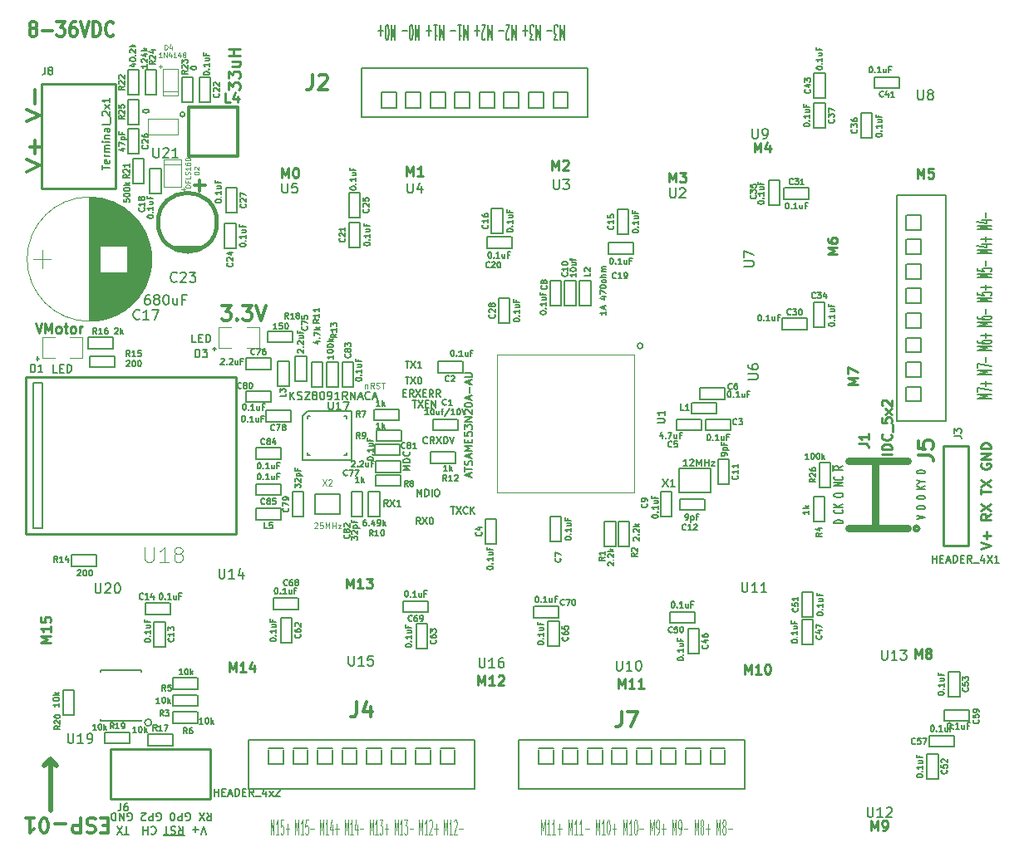
<source format=gbr>
G04 #@! TF.FileFunction,Legend,Top*
%FSLAX46Y46*%
G04 Gerber Fmt 4.6, Leading zero omitted, Abs format (unit mm)*
G04 Created by KiCad (PCBNEW 4.0.7) date 03/20/19 16:08:22*
%MOMM*%
%LPD*%
G01*
G04 APERTURE LIST*
%ADD10C,0.050000*%
%ADD11C,0.250000*%
%ADD12C,0.500000*%
%ADD13C,0.125000*%
%ADD14C,0.300000*%
%ADD15C,0.200000*%
%ADD16C,0.150000*%
%ADD17C,0.127000*%
%ADD18C,0.149860*%
%ADD19C,0.200660*%
%ADD20C,0.254000*%
%ADD21C,0.120000*%
%ADD22C,0.099060*%
%ADD23C,0.100000*%
%ADD24C,0.400000*%
%ADD25C,0.381000*%
%ADD26C,0.762000*%
%ADD27C,0.190500*%
%ADD28C,0.124460*%
%ADD29C,0.203200*%
%ADD30C,0.304800*%
G04 APERTURE END LIST*
D10*
D11*
X112390476Y-69702381D02*
X112390476Y-68702381D01*
X112723810Y-69416667D01*
X113057143Y-68702381D01*
X113057143Y-69702381D01*
X113723809Y-68702381D02*
X113819048Y-68702381D01*
X113914286Y-68750000D01*
X113961905Y-68797619D01*
X114009524Y-68892857D01*
X114057143Y-69083333D01*
X114057143Y-69321429D01*
X114009524Y-69511905D01*
X113961905Y-69607143D01*
X113914286Y-69654762D01*
X113819048Y-69702381D01*
X113723809Y-69702381D01*
X113628571Y-69654762D01*
X113580952Y-69607143D01*
X113533333Y-69511905D01*
X113485714Y-69321429D01*
X113485714Y-69083333D01*
X113533333Y-68892857D01*
X113580952Y-68797619D01*
X113628571Y-68750000D01*
X113723809Y-68702381D01*
X125090476Y-69502381D02*
X125090476Y-68502381D01*
X125423810Y-69216667D01*
X125757143Y-68502381D01*
X125757143Y-69502381D01*
X126757143Y-69502381D02*
X126185714Y-69502381D01*
X126471428Y-69502381D02*
X126471428Y-68502381D01*
X126376190Y-68645238D01*
X126280952Y-68740476D01*
X126185714Y-68788095D01*
X139890476Y-68902381D02*
X139890476Y-67902381D01*
X140223810Y-68616667D01*
X140557143Y-67902381D01*
X140557143Y-68902381D01*
X140985714Y-67997619D02*
X141033333Y-67950000D01*
X141128571Y-67902381D01*
X141366667Y-67902381D01*
X141461905Y-67950000D01*
X141509524Y-67997619D01*
X141557143Y-68092857D01*
X141557143Y-68188095D01*
X141509524Y-68330952D01*
X140938095Y-68902381D01*
X141557143Y-68902381D01*
X151840476Y-70152381D02*
X151840476Y-69152381D01*
X152173810Y-69866667D01*
X152507143Y-69152381D01*
X152507143Y-70152381D01*
X152888095Y-69152381D02*
X153507143Y-69152381D01*
X153173809Y-69533333D01*
X153316667Y-69533333D01*
X153411905Y-69580952D01*
X153459524Y-69628571D01*
X153507143Y-69723810D01*
X153507143Y-69961905D01*
X153459524Y-70057143D01*
X153411905Y-70104762D01*
X153316667Y-70152381D01*
X153030952Y-70152381D01*
X152935714Y-70104762D01*
X152888095Y-70057143D01*
X160490476Y-67102381D02*
X160490476Y-66102381D01*
X160823810Y-66816667D01*
X161157143Y-66102381D01*
X161157143Y-67102381D01*
X162061905Y-66435714D02*
X162061905Y-67102381D01*
X161823809Y-66054762D02*
X161585714Y-66769048D01*
X162204762Y-66769048D01*
X177090476Y-69752381D02*
X177090476Y-68752381D01*
X177423810Y-69466667D01*
X177757143Y-68752381D01*
X177757143Y-69752381D01*
X178709524Y-68752381D02*
X178233333Y-68752381D01*
X178185714Y-69228571D01*
X178233333Y-69180952D01*
X178328571Y-69133333D01*
X178566667Y-69133333D01*
X178661905Y-69180952D01*
X178709524Y-69228571D01*
X178757143Y-69323810D01*
X178757143Y-69561905D01*
X178709524Y-69657143D01*
X178661905Y-69704762D01*
X178566667Y-69752381D01*
X178328571Y-69752381D01*
X178233333Y-69704762D01*
X178185714Y-69657143D01*
X168952381Y-77459524D02*
X167952381Y-77459524D01*
X168666667Y-77126190D01*
X167952381Y-76792857D01*
X168952381Y-76792857D01*
X167952381Y-75888095D02*
X167952381Y-76078572D01*
X168000000Y-76173810D01*
X168047619Y-76221429D01*
X168190476Y-76316667D01*
X168380952Y-76364286D01*
X168761905Y-76364286D01*
X168857143Y-76316667D01*
X168904762Y-76269048D01*
X168952381Y-76173810D01*
X168952381Y-75983333D01*
X168904762Y-75888095D01*
X168857143Y-75840476D01*
X168761905Y-75792857D01*
X168523810Y-75792857D01*
X168428571Y-75840476D01*
X168380952Y-75888095D01*
X168333333Y-75983333D01*
X168333333Y-76173810D01*
X168380952Y-76269048D01*
X168428571Y-76316667D01*
X168523810Y-76364286D01*
X171052381Y-90759524D02*
X170052381Y-90759524D01*
X170766667Y-90426190D01*
X170052381Y-90092857D01*
X171052381Y-90092857D01*
X170052381Y-89711905D02*
X170052381Y-89045238D01*
X171052381Y-89473810D01*
X176840476Y-118702381D02*
X176840476Y-117702381D01*
X177173810Y-118416667D01*
X177507143Y-117702381D01*
X177507143Y-118702381D01*
X178126190Y-118130952D02*
X178030952Y-118083333D01*
X177983333Y-118035714D01*
X177935714Y-117940476D01*
X177935714Y-117892857D01*
X177983333Y-117797619D01*
X178030952Y-117750000D01*
X178126190Y-117702381D01*
X178316667Y-117702381D01*
X178411905Y-117750000D01*
X178459524Y-117797619D01*
X178507143Y-117892857D01*
X178507143Y-117940476D01*
X178459524Y-118035714D01*
X178411905Y-118083333D01*
X178316667Y-118130952D01*
X178126190Y-118130952D01*
X178030952Y-118178571D01*
X177983333Y-118226190D01*
X177935714Y-118321429D01*
X177935714Y-118511905D01*
X177983333Y-118607143D01*
X178030952Y-118654762D01*
X178126190Y-118702381D01*
X178316667Y-118702381D01*
X178411905Y-118654762D01*
X178459524Y-118607143D01*
X178507143Y-118511905D01*
X178507143Y-118321429D01*
X178459524Y-118226190D01*
X178411905Y-118178571D01*
X178316667Y-118130952D01*
X172390476Y-136252381D02*
X172390476Y-135252381D01*
X172723810Y-135966667D01*
X173057143Y-135252381D01*
X173057143Y-136252381D01*
X173580952Y-136252381D02*
X173771428Y-136252381D01*
X173866667Y-136204762D01*
X173914286Y-136157143D01*
X174009524Y-136014286D01*
X174057143Y-135823810D01*
X174057143Y-135442857D01*
X174009524Y-135347619D01*
X173961905Y-135300000D01*
X173866667Y-135252381D01*
X173676190Y-135252381D01*
X173580952Y-135300000D01*
X173533333Y-135347619D01*
X173485714Y-135442857D01*
X173485714Y-135680952D01*
X173533333Y-135776190D01*
X173580952Y-135823810D01*
X173676190Y-135871429D01*
X173866667Y-135871429D01*
X173961905Y-135823810D01*
X174009524Y-135776190D01*
X174057143Y-135680952D01*
X159514286Y-120302381D02*
X159514286Y-119302381D01*
X159847620Y-120016667D01*
X160180953Y-119302381D01*
X160180953Y-120302381D01*
X161180953Y-120302381D02*
X160609524Y-120302381D01*
X160895238Y-120302381D02*
X160895238Y-119302381D01*
X160800000Y-119445238D01*
X160704762Y-119540476D01*
X160609524Y-119588095D01*
X161800000Y-119302381D02*
X161895239Y-119302381D01*
X161990477Y-119350000D01*
X162038096Y-119397619D01*
X162085715Y-119492857D01*
X162133334Y-119683333D01*
X162133334Y-119921429D01*
X162085715Y-120111905D01*
X162038096Y-120207143D01*
X161990477Y-120254762D01*
X161895239Y-120302381D01*
X161800000Y-120302381D01*
X161704762Y-120254762D01*
X161657143Y-120207143D01*
X161609524Y-120111905D01*
X161561905Y-119921429D01*
X161561905Y-119683333D01*
X161609524Y-119492857D01*
X161657143Y-119397619D01*
X161704762Y-119350000D01*
X161800000Y-119302381D01*
X146614286Y-121752381D02*
X146614286Y-120752381D01*
X146947620Y-121466667D01*
X147280953Y-120752381D01*
X147280953Y-121752381D01*
X148280953Y-121752381D02*
X147709524Y-121752381D01*
X147995238Y-121752381D02*
X147995238Y-120752381D01*
X147900000Y-120895238D01*
X147804762Y-120990476D01*
X147709524Y-121038095D01*
X149233334Y-121752381D02*
X148661905Y-121752381D01*
X148947619Y-121752381D02*
X148947619Y-120752381D01*
X148852381Y-120895238D01*
X148757143Y-120990476D01*
X148661905Y-121038095D01*
X132364286Y-121452381D02*
X132364286Y-120452381D01*
X132697620Y-121166667D01*
X133030953Y-120452381D01*
X133030953Y-121452381D01*
X134030953Y-121452381D02*
X133459524Y-121452381D01*
X133745238Y-121452381D02*
X133745238Y-120452381D01*
X133650000Y-120595238D01*
X133554762Y-120690476D01*
X133459524Y-120738095D01*
X134411905Y-120547619D02*
X134459524Y-120500000D01*
X134554762Y-120452381D01*
X134792858Y-120452381D01*
X134888096Y-120500000D01*
X134935715Y-120547619D01*
X134983334Y-120642857D01*
X134983334Y-120738095D01*
X134935715Y-120880952D01*
X134364286Y-121452381D01*
X134983334Y-121452381D01*
X118964286Y-111552381D02*
X118964286Y-110552381D01*
X119297620Y-111266667D01*
X119630953Y-110552381D01*
X119630953Y-111552381D01*
X120630953Y-111552381D02*
X120059524Y-111552381D01*
X120345238Y-111552381D02*
X120345238Y-110552381D01*
X120250000Y-110695238D01*
X120154762Y-110790476D01*
X120059524Y-110838095D01*
X120964286Y-110552381D02*
X121583334Y-110552381D01*
X121250000Y-110933333D01*
X121392858Y-110933333D01*
X121488096Y-110980952D01*
X121535715Y-111028571D01*
X121583334Y-111123810D01*
X121583334Y-111361905D01*
X121535715Y-111457143D01*
X121488096Y-111504762D01*
X121392858Y-111552381D01*
X121107143Y-111552381D01*
X121011905Y-111504762D01*
X120964286Y-111457143D01*
X107014286Y-120102381D02*
X107014286Y-119102381D01*
X107347620Y-119816667D01*
X107680953Y-119102381D01*
X107680953Y-120102381D01*
X108680953Y-120102381D02*
X108109524Y-120102381D01*
X108395238Y-120102381D02*
X108395238Y-119102381D01*
X108300000Y-119245238D01*
X108204762Y-119340476D01*
X108109524Y-119388095D01*
X109538096Y-119435714D02*
X109538096Y-120102381D01*
X109300000Y-119054762D02*
X109061905Y-119769048D01*
X109680953Y-119769048D01*
X88802381Y-117085714D02*
X87802381Y-117085714D01*
X88516667Y-116752380D01*
X87802381Y-116419047D01*
X88802381Y-116419047D01*
X88802381Y-115419047D02*
X88802381Y-115990476D01*
X88802381Y-115704762D02*
X87802381Y-115704762D01*
X87945238Y-115800000D01*
X88040476Y-115895238D01*
X88088095Y-115990476D01*
X87802381Y-114514285D02*
X87802381Y-114990476D01*
X88278571Y-115038095D01*
X88230952Y-114990476D01*
X88183333Y-114895238D01*
X88183333Y-114657142D01*
X88230952Y-114561904D01*
X88278571Y-114514285D01*
X88373810Y-114466666D01*
X88611905Y-114466666D01*
X88707143Y-114514285D01*
X88754762Y-114561904D01*
X88802381Y-114657142D01*
X88802381Y-114895238D01*
X88754762Y-114990476D01*
X88707143Y-115038095D01*
D12*
X88800000Y-128950000D02*
X88100000Y-129650000D01*
X88775000Y-129025000D02*
X89400000Y-129650000D01*
X88800000Y-134200000D02*
X88800000Y-128950000D01*
D13*
X111214288Y-136678571D02*
X111214288Y-135178571D01*
X111380954Y-136250000D01*
X111547621Y-135178571D01*
X111547621Y-136678571D01*
X112047621Y-136678571D02*
X111761907Y-136678571D01*
X111904764Y-136678571D02*
X111904764Y-135178571D01*
X111857145Y-135392857D01*
X111809526Y-135535714D01*
X111761907Y-135607143D01*
X112500002Y-135178571D02*
X112261907Y-135178571D01*
X112238097Y-135892857D01*
X112261907Y-135821429D01*
X112309526Y-135750000D01*
X112428573Y-135750000D01*
X112476192Y-135821429D01*
X112500002Y-135892857D01*
X112523811Y-136035714D01*
X112523811Y-136392857D01*
X112500002Y-136535714D01*
X112476192Y-136607143D01*
X112428573Y-136678571D01*
X112309526Y-136678571D01*
X112261907Y-136607143D01*
X112238097Y-136535714D01*
X112738097Y-136107143D02*
X113119049Y-136107143D01*
X112928573Y-136678571D02*
X112928573Y-135535714D01*
X113738097Y-136678571D02*
X113738097Y-135178571D01*
X113904763Y-136250000D01*
X114071430Y-135178571D01*
X114071430Y-136678571D01*
X114571430Y-136678571D02*
X114285716Y-136678571D01*
X114428573Y-136678571D02*
X114428573Y-135178571D01*
X114380954Y-135392857D01*
X114333335Y-135535714D01*
X114285716Y-135607143D01*
X115023811Y-135178571D02*
X114785716Y-135178571D01*
X114761906Y-135892857D01*
X114785716Y-135821429D01*
X114833335Y-135750000D01*
X114952382Y-135750000D01*
X115000001Y-135821429D01*
X115023811Y-135892857D01*
X115047620Y-136035714D01*
X115047620Y-136392857D01*
X115023811Y-136535714D01*
X115000001Y-136607143D01*
X114952382Y-136678571D01*
X114833335Y-136678571D01*
X114785716Y-136607143D01*
X114761906Y-136535714D01*
X115261906Y-136107143D02*
X115642858Y-136107143D01*
X116261906Y-136678571D02*
X116261906Y-135178571D01*
X116428572Y-136250000D01*
X116595239Y-135178571D01*
X116595239Y-136678571D01*
X117095239Y-136678571D02*
X116809525Y-136678571D01*
X116952382Y-136678571D02*
X116952382Y-135178571D01*
X116904763Y-135392857D01*
X116857144Y-135535714D01*
X116809525Y-135607143D01*
X117523810Y-135678571D02*
X117523810Y-136678571D01*
X117404763Y-135107143D02*
X117285715Y-136178571D01*
X117595239Y-136178571D01*
X117785715Y-136107143D02*
X118166667Y-136107143D01*
X117976191Y-136678571D02*
X117976191Y-135535714D01*
X118785715Y-136678571D02*
X118785715Y-135178571D01*
X118952381Y-136250000D01*
X119119048Y-135178571D01*
X119119048Y-136678571D01*
X119619048Y-136678571D02*
X119333334Y-136678571D01*
X119476191Y-136678571D02*
X119476191Y-135178571D01*
X119428572Y-135392857D01*
X119380953Y-135535714D01*
X119333334Y-135607143D01*
X120047619Y-135678571D02*
X120047619Y-136678571D01*
X119928572Y-135107143D02*
X119809524Y-136178571D01*
X120119048Y-136178571D01*
X120309524Y-136107143D02*
X120690476Y-136107143D01*
X121309524Y-136678571D02*
X121309524Y-135178571D01*
X121476190Y-136250000D01*
X121642857Y-135178571D01*
X121642857Y-136678571D01*
X122142857Y-136678571D02*
X121857143Y-136678571D01*
X122000000Y-136678571D02*
X122000000Y-135178571D01*
X121952381Y-135392857D01*
X121904762Y-135535714D01*
X121857143Y-135607143D01*
X122309524Y-135178571D02*
X122619047Y-135178571D01*
X122452381Y-135750000D01*
X122523809Y-135750000D01*
X122571428Y-135821429D01*
X122595238Y-135892857D01*
X122619047Y-136035714D01*
X122619047Y-136392857D01*
X122595238Y-136535714D01*
X122571428Y-136607143D01*
X122523809Y-136678571D01*
X122380952Y-136678571D01*
X122333333Y-136607143D01*
X122309524Y-136535714D01*
X122833333Y-136107143D02*
X123214285Y-136107143D01*
X123023809Y-136678571D02*
X123023809Y-135535714D01*
X123833333Y-136678571D02*
X123833333Y-135178571D01*
X123999999Y-136250000D01*
X124166666Y-135178571D01*
X124166666Y-136678571D01*
X124666666Y-136678571D02*
X124380952Y-136678571D01*
X124523809Y-136678571D02*
X124523809Y-135178571D01*
X124476190Y-135392857D01*
X124428571Y-135535714D01*
X124380952Y-135607143D01*
X124833333Y-135178571D02*
X125142856Y-135178571D01*
X124976190Y-135750000D01*
X125047618Y-135750000D01*
X125095237Y-135821429D01*
X125119047Y-135892857D01*
X125142856Y-136035714D01*
X125142856Y-136392857D01*
X125119047Y-136535714D01*
X125095237Y-136607143D01*
X125047618Y-136678571D01*
X124904761Y-136678571D01*
X124857142Y-136607143D01*
X124833333Y-136535714D01*
X125357142Y-136107143D02*
X125738094Y-136107143D01*
X126357142Y-136678571D02*
X126357142Y-135178571D01*
X126523808Y-136250000D01*
X126690475Y-135178571D01*
X126690475Y-136678571D01*
X127190475Y-136678571D02*
X126904761Y-136678571D01*
X127047618Y-136678571D02*
X127047618Y-135178571D01*
X126999999Y-135392857D01*
X126952380Y-135535714D01*
X126904761Y-135607143D01*
X127380951Y-135321429D02*
X127404761Y-135250000D01*
X127452380Y-135178571D01*
X127571427Y-135178571D01*
X127619046Y-135250000D01*
X127642856Y-135321429D01*
X127666665Y-135464286D01*
X127666665Y-135607143D01*
X127642856Y-135821429D01*
X127357142Y-136678571D01*
X127666665Y-136678571D01*
X127880951Y-136107143D02*
X128261903Y-136107143D01*
X128071427Y-136678571D02*
X128071427Y-135535714D01*
X128880951Y-136678571D02*
X128880951Y-135178571D01*
X129047617Y-136250000D01*
X129214284Y-135178571D01*
X129214284Y-136678571D01*
X129714284Y-136678571D02*
X129428570Y-136678571D01*
X129571427Y-136678571D02*
X129571427Y-135178571D01*
X129523808Y-135392857D01*
X129476189Y-135535714D01*
X129428570Y-135607143D01*
X129904760Y-135321429D02*
X129928570Y-135250000D01*
X129976189Y-135178571D01*
X130095236Y-135178571D01*
X130142855Y-135250000D01*
X130166665Y-135321429D01*
X130190474Y-135464286D01*
X130190474Y-135607143D01*
X130166665Y-135821429D01*
X129880951Y-136678571D01*
X130190474Y-136678571D01*
X130404760Y-136107143D02*
X130785712Y-136107143D01*
D14*
X106243715Y-82744571D02*
X107172286Y-82744571D01*
X106672286Y-83316000D01*
X106886572Y-83316000D01*
X107029429Y-83387429D01*
X107100858Y-83458857D01*
X107172286Y-83601714D01*
X107172286Y-83958857D01*
X107100858Y-84101714D01*
X107029429Y-84173143D01*
X106886572Y-84244571D01*
X106458000Y-84244571D01*
X106315143Y-84173143D01*
X106243715Y-84101714D01*
X107815143Y-84101714D02*
X107886571Y-84173143D01*
X107815143Y-84244571D01*
X107743714Y-84173143D01*
X107815143Y-84101714D01*
X107815143Y-84244571D01*
X108386572Y-82744571D02*
X109315143Y-82744571D01*
X108815143Y-83316000D01*
X109029429Y-83316000D01*
X109172286Y-83387429D01*
X109243715Y-83458857D01*
X109315143Y-83601714D01*
X109315143Y-83958857D01*
X109243715Y-84101714D01*
X109172286Y-84173143D01*
X109029429Y-84244571D01*
X108600857Y-84244571D01*
X108458000Y-84173143D01*
X108386572Y-84101714D01*
X109743714Y-82744571D02*
X110243714Y-84244571D01*
X110743714Y-82744571D01*
D11*
X87257238Y-84542381D02*
X87590571Y-85542381D01*
X87923905Y-84542381D01*
X88257238Y-85542381D02*
X88257238Y-84542381D01*
X88590572Y-85256667D01*
X88923905Y-84542381D01*
X88923905Y-85542381D01*
X89542952Y-85542381D02*
X89447714Y-85494762D01*
X89400095Y-85447143D01*
X89352476Y-85351905D01*
X89352476Y-85066190D01*
X89400095Y-84970952D01*
X89447714Y-84923333D01*
X89542952Y-84875714D01*
X89685810Y-84875714D01*
X89781048Y-84923333D01*
X89828667Y-84970952D01*
X89876286Y-85066190D01*
X89876286Y-85351905D01*
X89828667Y-85447143D01*
X89781048Y-85494762D01*
X89685810Y-85542381D01*
X89542952Y-85542381D01*
X90162000Y-84875714D02*
X90542952Y-84875714D01*
X90304857Y-84542381D02*
X90304857Y-85399524D01*
X90352476Y-85494762D01*
X90447714Y-85542381D01*
X90542952Y-85542381D01*
X91019143Y-85542381D02*
X90923905Y-85494762D01*
X90876286Y-85447143D01*
X90828667Y-85351905D01*
X90828667Y-85066190D01*
X90876286Y-84970952D01*
X90923905Y-84923333D01*
X91019143Y-84875714D01*
X91162001Y-84875714D01*
X91257239Y-84923333D01*
X91304858Y-84970952D01*
X91352477Y-85066190D01*
X91352477Y-85351905D01*
X91304858Y-85447143D01*
X91257239Y-85494762D01*
X91162001Y-85542381D01*
X91019143Y-85542381D01*
X91781048Y-85542381D02*
X91781048Y-84875714D01*
X91781048Y-85066190D02*
X91828667Y-84970952D01*
X91876286Y-84923333D01*
X91971524Y-84875714D01*
X92066763Y-84875714D01*
D14*
X94642856Y-135782143D02*
X94142856Y-135782143D01*
X93928570Y-134996429D02*
X94642856Y-134996429D01*
X94642856Y-136496429D01*
X93928570Y-136496429D01*
X93357142Y-135067857D02*
X93142856Y-134996429D01*
X92785713Y-134996429D01*
X92642856Y-135067857D01*
X92571427Y-135139286D01*
X92499999Y-135282143D01*
X92499999Y-135425000D01*
X92571427Y-135567857D01*
X92642856Y-135639286D01*
X92785713Y-135710714D01*
X93071427Y-135782143D01*
X93214285Y-135853571D01*
X93285713Y-135925000D01*
X93357142Y-136067857D01*
X93357142Y-136210714D01*
X93285713Y-136353571D01*
X93214285Y-136425000D01*
X93071427Y-136496429D01*
X92714285Y-136496429D01*
X92499999Y-136425000D01*
X91857142Y-134996429D02*
X91857142Y-136496429D01*
X91285714Y-136496429D01*
X91142856Y-136425000D01*
X91071428Y-136353571D01*
X90999999Y-136210714D01*
X90999999Y-135996429D01*
X91071428Y-135853571D01*
X91142856Y-135782143D01*
X91285714Y-135710714D01*
X91857142Y-135710714D01*
X90357142Y-135567857D02*
X89214285Y-135567857D01*
X88214285Y-136496429D02*
X88071428Y-136496429D01*
X87928571Y-136425000D01*
X87857142Y-136353571D01*
X87785713Y-136210714D01*
X87714285Y-135925000D01*
X87714285Y-135567857D01*
X87785713Y-135282143D01*
X87857142Y-135139286D01*
X87928571Y-135067857D01*
X88071428Y-134996429D01*
X88214285Y-134996429D01*
X88357142Y-135067857D01*
X88428571Y-135139286D01*
X88499999Y-135282143D01*
X88571428Y-135567857D01*
X88571428Y-135925000D01*
X88499999Y-136210714D01*
X88428571Y-136353571D01*
X88357142Y-136425000D01*
X88214285Y-136496429D01*
X86285714Y-134996429D02*
X87142857Y-134996429D01*
X86714285Y-134996429D02*
X86714285Y-136496429D01*
X86857142Y-136282143D01*
X87000000Y-136139286D01*
X87142857Y-136067857D01*
X86908191Y-54431429D02*
X86784382Y-54360000D01*
X86722477Y-54288571D01*
X86660572Y-54145714D01*
X86660572Y-54074286D01*
X86722477Y-53931429D01*
X86784382Y-53860000D01*
X86908191Y-53788571D01*
X87155810Y-53788571D01*
X87279620Y-53860000D01*
X87341524Y-53931429D01*
X87403429Y-54074286D01*
X87403429Y-54145714D01*
X87341524Y-54288571D01*
X87279620Y-54360000D01*
X87155810Y-54431429D01*
X86908191Y-54431429D01*
X86784382Y-54502857D01*
X86722477Y-54574286D01*
X86660572Y-54717143D01*
X86660572Y-55002857D01*
X86722477Y-55145714D01*
X86784382Y-55217143D01*
X86908191Y-55288571D01*
X87155810Y-55288571D01*
X87279620Y-55217143D01*
X87341524Y-55145714D01*
X87403429Y-55002857D01*
X87403429Y-54717143D01*
X87341524Y-54574286D01*
X87279620Y-54502857D01*
X87155810Y-54431429D01*
X87960572Y-54717143D02*
X88951048Y-54717143D01*
X89446286Y-53788571D02*
X90251048Y-53788571D01*
X89817715Y-54360000D01*
X90003429Y-54360000D01*
X90127239Y-54431429D01*
X90189143Y-54502857D01*
X90251048Y-54645714D01*
X90251048Y-55002857D01*
X90189143Y-55145714D01*
X90127239Y-55217143D01*
X90003429Y-55288571D01*
X89632001Y-55288571D01*
X89508191Y-55217143D01*
X89446286Y-55145714D01*
X91365334Y-53788571D02*
X91117715Y-53788571D01*
X90993905Y-53860000D01*
X90932000Y-53931429D01*
X90808191Y-54145714D01*
X90746286Y-54431429D01*
X90746286Y-55002857D01*
X90808191Y-55145714D01*
X90870096Y-55217143D01*
X90993905Y-55288571D01*
X91241524Y-55288571D01*
X91365334Y-55217143D01*
X91427238Y-55145714D01*
X91489143Y-55002857D01*
X91489143Y-54645714D01*
X91427238Y-54502857D01*
X91365334Y-54431429D01*
X91241524Y-54360000D01*
X90993905Y-54360000D01*
X90870096Y-54431429D01*
X90808191Y-54502857D01*
X90746286Y-54645714D01*
X91860572Y-53788571D02*
X92293905Y-55288571D01*
X92727238Y-53788571D01*
X93160572Y-55288571D02*
X93160572Y-53788571D01*
X93470096Y-53788571D01*
X93655810Y-53860000D01*
X93779619Y-54002857D01*
X93841524Y-54145714D01*
X93903429Y-54431429D01*
X93903429Y-54645714D01*
X93841524Y-54931429D01*
X93779619Y-55074286D01*
X93655810Y-55217143D01*
X93470096Y-55288571D01*
X93160572Y-55288571D01*
X95203429Y-55145714D02*
X95141524Y-55217143D01*
X94955810Y-55288571D01*
X94832000Y-55288571D01*
X94646286Y-55217143D01*
X94522477Y-55074286D01*
X94460572Y-54931429D01*
X94398667Y-54645714D01*
X94398667Y-54431429D01*
X94460572Y-54145714D01*
X94522477Y-54002857D01*
X94646286Y-53860000D01*
X94832000Y-53788571D01*
X94955810Y-53788571D01*
X95141524Y-53860000D01*
X95203429Y-53931429D01*
D15*
X104671429Y-136638095D02*
X104404762Y-135838095D01*
X104138095Y-136638095D01*
X103871429Y-136142857D02*
X103261905Y-136142857D01*
X103566667Y-135838095D02*
X103566667Y-136447619D01*
X101814286Y-135838095D02*
X102080953Y-136219048D01*
X102271429Y-135838095D02*
X102271429Y-136638095D01*
X101966667Y-136638095D01*
X101890476Y-136600000D01*
X101852381Y-136561905D01*
X101814286Y-136485714D01*
X101814286Y-136371429D01*
X101852381Y-136295238D01*
X101890476Y-136257143D01*
X101966667Y-136219048D01*
X102271429Y-136219048D01*
X101509524Y-135876190D02*
X101395238Y-135838095D01*
X101204762Y-135838095D01*
X101128572Y-135876190D01*
X101090476Y-135914286D01*
X101052381Y-135990476D01*
X101052381Y-136066667D01*
X101090476Y-136142857D01*
X101128572Y-136180952D01*
X101204762Y-136219048D01*
X101357143Y-136257143D01*
X101433334Y-136295238D01*
X101471429Y-136333333D01*
X101509524Y-136409524D01*
X101509524Y-136485714D01*
X101471429Y-136561905D01*
X101433334Y-136600000D01*
X101357143Y-136638095D01*
X101166667Y-136638095D01*
X101052381Y-136600000D01*
X100823810Y-136638095D02*
X100366667Y-136638095D01*
X100595238Y-135838095D02*
X100595238Y-136638095D01*
X102461905Y-136776000D02*
X100290476Y-136776000D01*
X99033333Y-135914286D02*
X99071428Y-135876190D01*
X99185714Y-135838095D01*
X99261904Y-135838095D01*
X99376190Y-135876190D01*
X99452381Y-135952381D01*
X99490476Y-136028571D01*
X99528571Y-136180952D01*
X99528571Y-136295238D01*
X99490476Y-136447619D01*
X99452381Y-136523810D01*
X99376190Y-136600000D01*
X99261904Y-136638095D01*
X99185714Y-136638095D01*
X99071428Y-136600000D01*
X99033333Y-136561905D01*
X98690476Y-135838095D02*
X98690476Y-136638095D01*
X98690476Y-136257143D02*
X98233333Y-136257143D01*
X98233333Y-135838095D02*
X98233333Y-136638095D01*
X96747619Y-136638095D02*
X96290476Y-136638095D01*
X96519047Y-135838095D02*
X96519047Y-136638095D01*
X96099999Y-136638095D02*
X95566666Y-135838095D01*
X95566666Y-136638095D02*
X96099999Y-135838095D01*
X104728572Y-134438095D02*
X104995239Y-134819048D01*
X105185715Y-134438095D02*
X105185715Y-135238095D01*
X104880953Y-135238095D01*
X104804762Y-135200000D01*
X104766667Y-135161905D01*
X104728572Y-135085714D01*
X104728572Y-134971429D01*
X104766667Y-134895238D01*
X104804762Y-134857143D01*
X104880953Y-134819048D01*
X105185715Y-134819048D01*
X104461905Y-135238095D02*
X103928572Y-134438095D01*
X103928572Y-135238095D02*
X104461905Y-134438095D01*
X102595238Y-135200000D02*
X102671429Y-135238095D01*
X102785714Y-135238095D01*
X102900000Y-135200000D01*
X102976191Y-135123810D01*
X103014286Y-135047619D01*
X103052381Y-134895238D01*
X103052381Y-134780952D01*
X103014286Y-134628571D01*
X102976191Y-134552381D01*
X102900000Y-134476190D01*
X102785714Y-134438095D01*
X102709524Y-134438095D01*
X102595238Y-134476190D01*
X102557143Y-134514286D01*
X102557143Y-134780952D01*
X102709524Y-134780952D01*
X102214286Y-134438095D02*
X102214286Y-135238095D01*
X101909524Y-135238095D01*
X101833333Y-135200000D01*
X101795238Y-135161905D01*
X101757143Y-135085714D01*
X101757143Y-134971429D01*
X101795238Y-134895238D01*
X101833333Y-134857143D01*
X101909524Y-134819048D01*
X102214286Y-134819048D01*
X101261905Y-135238095D02*
X101185714Y-135238095D01*
X101109524Y-135200000D01*
X101071429Y-135161905D01*
X101033333Y-135085714D01*
X100995238Y-134933333D01*
X100995238Y-134742857D01*
X101033333Y-134590476D01*
X101071429Y-134514286D01*
X101109524Y-134476190D01*
X101185714Y-134438095D01*
X101261905Y-134438095D01*
X101338095Y-134476190D01*
X101376191Y-134514286D01*
X101414286Y-134590476D01*
X101452381Y-134742857D01*
X101452381Y-134933333D01*
X101414286Y-135085714D01*
X101376191Y-135161905D01*
X101338095Y-135200000D01*
X101261905Y-135238095D01*
X99623809Y-135200000D02*
X99700000Y-135238095D01*
X99814285Y-135238095D01*
X99928571Y-135200000D01*
X100004762Y-135123810D01*
X100042857Y-135047619D01*
X100080952Y-134895238D01*
X100080952Y-134780952D01*
X100042857Y-134628571D01*
X100004762Y-134552381D01*
X99928571Y-134476190D01*
X99814285Y-134438095D01*
X99738095Y-134438095D01*
X99623809Y-134476190D01*
X99585714Y-134514286D01*
X99585714Y-134780952D01*
X99738095Y-134780952D01*
X99242857Y-134438095D02*
X99242857Y-135238095D01*
X98938095Y-135238095D01*
X98861904Y-135200000D01*
X98823809Y-135161905D01*
X98785714Y-135085714D01*
X98785714Y-134971429D01*
X98823809Y-134895238D01*
X98861904Y-134857143D01*
X98938095Y-134819048D01*
X99242857Y-134819048D01*
X98480952Y-135161905D02*
X98442857Y-135200000D01*
X98366666Y-135238095D01*
X98176190Y-135238095D01*
X98100000Y-135200000D01*
X98061904Y-135161905D01*
X98023809Y-135085714D01*
X98023809Y-135009524D01*
X98061904Y-134895238D01*
X98519047Y-134438095D01*
X98023809Y-134438095D01*
X96652380Y-135200000D02*
X96728571Y-135238095D01*
X96842856Y-135238095D01*
X96957142Y-135200000D01*
X97033333Y-135123810D01*
X97071428Y-135047619D01*
X97109523Y-134895238D01*
X97109523Y-134780952D01*
X97071428Y-134628571D01*
X97033333Y-134552381D01*
X96957142Y-134476190D01*
X96842856Y-134438095D01*
X96766666Y-134438095D01*
X96652380Y-134476190D01*
X96614285Y-134514286D01*
X96614285Y-134780952D01*
X96766666Y-134780952D01*
X96271428Y-134438095D02*
X96271428Y-135238095D01*
X95814285Y-134438095D01*
X95814285Y-135238095D01*
X95433333Y-134438095D02*
X95433333Y-135238095D01*
X95242857Y-135238095D01*
X95128571Y-135200000D01*
X95052380Y-135123810D01*
X95014285Y-135047619D01*
X94976190Y-134895238D01*
X94976190Y-134780952D01*
X95014285Y-134628571D01*
X95052380Y-134552381D01*
X95128571Y-134476190D01*
X95242857Y-134438095D01*
X95433333Y-134438095D01*
D11*
X183552381Y-107552381D02*
X184552381Y-107219048D01*
X183552381Y-106885714D01*
X184171429Y-106552381D02*
X184171429Y-105790476D01*
X184552381Y-106171428D02*
X183790476Y-106171428D01*
X184552381Y-103980952D02*
X184076190Y-104314286D01*
X184552381Y-104552381D02*
X183552381Y-104552381D01*
X183552381Y-104171428D01*
X183600000Y-104076190D01*
X183647619Y-104028571D01*
X183742857Y-103980952D01*
X183885714Y-103980952D01*
X183980952Y-104028571D01*
X184028571Y-104076190D01*
X184076190Y-104171428D01*
X184076190Y-104552381D01*
X183552381Y-103647619D02*
X184552381Y-102980952D01*
X183552381Y-102980952D02*
X184552381Y-103647619D01*
X183552381Y-101980952D02*
X183552381Y-101409523D01*
X184552381Y-101695238D02*
X183552381Y-101695238D01*
X183552381Y-101171428D02*
X184552381Y-100504761D01*
X183552381Y-100504761D02*
X184552381Y-101171428D01*
X183600000Y-98838094D02*
X183552381Y-98933332D01*
X183552381Y-99076189D01*
X183600000Y-99219047D01*
X183695238Y-99314285D01*
X183790476Y-99361904D01*
X183980952Y-99409523D01*
X184123810Y-99409523D01*
X184314286Y-99361904D01*
X184409524Y-99314285D01*
X184504762Y-99219047D01*
X184552381Y-99076189D01*
X184552381Y-98980951D01*
X184504762Y-98838094D01*
X184457143Y-98790475D01*
X184123810Y-98790475D01*
X184123810Y-98980951D01*
X184552381Y-98361904D02*
X183552381Y-98361904D01*
X184552381Y-97790475D01*
X183552381Y-97790475D01*
X184552381Y-97314285D02*
X183552381Y-97314285D01*
X183552381Y-97076190D01*
X183600000Y-96933332D01*
X183695238Y-96838094D01*
X183790476Y-96790475D01*
X183980952Y-96742856D01*
X184123810Y-96742856D01*
X184314286Y-96790475D01*
X184409524Y-96838094D01*
X184504762Y-96933332D01*
X184552381Y-97076190D01*
X184552381Y-97314285D01*
D16*
X177007143Y-104528572D02*
X177907143Y-104328572D01*
X177007143Y-104128572D01*
X177007143Y-103357143D02*
X177007143Y-103300000D01*
X177050000Y-103242857D01*
X177092857Y-103214286D01*
X177178571Y-103185715D01*
X177350000Y-103157143D01*
X177564286Y-103157143D01*
X177735714Y-103185715D01*
X177821429Y-103214286D01*
X177864286Y-103242857D01*
X177907143Y-103300000D01*
X177907143Y-103357143D01*
X177864286Y-103414286D01*
X177821429Y-103442857D01*
X177735714Y-103471429D01*
X177564286Y-103500000D01*
X177350000Y-103500000D01*
X177178571Y-103471429D01*
X177092857Y-103442857D01*
X177050000Y-103414286D01*
X177007143Y-103357143D01*
X177007143Y-102328571D02*
X177007143Y-102271428D01*
X177050000Y-102214285D01*
X177092857Y-102185714D01*
X177178571Y-102157143D01*
X177350000Y-102128571D01*
X177564286Y-102128571D01*
X177735714Y-102157143D01*
X177821429Y-102185714D01*
X177864286Y-102214285D01*
X177907143Y-102271428D01*
X177907143Y-102328571D01*
X177864286Y-102385714D01*
X177821429Y-102414285D01*
X177735714Y-102442857D01*
X177564286Y-102471428D01*
X177350000Y-102471428D01*
X177178571Y-102442857D01*
X177092857Y-102414285D01*
X177050000Y-102385714D01*
X177007143Y-102328571D01*
X177907143Y-101414285D02*
X177007143Y-101414285D01*
X177907143Y-101071428D02*
X177392857Y-101328571D01*
X177007143Y-101071428D02*
X177521429Y-101414285D01*
X177478571Y-100699999D02*
X177907143Y-100699999D01*
X177007143Y-100899999D02*
X177478571Y-100699999D01*
X177007143Y-100499999D01*
X177007143Y-99728570D02*
X177007143Y-99671427D01*
X177050000Y-99614284D01*
X177092857Y-99585713D01*
X177178571Y-99557142D01*
X177350000Y-99528570D01*
X177564286Y-99528570D01*
X177735714Y-99557142D01*
X177821429Y-99585713D01*
X177864286Y-99614284D01*
X177907143Y-99671427D01*
X177907143Y-99728570D01*
X177864286Y-99785713D01*
X177821429Y-99814284D01*
X177735714Y-99842856D01*
X177564286Y-99871427D01*
X177350000Y-99871427D01*
X177178571Y-99842856D01*
X177092857Y-99814284D01*
X177050000Y-99785713D01*
X177007143Y-99728570D01*
X169507143Y-104950000D02*
X168607143Y-104950000D01*
X168607143Y-104807143D01*
X168650000Y-104721428D01*
X168735714Y-104664286D01*
X168821429Y-104635714D01*
X168992857Y-104607143D01*
X169121429Y-104607143D01*
X169292857Y-104635714D01*
X169378571Y-104664286D01*
X169464286Y-104721428D01*
X169507143Y-104807143D01*
X169507143Y-104950000D01*
X169421429Y-103550000D02*
X169464286Y-103578571D01*
X169507143Y-103664285D01*
X169507143Y-103721428D01*
X169464286Y-103807143D01*
X169378571Y-103864285D01*
X169292857Y-103892857D01*
X169121429Y-103921428D01*
X168992857Y-103921428D01*
X168821429Y-103892857D01*
X168735714Y-103864285D01*
X168650000Y-103807143D01*
X168607143Y-103721428D01*
X168607143Y-103664285D01*
X168650000Y-103578571D01*
X168692857Y-103550000D01*
X169507143Y-103292857D02*
X168607143Y-103292857D01*
X169507143Y-102950000D02*
X168992857Y-103207143D01*
X168607143Y-102950000D02*
X169121429Y-103292857D01*
X168607143Y-102121428D02*
X168607143Y-102007142D01*
X168650000Y-101950000D01*
X168735714Y-101892857D01*
X168907143Y-101864285D01*
X169207143Y-101864285D01*
X169378571Y-101892857D01*
X169464286Y-101950000D01*
X169507143Y-102007142D01*
X169507143Y-102121428D01*
X169464286Y-102178571D01*
X169378571Y-102235714D01*
X169207143Y-102264285D01*
X168907143Y-102264285D01*
X168735714Y-102235714D01*
X168650000Y-102178571D01*
X168607143Y-102121428D01*
X169507143Y-101150000D02*
X168607143Y-101150000D01*
X169507143Y-100807143D01*
X168607143Y-100807143D01*
X169421429Y-100178572D02*
X169464286Y-100207143D01*
X169507143Y-100292857D01*
X169507143Y-100350000D01*
X169464286Y-100435715D01*
X169378571Y-100492857D01*
X169292857Y-100521429D01*
X169121429Y-100550000D01*
X168992857Y-100550000D01*
X168821429Y-100521429D01*
X168735714Y-100492857D01*
X168650000Y-100435715D01*
X168607143Y-100350000D01*
X168607143Y-100292857D01*
X168650000Y-100207143D01*
X168692857Y-100178572D01*
X169507143Y-99121429D02*
X169078571Y-99321429D01*
X169507143Y-99464286D02*
X168607143Y-99464286D01*
X168607143Y-99235714D01*
X168650000Y-99178572D01*
X168692857Y-99150000D01*
X168778571Y-99121429D01*
X168907143Y-99121429D01*
X168992857Y-99150000D01*
X169035714Y-99178572D01*
X169078571Y-99235714D01*
X169078571Y-99464286D01*
X168452000Y-99607143D02*
X168452000Y-99007143D01*
D14*
X86323333Y-69065713D02*
X87723333Y-68465713D01*
X86323333Y-67865713D01*
X87190000Y-67265714D02*
X87190000Y-65894285D01*
X87723333Y-66579999D02*
X86656667Y-66579999D01*
X86323333Y-63922856D02*
X87723333Y-63322856D01*
X86323333Y-62722856D01*
X87190000Y-62122857D02*
X87190000Y-60751428D01*
D16*
X184678571Y-92185715D02*
X183178571Y-92185715D01*
X184250000Y-91985715D01*
X183178571Y-91785715D01*
X184678571Y-91785715D01*
X183178571Y-91557144D02*
X183178571Y-91157144D01*
X184678571Y-91414287D01*
X184107143Y-90928572D02*
X184107143Y-90471429D01*
X184678571Y-90700000D02*
X183535714Y-90700000D01*
X184678571Y-89728572D02*
X183178571Y-89728572D01*
X184250000Y-89528572D01*
X183178571Y-89328572D01*
X184678571Y-89328572D01*
X183178571Y-89100001D02*
X183178571Y-88700001D01*
X184678571Y-88957144D01*
X184107143Y-88471429D02*
X184107143Y-88014286D01*
X184678571Y-87271429D02*
X183178571Y-87271429D01*
X184250000Y-87071429D01*
X183178571Y-86871429D01*
X184678571Y-86871429D01*
X183178571Y-86328572D02*
X183178571Y-86442858D01*
X183250000Y-86500001D01*
X183321429Y-86528572D01*
X183535714Y-86585715D01*
X183821429Y-86614286D01*
X184392857Y-86614286D01*
X184535714Y-86585715D01*
X184607143Y-86557143D01*
X184678571Y-86500001D01*
X184678571Y-86385715D01*
X184607143Y-86328572D01*
X184535714Y-86300001D01*
X184392857Y-86271429D01*
X184035714Y-86271429D01*
X183892857Y-86300001D01*
X183821429Y-86328572D01*
X183750000Y-86385715D01*
X183750000Y-86500001D01*
X183821429Y-86557143D01*
X183892857Y-86585715D01*
X184035714Y-86614286D01*
X184107143Y-86014286D02*
X184107143Y-85557143D01*
X184678571Y-85785714D02*
X183535714Y-85785714D01*
X184678571Y-84814286D02*
X183178571Y-84814286D01*
X184250000Y-84614286D01*
X183178571Y-84414286D01*
X184678571Y-84414286D01*
X183178571Y-83871429D02*
X183178571Y-83985715D01*
X183250000Y-84042858D01*
X183321429Y-84071429D01*
X183535714Y-84128572D01*
X183821429Y-84157143D01*
X184392857Y-84157143D01*
X184535714Y-84128572D01*
X184607143Y-84100000D01*
X184678571Y-84042858D01*
X184678571Y-83928572D01*
X184607143Y-83871429D01*
X184535714Y-83842858D01*
X184392857Y-83814286D01*
X184035714Y-83814286D01*
X183892857Y-83842858D01*
X183821429Y-83871429D01*
X183750000Y-83928572D01*
X183750000Y-84042858D01*
X183821429Y-84100000D01*
X183892857Y-84128572D01*
X184035714Y-84157143D01*
X184107143Y-83557143D02*
X184107143Y-83100000D01*
X184678571Y-82357143D02*
X183178571Y-82357143D01*
X184250000Y-82157143D01*
X183178571Y-81957143D01*
X184678571Y-81957143D01*
X183178571Y-81385715D02*
X183178571Y-81671429D01*
X183892857Y-81700000D01*
X183821429Y-81671429D01*
X183750000Y-81614286D01*
X183750000Y-81471429D01*
X183821429Y-81414286D01*
X183892857Y-81385715D01*
X184035714Y-81357143D01*
X184392857Y-81357143D01*
X184535714Y-81385715D01*
X184607143Y-81414286D01*
X184678571Y-81471429D01*
X184678571Y-81614286D01*
X184607143Y-81671429D01*
X184535714Y-81700000D01*
X184107143Y-81100000D02*
X184107143Y-80642857D01*
X184678571Y-80871428D02*
X183535714Y-80871428D01*
X184678571Y-79900000D02*
X183178571Y-79900000D01*
X184250000Y-79700000D01*
X183178571Y-79500000D01*
X184678571Y-79500000D01*
X183178571Y-78928572D02*
X183178571Y-79214286D01*
X183892857Y-79242857D01*
X183821429Y-79214286D01*
X183750000Y-79157143D01*
X183750000Y-79014286D01*
X183821429Y-78957143D01*
X183892857Y-78928572D01*
X184035714Y-78900000D01*
X184392857Y-78900000D01*
X184535714Y-78928572D01*
X184607143Y-78957143D01*
X184678571Y-79014286D01*
X184678571Y-79157143D01*
X184607143Y-79214286D01*
X184535714Y-79242857D01*
X184107143Y-78642857D02*
X184107143Y-78185714D01*
X184678571Y-77442857D02*
X183178571Y-77442857D01*
X184250000Y-77242857D01*
X183178571Y-77042857D01*
X184678571Y-77042857D01*
X183678571Y-76500000D02*
X184678571Y-76500000D01*
X183107143Y-76642857D02*
X184178571Y-76785714D01*
X184178571Y-76414286D01*
X184107143Y-76185714D02*
X184107143Y-75728571D01*
X184678571Y-75957142D02*
X183535714Y-75957142D01*
X184678571Y-74985714D02*
X183178571Y-74985714D01*
X184250000Y-74785714D01*
X183178571Y-74585714D01*
X184678571Y-74585714D01*
X183678571Y-74042857D02*
X184678571Y-74042857D01*
X183107143Y-74185714D02*
X184178571Y-74328571D01*
X184178571Y-73957143D01*
X184107143Y-73728571D02*
X184107143Y-73271428D01*
D13*
X138783332Y-136678571D02*
X138783332Y-135178571D01*
X138966666Y-136250000D01*
X139149999Y-135178571D01*
X139149999Y-136678571D01*
X139699999Y-136678571D02*
X139385713Y-136678571D01*
X139542856Y-136678571D02*
X139542856Y-135178571D01*
X139490475Y-135392857D01*
X139438094Y-135535714D01*
X139385713Y-135607143D01*
X140223809Y-136678571D02*
X139909523Y-136678571D01*
X140066666Y-136678571D02*
X140066666Y-135178571D01*
X140014285Y-135392857D01*
X139961904Y-135535714D01*
X139909523Y-135607143D01*
X140459523Y-136107143D02*
X140878571Y-136107143D01*
X140669047Y-136678571D02*
X140669047Y-135535714D01*
X141559523Y-136678571D02*
X141559523Y-135178571D01*
X141742857Y-136250000D01*
X141926190Y-135178571D01*
X141926190Y-136678571D01*
X142476190Y-136678571D02*
X142161904Y-136678571D01*
X142319047Y-136678571D02*
X142319047Y-135178571D01*
X142266666Y-135392857D01*
X142214285Y-135535714D01*
X142161904Y-135607143D01*
X143000000Y-136678571D02*
X142685714Y-136678571D01*
X142842857Y-136678571D02*
X142842857Y-135178571D01*
X142790476Y-135392857D01*
X142738095Y-135535714D01*
X142685714Y-135607143D01*
X143235714Y-136107143D02*
X143654762Y-136107143D01*
X144335714Y-136678571D02*
X144335714Y-135178571D01*
X144519048Y-136250000D01*
X144702381Y-135178571D01*
X144702381Y-136678571D01*
X145252381Y-136678571D02*
X144938095Y-136678571D01*
X145095238Y-136678571D02*
X145095238Y-135178571D01*
X145042857Y-135392857D01*
X144990476Y-135535714D01*
X144938095Y-135607143D01*
X145592857Y-135178571D02*
X145645238Y-135178571D01*
X145697619Y-135250000D01*
X145723810Y-135321429D01*
X145750000Y-135464286D01*
X145776191Y-135750000D01*
X145776191Y-136107143D01*
X145750000Y-136392857D01*
X145723810Y-136535714D01*
X145697619Y-136607143D01*
X145645238Y-136678571D01*
X145592857Y-136678571D01*
X145540476Y-136607143D01*
X145514286Y-136535714D01*
X145488095Y-136392857D01*
X145461905Y-136107143D01*
X145461905Y-135750000D01*
X145488095Y-135464286D01*
X145514286Y-135321429D01*
X145540476Y-135250000D01*
X145592857Y-135178571D01*
X146011905Y-136107143D02*
X146430953Y-136107143D01*
X146221429Y-136678571D02*
X146221429Y-135535714D01*
X147111905Y-136678571D02*
X147111905Y-135178571D01*
X147295239Y-136250000D01*
X147478572Y-135178571D01*
X147478572Y-136678571D01*
X148028572Y-136678571D02*
X147714286Y-136678571D01*
X147871429Y-136678571D02*
X147871429Y-135178571D01*
X147819048Y-135392857D01*
X147766667Y-135535714D01*
X147714286Y-135607143D01*
X148369048Y-135178571D02*
X148421429Y-135178571D01*
X148473810Y-135250000D01*
X148500001Y-135321429D01*
X148526191Y-135464286D01*
X148552382Y-135750000D01*
X148552382Y-136107143D01*
X148526191Y-136392857D01*
X148500001Y-136535714D01*
X148473810Y-136607143D01*
X148421429Y-136678571D01*
X148369048Y-136678571D01*
X148316667Y-136607143D01*
X148290477Y-136535714D01*
X148264286Y-136392857D01*
X148238096Y-136107143D01*
X148238096Y-135750000D01*
X148264286Y-135464286D01*
X148290477Y-135321429D01*
X148316667Y-135250000D01*
X148369048Y-135178571D01*
X148788096Y-136107143D02*
X149207144Y-136107143D01*
X149888096Y-136678571D02*
X149888096Y-135178571D01*
X150071430Y-136250000D01*
X150254763Y-135178571D01*
X150254763Y-136678571D01*
X150542858Y-136678571D02*
X150647620Y-136678571D01*
X150700001Y-136607143D01*
X150726191Y-136535714D01*
X150778572Y-136321429D01*
X150804763Y-136035714D01*
X150804763Y-135464286D01*
X150778572Y-135321429D01*
X150752382Y-135250000D01*
X150700001Y-135178571D01*
X150595239Y-135178571D01*
X150542858Y-135250000D01*
X150516667Y-135321429D01*
X150490477Y-135464286D01*
X150490477Y-135821429D01*
X150516667Y-135964286D01*
X150542858Y-136035714D01*
X150595239Y-136107143D01*
X150700001Y-136107143D01*
X150752382Y-136035714D01*
X150778572Y-135964286D01*
X150804763Y-135821429D01*
X151040477Y-136107143D02*
X151459525Y-136107143D01*
X151250001Y-136678571D02*
X151250001Y-135535714D01*
X152140477Y-136678571D02*
X152140477Y-135178571D01*
X152323811Y-136250000D01*
X152507144Y-135178571D01*
X152507144Y-136678571D01*
X152795239Y-136678571D02*
X152900001Y-136678571D01*
X152952382Y-136607143D01*
X152978572Y-136535714D01*
X153030953Y-136321429D01*
X153057144Y-136035714D01*
X153057144Y-135464286D01*
X153030953Y-135321429D01*
X153004763Y-135250000D01*
X152952382Y-135178571D01*
X152847620Y-135178571D01*
X152795239Y-135250000D01*
X152769048Y-135321429D01*
X152742858Y-135464286D01*
X152742858Y-135821429D01*
X152769048Y-135964286D01*
X152795239Y-136035714D01*
X152847620Y-136107143D01*
X152952382Y-136107143D01*
X153004763Y-136035714D01*
X153030953Y-135964286D01*
X153057144Y-135821429D01*
X153292858Y-136107143D02*
X153711906Y-136107143D01*
X154392858Y-136678571D02*
X154392858Y-135178571D01*
X154576192Y-136250000D01*
X154759525Y-135178571D01*
X154759525Y-136678571D01*
X155100001Y-135821429D02*
X155047620Y-135750000D01*
X155021429Y-135678571D01*
X154995239Y-135535714D01*
X154995239Y-135464286D01*
X155021429Y-135321429D01*
X155047620Y-135250000D01*
X155100001Y-135178571D01*
X155204763Y-135178571D01*
X155257144Y-135250000D01*
X155283334Y-135321429D01*
X155309525Y-135464286D01*
X155309525Y-135535714D01*
X155283334Y-135678571D01*
X155257144Y-135750000D01*
X155204763Y-135821429D01*
X155100001Y-135821429D01*
X155047620Y-135892857D01*
X155021429Y-135964286D01*
X154995239Y-136107143D01*
X154995239Y-136392857D01*
X155021429Y-136535714D01*
X155047620Y-136607143D01*
X155100001Y-136678571D01*
X155204763Y-136678571D01*
X155257144Y-136607143D01*
X155283334Y-136535714D01*
X155309525Y-136392857D01*
X155309525Y-136107143D01*
X155283334Y-135964286D01*
X155257144Y-135892857D01*
X155204763Y-135821429D01*
X155545239Y-136107143D02*
X155964287Y-136107143D01*
X155754763Y-136678571D02*
X155754763Y-135535714D01*
X156645239Y-136678571D02*
X156645239Y-135178571D01*
X156828573Y-136250000D01*
X157011906Y-135178571D01*
X157011906Y-136678571D01*
X157352382Y-135821429D02*
X157300001Y-135750000D01*
X157273810Y-135678571D01*
X157247620Y-135535714D01*
X157247620Y-135464286D01*
X157273810Y-135321429D01*
X157300001Y-135250000D01*
X157352382Y-135178571D01*
X157457144Y-135178571D01*
X157509525Y-135250000D01*
X157535715Y-135321429D01*
X157561906Y-135464286D01*
X157561906Y-135535714D01*
X157535715Y-135678571D01*
X157509525Y-135750000D01*
X157457144Y-135821429D01*
X157352382Y-135821429D01*
X157300001Y-135892857D01*
X157273810Y-135964286D01*
X157247620Y-136107143D01*
X157247620Y-136392857D01*
X157273810Y-136535714D01*
X157300001Y-136607143D01*
X157352382Y-136678571D01*
X157457144Y-136678571D01*
X157509525Y-136607143D01*
X157535715Y-136535714D01*
X157561906Y-136392857D01*
X157561906Y-136107143D01*
X157535715Y-135964286D01*
X157509525Y-135892857D01*
X157457144Y-135821429D01*
X157797620Y-136107143D02*
X158216668Y-136107143D01*
D16*
X141107143Y-54121429D02*
X141107143Y-55621429D01*
X140907143Y-54550000D01*
X140707143Y-55621429D01*
X140707143Y-54121429D01*
X140478572Y-55621429D02*
X140107143Y-55621429D01*
X140307143Y-55050000D01*
X140221429Y-55050000D01*
X140164286Y-54978571D01*
X140135715Y-54907143D01*
X140107143Y-54764286D01*
X140107143Y-54407143D01*
X140135715Y-54264286D01*
X140164286Y-54192857D01*
X140221429Y-54121429D01*
X140392857Y-54121429D01*
X140450000Y-54192857D01*
X140478572Y-54264286D01*
X139850000Y-54692857D02*
X139392857Y-54692857D01*
X138650000Y-54121429D02*
X138650000Y-55621429D01*
X138450000Y-54550000D01*
X138250000Y-55621429D01*
X138250000Y-54121429D01*
X138021429Y-55621429D02*
X137650000Y-55621429D01*
X137850000Y-55050000D01*
X137764286Y-55050000D01*
X137707143Y-54978571D01*
X137678572Y-54907143D01*
X137650000Y-54764286D01*
X137650000Y-54407143D01*
X137678572Y-54264286D01*
X137707143Y-54192857D01*
X137764286Y-54121429D01*
X137935714Y-54121429D01*
X137992857Y-54192857D01*
X138021429Y-54264286D01*
X137392857Y-54692857D02*
X136935714Y-54692857D01*
X137164285Y-54121429D02*
X137164285Y-55264286D01*
X136192857Y-54121429D02*
X136192857Y-55621429D01*
X135992857Y-54550000D01*
X135792857Y-55621429D01*
X135792857Y-54121429D01*
X135535714Y-55478571D02*
X135507143Y-55550000D01*
X135450000Y-55621429D01*
X135307143Y-55621429D01*
X135250000Y-55550000D01*
X135221429Y-55478571D01*
X135192857Y-55335714D01*
X135192857Y-55192857D01*
X135221429Y-54978571D01*
X135564286Y-54121429D01*
X135192857Y-54121429D01*
X134935714Y-54692857D02*
X134478571Y-54692857D01*
X133735714Y-54121429D02*
X133735714Y-55621429D01*
X133535714Y-54550000D01*
X133335714Y-55621429D01*
X133335714Y-54121429D01*
X133078571Y-55478571D02*
X133050000Y-55550000D01*
X132992857Y-55621429D01*
X132850000Y-55621429D01*
X132792857Y-55550000D01*
X132764286Y-55478571D01*
X132735714Y-55335714D01*
X132735714Y-55192857D01*
X132764286Y-54978571D01*
X133107143Y-54121429D01*
X132735714Y-54121429D01*
X132478571Y-54692857D02*
X132021428Y-54692857D01*
X132249999Y-54121429D02*
X132249999Y-55264286D01*
X131278571Y-54121429D02*
X131278571Y-55621429D01*
X131078571Y-54550000D01*
X130878571Y-55621429D01*
X130878571Y-54121429D01*
X130278571Y-54121429D02*
X130621428Y-54121429D01*
X130450000Y-54121429D02*
X130450000Y-55621429D01*
X130507143Y-55407143D01*
X130564285Y-55264286D01*
X130621428Y-55192857D01*
X130021428Y-54692857D02*
X129564285Y-54692857D01*
X128821428Y-54121429D02*
X128821428Y-55621429D01*
X128621428Y-54550000D01*
X128421428Y-55621429D01*
X128421428Y-54121429D01*
X127821428Y-54121429D02*
X128164285Y-54121429D01*
X127992857Y-54121429D02*
X127992857Y-55621429D01*
X128050000Y-55407143D01*
X128107142Y-55264286D01*
X128164285Y-55192857D01*
X127564285Y-54692857D02*
X127107142Y-54692857D01*
X127335713Y-54121429D02*
X127335713Y-55264286D01*
X126364285Y-54121429D02*
X126364285Y-55621429D01*
X126164285Y-54550000D01*
X125964285Y-55621429D01*
X125964285Y-54121429D01*
X125564285Y-55621429D02*
X125507142Y-55621429D01*
X125449999Y-55550000D01*
X125421428Y-55478571D01*
X125392857Y-55335714D01*
X125364285Y-55050000D01*
X125364285Y-54692857D01*
X125392857Y-54407143D01*
X125421428Y-54264286D01*
X125449999Y-54192857D01*
X125507142Y-54121429D01*
X125564285Y-54121429D01*
X125621428Y-54192857D01*
X125649999Y-54264286D01*
X125678571Y-54407143D01*
X125707142Y-54692857D01*
X125707142Y-55050000D01*
X125678571Y-55335714D01*
X125649999Y-55478571D01*
X125621428Y-55550000D01*
X125564285Y-55621429D01*
X125107142Y-54692857D02*
X124649999Y-54692857D01*
X123907142Y-54121429D02*
X123907142Y-55621429D01*
X123707142Y-54550000D01*
X123507142Y-55621429D01*
X123507142Y-54121429D01*
X123107142Y-55621429D02*
X123049999Y-55621429D01*
X122992856Y-55550000D01*
X122964285Y-55478571D01*
X122935714Y-55335714D01*
X122907142Y-55050000D01*
X122907142Y-54692857D01*
X122935714Y-54407143D01*
X122964285Y-54264286D01*
X122992856Y-54192857D01*
X123049999Y-54121429D01*
X123107142Y-54121429D01*
X123164285Y-54192857D01*
X123192856Y-54264286D01*
X123221428Y-54407143D01*
X123249999Y-54692857D01*
X123249999Y-55050000D01*
X123221428Y-55335714D01*
X123192856Y-55478571D01*
X123164285Y-55550000D01*
X123107142Y-55621429D01*
X122649999Y-54692857D02*
X122192856Y-54692857D01*
X122421427Y-54121429D02*
X122421427Y-55264286D01*
D17*
X154130000Y-92630000D02*
X154130000Y-93770000D01*
X156670000Y-92630000D02*
X156670000Y-93770000D01*
X154150000Y-92630000D02*
X156650000Y-92630000D01*
X156650000Y-93770000D02*
X154150000Y-93770000D01*
X143820000Y-80230000D02*
X142680000Y-80230000D01*
X143820000Y-82770000D02*
X142680000Y-82770000D01*
X143820000Y-80250000D02*
X143820000Y-82750000D01*
X142680000Y-82750000D02*
X142680000Y-80250000D01*
X113092000Y-88392000D02*
X111952000Y-88392000D01*
X113092000Y-90932000D02*
X111952000Y-90932000D01*
X113092000Y-88412000D02*
X113092000Y-90912000D01*
X111952000Y-90912000D02*
X111952000Y-88412000D01*
X146370000Y-104730000D02*
X145230000Y-104730000D01*
X146370000Y-107270000D02*
X145230000Y-107270000D01*
X146370000Y-104750000D02*
X146370000Y-107250000D01*
X145230000Y-107250000D02*
X145230000Y-104750000D01*
X147770000Y-104730000D02*
X146630000Y-104730000D01*
X147770000Y-107270000D02*
X146630000Y-107270000D01*
X147770000Y-104750000D02*
X147770000Y-107250000D01*
X146630000Y-107250000D02*
X146630000Y-104750000D01*
X101230000Y-124180000D02*
X101230000Y-125320000D01*
X103770000Y-124180000D02*
X103770000Y-125320000D01*
X101250000Y-124180000D02*
X103750000Y-124180000D01*
X103750000Y-125320000D02*
X101250000Y-125320000D01*
X167670000Y-102230000D02*
X166530000Y-102230000D01*
X167670000Y-104770000D02*
X166530000Y-104770000D01*
X167670000Y-102250000D02*
X167670000Y-104750000D01*
X166530000Y-104750000D02*
X166530000Y-102250000D01*
X101230000Y-120680000D02*
X101230000Y-121820000D01*
X103770000Y-120680000D02*
X103770000Y-121820000D01*
X101250000Y-120680000D02*
X103750000Y-120680000D01*
X103750000Y-121820000D02*
X101250000Y-121820000D01*
X101230000Y-122430000D02*
X101230000Y-123570000D01*
X103770000Y-122430000D02*
X103770000Y-123570000D01*
X101250000Y-122430000D02*
X103750000Y-122430000D01*
X103750000Y-123570000D02*
X101250000Y-123570000D01*
X121780000Y-93280000D02*
X121780000Y-94420000D01*
X124320000Y-93280000D02*
X124320000Y-94420000D01*
X121800000Y-93280000D02*
X124300000Y-93280000D01*
X124300000Y-94420000D02*
X121800000Y-94420000D01*
X121930000Y-100000000D02*
X121930000Y-101140000D01*
X124470000Y-100000000D02*
X124470000Y-101140000D01*
X121950000Y-100000000D02*
X124450000Y-100000000D01*
X124450000Y-101140000D02*
X121950000Y-101140000D01*
X121980000Y-95430000D02*
X121980000Y-96570000D01*
X124520000Y-95430000D02*
X124520000Y-96570000D01*
X122000000Y-95430000D02*
X124500000Y-95430000D01*
X124500000Y-96570000D02*
X122000000Y-96570000D01*
X122320000Y-101730000D02*
X121180000Y-101730000D01*
X122320000Y-104270000D02*
X121180000Y-104270000D01*
X122320000Y-101750000D02*
X122320000Y-104250000D01*
X121180000Y-104250000D02*
X121180000Y-101750000D01*
X116520000Y-88480000D02*
X115380000Y-88480000D01*
X116520000Y-91020000D02*
X115380000Y-91020000D01*
X116520000Y-88500000D02*
X116520000Y-91000000D01*
X115380000Y-91000000D02*
X115380000Y-88500000D01*
X127480000Y-97680000D02*
X127480000Y-98820000D01*
X130020000Y-97680000D02*
X130020000Y-98820000D01*
X127500000Y-97680000D02*
X130000000Y-97680000D01*
X130000000Y-98820000D02*
X127500000Y-98820000D01*
X118070000Y-88480000D02*
X116930000Y-88480000D01*
X118070000Y-91020000D02*
X116930000Y-91020000D01*
X118070000Y-88500000D02*
X118070000Y-91000000D01*
X116930000Y-91000000D02*
X116930000Y-88500000D01*
X90932000Y-108142000D02*
X90932000Y-109282000D01*
X93472000Y-108142000D02*
X93472000Y-109282000D01*
X90952000Y-108142000D02*
X93452000Y-108142000D01*
X93452000Y-109282000D02*
X90952000Y-109282000D01*
X92790000Y-87870000D02*
X92790000Y-89010000D01*
X95330000Y-87870000D02*
X95330000Y-89010000D01*
X92810000Y-87870000D02*
X95310000Y-87870000D01*
X95310000Y-89010000D02*
X92810000Y-89010000D01*
X92620000Y-85980000D02*
X92620000Y-87120000D01*
X95160000Y-85980000D02*
X95160000Y-87120000D01*
X92640000Y-85980000D02*
X95140000Y-85980000D01*
X95140000Y-87120000D02*
X92640000Y-87120000D01*
X98730000Y-126430000D02*
X98730000Y-127570000D01*
X101270000Y-126430000D02*
X101270000Y-127570000D01*
X98750000Y-126430000D02*
X101250000Y-126430000D01*
X101250000Y-127570000D02*
X98750000Y-127570000D01*
X110930000Y-85330000D02*
X110930000Y-86470000D01*
X113470000Y-85330000D02*
X113470000Y-86470000D01*
X110950000Y-85330000D02*
X113450000Y-85330000D01*
X113450000Y-86470000D02*
X110950000Y-86470000D01*
D18*
X115008640Y-93510800D02*
X119489200Y-93510800D01*
X114510800Y-94008640D02*
X114510800Y-98489200D01*
X114510800Y-94008640D02*
X115008640Y-93510800D01*
D19*
X115008640Y-94257560D02*
X115008640Y-94008640D01*
X115008640Y-94008640D02*
X115257560Y-94008640D01*
X115257560Y-97991360D02*
X115008640Y-97991360D01*
X115008640Y-97991360D02*
X115008640Y-97742440D01*
X118991360Y-97742440D02*
X118991360Y-97991360D01*
X118991360Y-97991360D02*
X118742440Y-97991360D01*
X118742440Y-94008640D02*
X118991360Y-94008640D01*
X118991360Y-94008640D02*
X118991360Y-94257560D01*
D18*
X119489200Y-98489200D02*
X114510800Y-98489200D01*
X119489200Y-93510800D02*
X119489200Y-98489200D01*
D16*
X88000000Y-90600000D02*
X87000000Y-90600000D01*
X87000000Y-90600000D02*
X87000000Y-105400000D01*
X87000000Y-105400000D02*
X88000000Y-105400000D01*
X88000000Y-105400000D02*
X88000000Y-90600000D01*
D20*
X107700000Y-90000000D02*
X107700000Y-106000000D01*
X107700000Y-106000000D02*
X86300000Y-106000000D01*
X86300000Y-106000000D02*
X86300000Y-90000000D01*
X86300000Y-90000000D02*
X107700000Y-90000000D01*
D16*
X156050000Y-101825000D02*
X152850000Y-101825000D01*
X152850000Y-101825000D02*
X152850000Y-99325000D01*
X152850000Y-99325000D02*
X156050000Y-99325000D01*
X156050000Y-99325000D02*
X156050000Y-101825000D01*
X115750000Y-102000000D02*
X118250000Y-102000000D01*
X118250000Y-102000000D02*
X118250000Y-104000000D01*
X118250000Y-104000000D02*
X115750000Y-104000000D01*
X115750000Y-104000000D02*
X115750000Y-102000000D01*
D17*
X112270000Y-104570000D02*
X112270000Y-103430000D01*
X109730000Y-104570000D02*
X109730000Y-103430000D01*
X112250000Y-104570000D02*
X109750000Y-104570000D01*
X109750000Y-103430000D02*
X112250000Y-103430000D01*
D20*
X87860000Y-60170000D02*
X87860000Y-70770000D01*
X87860000Y-60170000D02*
X95460000Y-60170000D01*
X95460000Y-60170000D02*
X95460000Y-70770000D01*
X95460000Y-70770000D02*
X87860000Y-70770000D01*
D17*
X130250000Y-95470000D02*
X127750000Y-95470000D01*
X127730000Y-95470000D02*
X127730000Y-94330000D01*
X127750000Y-94330000D02*
X130250000Y-94330000D01*
X130270000Y-94330000D02*
X130270000Y-95470000D01*
X130750000Y-89570000D02*
X128250000Y-89570000D01*
X128230000Y-89570000D02*
X128230000Y-88430000D01*
X128250000Y-88430000D02*
X130750000Y-88430000D01*
X130770000Y-88430000D02*
X130770000Y-89570000D01*
X155550000Y-94330000D02*
X158050000Y-94330000D01*
X158070000Y-94330000D02*
X158070000Y-95470000D01*
X158050000Y-95470000D02*
X155550000Y-95470000D01*
X155530000Y-95470000D02*
X155530000Y-94330000D01*
X133080000Y-107000000D02*
X133080000Y-104500000D01*
X133080000Y-104480000D02*
X134220000Y-104480000D01*
X134220000Y-104500000D02*
X134220000Y-107000000D01*
X134220000Y-107020000D02*
X133080000Y-107020000D01*
X155050000Y-95470000D02*
X152550000Y-95470000D01*
X152530000Y-95470000D02*
X152530000Y-94330000D01*
X152550000Y-94330000D02*
X155050000Y-94330000D01*
X155070000Y-94330000D02*
X155070000Y-95470000D01*
X154950000Y-91130000D02*
X157450000Y-91130000D01*
X157470000Y-91130000D02*
X157470000Y-92270000D01*
X157450000Y-92270000D02*
X154950000Y-92270000D01*
X154930000Y-92270000D02*
X154930000Y-91130000D01*
X139680000Y-106750000D02*
X139680000Y-104250000D01*
X139680000Y-104230000D02*
X140820000Y-104230000D01*
X140820000Y-104250000D02*
X140820000Y-106750000D01*
X140820000Y-106770000D02*
X139680000Y-106770000D01*
X139680000Y-82750000D02*
X139680000Y-80250000D01*
X139680000Y-80230000D02*
X140820000Y-80230000D01*
X140820000Y-80250000D02*
X140820000Y-82750000D01*
X140820000Y-82770000D02*
X139680000Y-82770000D01*
X152070000Y-101750000D02*
X152070000Y-104250000D01*
X152070000Y-104270000D02*
X150930000Y-104270000D01*
X150930000Y-104250000D02*
X150930000Y-101750000D01*
X150930000Y-101730000D02*
X152070000Y-101730000D01*
X141180000Y-82750000D02*
X141180000Y-80250000D01*
X141180000Y-80230000D02*
X142320000Y-80230000D01*
X142320000Y-80250000D02*
X142320000Y-82750000D01*
X142320000Y-82770000D02*
X141180000Y-82770000D01*
X157920000Y-98425000D02*
X157920000Y-100925000D01*
X157920000Y-100945000D02*
X156780000Y-100945000D01*
X156780000Y-100925000D02*
X156780000Y-98425000D01*
X156780000Y-98405000D02*
X157920000Y-98405000D01*
X152900000Y-102455000D02*
X155400000Y-102455000D01*
X155420000Y-102455000D02*
X155420000Y-103595000D01*
X155400000Y-103595000D02*
X152900000Y-103595000D01*
X152880000Y-103595000D02*
X152880000Y-102455000D01*
X100470000Y-115000000D02*
X100470000Y-117500000D01*
X100470000Y-117520000D02*
X99330000Y-117520000D01*
X99330000Y-117500000D02*
X99330000Y-115000000D01*
X99330000Y-114980000D02*
X100470000Y-114980000D01*
X100950000Y-114220000D02*
X98450000Y-114220000D01*
X98430000Y-114220000D02*
X98430000Y-113080000D01*
X98450000Y-113080000D02*
X100950000Y-113080000D01*
X100970000Y-113080000D02*
X100970000Y-114220000D01*
X146530000Y-75450000D02*
X146530000Y-72950000D01*
X146530000Y-72930000D02*
X147670000Y-72930000D01*
X147670000Y-72950000D02*
X147670000Y-75450000D01*
X147670000Y-75470000D02*
X146530000Y-75470000D01*
X133730000Y-75350000D02*
X133730000Y-72850000D01*
X133730000Y-72830000D02*
X134870000Y-72830000D01*
X134870000Y-72850000D02*
X134870000Y-75350000D01*
X134870000Y-75370000D02*
X133730000Y-75370000D01*
D21*
X99090000Y-78000000D02*
G75*
G03X99090000Y-78000000I-6340000J0D01*
G01*
X92750000Y-71700000D02*
X92750000Y-84300000D01*
X92790000Y-71700000D02*
X92790000Y-84300000D01*
X92830000Y-71700000D02*
X92830000Y-84300000D01*
X92870000Y-71701000D02*
X92870000Y-84299000D01*
X92910000Y-71702000D02*
X92910000Y-84298000D01*
X92950000Y-71703000D02*
X92950000Y-84297000D01*
X92990000Y-71704000D02*
X92990000Y-84296000D01*
X93030000Y-71706000D02*
X93030000Y-84294000D01*
X93070000Y-71708000D02*
X93070000Y-84292000D01*
X93110000Y-71710000D02*
X93110000Y-84290000D01*
X93150000Y-71712000D02*
X93150000Y-84288000D01*
X93190000Y-71715000D02*
X93190000Y-84285000D01*
X93230000Y-71718000D02*
X93230000Y-84282000D01*
X93270000Y-71721000D02*
X93270000Y-84279000D01*
X93310000Y-71724000D02*
X93310000Y-84276000D01*
X93350000Y-71728000D02*
X93350000Y-84272000D01*
X93390000Y-71732000D02*
X93390000Y-84268000D01*
X93430000Y-71736000D02*
X93430000Y-84264000D01*
X93471000Y-71741000D02*
X93471000Y-84259000D01*
X93511000Y-71745000D02*
X93511000Y-84255000D01*
X93551000Y-71750000D02*
X93551000Y-84250000D01*
X93591000Y-71755000D02*
X93591000Y-84245000D01*
X93631000Y-71761000D02*
X93631000Y-84239000D01*
X93671000Y-71767000D02*
X93671000Y-84233000D01*
X93711000Y-71773000D02*
X93711000Y-84227000D01*
X93751000Y-71779000D02*
X93751000Y-84221000D01*
X93791000Y-71785000D02*
X93791000Y-84215000D01*
X93831000Y-71792000D02*
X93831000Y-84208000D01*
X93871000Y-71799000D02*
X93871000Y-76620000D01*
X93871000Y-79380000D02*
X93871000Y-84201000D01*
X93911000Y-71807000D02*
X93911000Y-76620000D01*
X93911000Y-79380000D02*
X93911000Y-84193000D01*
X93951000Y-71814000D02*
X93951000Y-76620000D01*
X93951000Y-79380000D02*
X93951000Y-84186000D01*
X93991000Y-71822000D02*
X93991000Y-76620000D01*
X93991000Y-79380000D02*
X93991000Y-84178000D01*
X94031000Y-71830000D02*
X94031000Y-76620000D01*
X94031000Y-79380000D02*
X94031000Y-84170000D01*
X94071000Y-71838000D02*
X94071000Y-76620000D01*
X94071000Y-79380000D02*
X94071000Y-84162000D01*
X94111000Y-71847000D02*
X94111000Y-76620000D01*
X94111000Y-79380000D02*
X94111000Y-84153000D01*
X94151000Y-71856000D02*
X94151000Y-76620000D01*
X94151000Y-79380000D02*
X94151000Y-84144000D01*
X94191000Y-71865000D02*
X94191000Y-76620000D01*
X94191000Y-79380000D02*
X94191000Y-84135000D01*
X94231000Y-71875000D02*
X94231000Y-76620000D01*
X94231000Y-79380000D02*
X94231000Y-84125000D01*
X94271000Y-71884000D02*
X94271000Y-76620000D01*
X94271000Y-79380000D02*
X94271000Y-84116000D01*
X94311000Y-71894000D02*
X94311000Y-76620000D01*
X94311000Y-79380000D02*
X94311000Y-84106000D01*
X94351000Y-71905000D02*
X94351000Y-76620000D01*
X94351000Y-79380000D02*
X94351000Y-84095000D01*
X94391000Y-71915000D02*
X94391000Y-76620000D01*
X94391000Y-79380000D02*
X94391000Y-84085000D01*
X94431000Y-71926000D02*
X94431000Y-76620000D01*
X94431000Y-79380000D02*
X94431000Y-84074000D01*
X94471000Y-71937000D02*
X94471000Y-76620000D01*
X94471000Y-79380000D02*
X94471000Y-84063000D01*
X94511000Y-71949000D02*
X94511000Y-76620000D01*
X94511000Y-79380000D02*
X94511000Y-84051000D01*
X94551000Y-71960000D02*
X94551000Y-76620000D01*
X94551000Y-79380000D02*
X94551000Y-84040000D01*
X94591000Y-71972000D02*
X94591000Y-76620000D01*
X94591000Y-79380000D02*
X94591000Y-84028000D01*
X94631000Y-71985000D02*
X94631000Y-76620000D01*
X94631000Y-79380000D02*
X94631000Y-84015000D01*
X94671000Y-71997000D02*
X94671000Y-76620000D01*
X94671000Y-79380000D02*
X94671000Y-84003000D01*
X94711000Y-72010000D02*
X94711000Y-76620000D01*
X94711000Y-79380000D02*
X94711000Y-83990000D01*
X94751000Y-72023000D02*
X94751000Y-76620000D01*
X94751000Y-79380000D02*
X94751000Y-83977000D01*
X94791000Y-72037000D02*
X94791000Y-76620000D01*
X94791000Y-79380000D02*
X94791000Y-83963000D01*
X94831000Y-72050000D02*
X94831000Y-76620000D01*
X94831000Y-79380000D02*
X94831000Y-83950000D01*
X94871000Y-72064000D02*
X94871000Y-76620000D01*
X94871000Y-79380000D02*
X94871000Y-83936000D01*
X94911000Y-72079000D02*
X94911000Y-76620000D01*
X94911000Y-79380000D02*
X94911000Y-83921000D01*
X94951000Y-72093000D02*
X94951000Y-76620000D01*
X94951000Y-79380000D02*
X94951000Y-83907000D01*
X94991000Y-72108000D02*
X94991000Y-76620000D01*
X94991000Y-79380000D02*
X94991000Y-83892000D01*
X95031000Y-72124000D02*
X95031000Y-76620000D01*
X95031000Y-79380000D02*
X95031000Y-83876000D01*
X95071000Y-72139000D02*
X95071000Y-76620000D01*
X95071000Y-79380000D02*
X95071000Y-83861000D01*
X95111000Y-72155000D02*
X95111000Y-76620000D01*
X95111000Y-79380000D02*
X95111000Y-83845000D01*
X95151000Y-72171000D02*
X95151000Y-76620000D01*
X95151000Y-79380000D02*
X95151000Y-83829000D01*
X95191000Y-72188000D02*
X95191000Y-76620000D01*
X95191000Y-79380000D02*
X95191000Y-83812000D01*
X95231000Y-72205000D02*
X95231000Y-76620000D01*
X95231000Y-79380000D02*
X95231000Y-83795000D01*
X95271000Y-72222000D02*
X95271000Y-76620000D01*
X95271000Y-79380000D02*
X95271000Y-83778000D01*
X95311000Y-72239000D02*
X95311000Y-76620000D01*
X95311000Y-79380000D02*
X95311000Y-83761000D01*
X95351000Y-72257000D02*
X95351000Y-76620000D01*
X95351000Y-79380000D02*
X95351000Y-83743000D01*
X95391000Y-72275000D02*
X95391000Y-76620000D01*
X95391000Y-79380000D02*
X95391000Y-83725000D01*
X95431000Y-72294000D02*
X95431000Y-76620000D01*
X95431000Y-79380000D02*
X95431000Y-83706000D01*
X95471000Y-72313000D02*
X95471000Y-76620000D01*
X95471000Y-79380000D02*
X95471000Y-83687000D01*
X95511000Y-72332000D02*
X95511000Y-76620000D01*
X95511000Y-79380000D02*
X95511000Y-83668000D01*
X95551000Y-72351000D02*
X95551000Y-76620000D01*
X95551000Y-79380000D02*
X95551000Y-83649000D01*
X95591000Y-72371000D02*
X95591000Y-76620000D01*
X95591000Y-79380000D02*
X95591000Y-83629000D01*
X95631000Y-72391000D02*
X95631000Y-76620000D01*
X95631000Y-79380000D02*
X95631000Y-83609000D01*
X95671000Y-72412000D02*
X95671000Y-76620000D01*
X95671000Y-79380000D02*
X95671000Y-83588000D01*
X95711000Y-72433000D02*
X95711000Y-76620000D01*
X95711000Y-79380000D02*
X95711000Y-83567000D01*
X95751000Y-72454000D02*
X95751000Y-76620000D01*
X95751000Y-79380000D02*
X95751000Y-83546000D01*
X95791000Y-72476000D02*
X95791000Y-76620000D01*
X95791000Y-79380000D02*
X95791000Y-83524000D01*
X95831000Y-72498000D02*
X95831000Y-76620000D01*
X95831000Y-79380000D02*
X95831000Y-83502000D01*
X95871000Y-72520000D02*
X95871000Y-76620000D01*
X95871000Y-79380000D02*
X95871000Y-83480000D01*
X95911000Y-72543000D02*
X95911000Y-76620000D01*
X95911000Y-79380000D02*
X95911000Y-83457000D01*
X95951000Y-72566000D02*
X95951000Y-76620000D01*
X95951000Y-79380000D02*
X95951000Y-83434000D01*
X95991000Y-72590000D02*
X95991000Y-76620000D01*
X95991000Y-79380000D02*
X95991000Y-83410000D01*
X96031000Y-72614000D02*
X96031000Y-76620000D01*
X96031000Y-79380000D02*
X96031000Y-83386000D01*
X96071000Y-72638000D02*
X96071000Y-76620000D01*
X96071000Y-79380000D02*
X96071000Y-83362000D01*
X96111000Y-72663000D02*
X96111000Y-76620000D01*
X96111000Y-79380000D02*
X96111000Y-83337000D01*
X96151000Y-72688000D02*
X96151000Y-76620000D01*
X96151000Y-79380000D02*
X96151000Y-83312000D01*
X96191000Y-72714000D02*
X96191000Y-76620000D01*
X96191000Y-79380000D02*
X96191000Y-83286000D01*
X96231000Y-72740000D02*
X96231000Y-76620000D01*
X96231000Y-79380000D02*
X96231000Y-83260000D01*
X96271000Y-72766000D02*
X96271000Y-76620000D01*
X96271000Y-79380000D02*
X96271000Y-83234000D01*
X96311000Y-72793000D02*
X96311000Y-76620000D01*
X96311000Y-79380000D02*
X96311000Y-83207000D01*
X96351000Y-72821000D02*
X96351000Y-76620000D01*
X96351000Y-79380000D02*
X96351000Y-83179000D01*
X96391000Y-72849000D02*
X96391000Y-76620000D01*
X96391000Y-79380000D02*
X96391000Y-83151000D01*
X96431000Y-72877000D02*
X96431000Y-76620000D01*
X96431000Y-79380000D02*
X96431000Y-83123000D01*
X96471000Y-72906000D02*
X96471000Y-76620000D01*
X96471000Y-79380000D02*
X96471000Y-83094000D01*
X96511000Y-72935000D02*
X96511000Y-76620000D01*
X96511000Y-79380000D02*
X96511000Y-83065000D01*
X96551000Y-72965000D02*
X96551000Y-76620000D01*
X96551000Y-79380000D02*
X96551000Y-83035000D01*
X96591000Y-72995000D02*
X96591000Y-76620000D01*
X96591000Y-79380000D02*
X96591000Y-83005000D01*
X96631000Y-73025000D02*
X96631000Y-82975000D01*
X96671000Y-73057000D02*
X96671000Y-82943000D01*
X96711000Y-73088000D02*
X96711000Y-82912000D01*
X96751000Y-73121000D02*
X96751000Y-82879000D01*
X96791000Y-73153000D02*
X96791000Y-82847000D01*
X96831000Y-73187000D02*
X96831000Y-82813000D01*
X96871000Y-73221000D02*
X96871000Y-82779000D01*
X96911000Y-73255000D02*
X96911000Y-82745000D01*
X96951000Y-73290000D02*
X96951000Y-82710000D01*
X96991000Y-73326000D02*
X96991000Y-82674000D01*
X97031000Y-73362000D02*
X97031000Y-82638000D01*
X97071000Y-73399000D02*
X97071000Y-82601000D01*
X97111000Y-73437000D02*
X97111000Y-82563000D01*
X97151000Y-73475000D02*
X97151000Y-82525000D01*
X97191000Y-73514000D02*
X97191000Y-82486000D01*
X97231000Y-73553000D02*
X97231000Y-82447000D01*
X97271000Y-73594000D02*
X97271000Y-82406000D01*
X97311000Y-73635000D02*
X97311000Y-82365000D01*
X97351000Y-73677000D02*
X97351000Y-82323000D01*
X97391000Y-73719000D02*
X97391000Y-82281000D01*
X97431000Y-73762000D02*
X97431000Y-82238000D01*
X97471000Y-73807000D02*
X97471000Y-82193000D01*
X97511000Y-73852000D02*
X97511000Y-82148000D01*
X97551000Y-73898000D02*
X97551000Y-82102000D01*
X97591000Y-73944000D02*
X97591000Y-82056000D01*
X97631000Y-73992000D02*
X97631000Y-82008000D01*
X97671000Y-74041000D02*
X97671000Y-81959000D01*
X97711000Y-74091000D02*
X97711000Y-81909000D01*
X97751000Y-74141000D02*
X97751000Y-81859000D01*
X97791000Y-74193000D02*
X97791000Y-81807000D01*
X97831000Y-74246000D02*
X97831000Y-81754000D01*
X97871000Y-74300000D02*
X97871000Y-81700000D01*
X97911000Y-74356000D02*
X97911000Y-81644000D01*
X97951000Y-74412000D02*
X97951000Y-81588000D01*
X97991000Y-74470000D02*
X97991000Y-81530000D01*
X98031000Y-74530000D02*
X98031000Y-81470000D01*
X98071000Y-74591000D02*
X98071000Y-81409000D01*
X98111000Y-74653000D02*
X98111000Y-81347000D01*
X98151000Y-74718000D02*
X98151000Y-81282000D01*
X98191000Y-74783000D02*
X98191000Y-81217000D01*
X98231000Y-74851000D02*
X98231000Y-81149000D01*
X98271000Y-74921000D02*
X98271000Y-81079000D01*
X98311000Y-74993000D02*
X98311000Y-81007000D01*
X98351000Y-75067000D02*
X98351000Y-80933000D01*
X98391000Y-75144000D02*
X98391000Y-80856000D01*
X98431000Y-75223000D02*
X98431000Y-80777000D01*
X98471000Y-75305000D02*
X98471000Y-80695000D01*
X98511000Y-75390000D02*
X98511000Y-80610000D01*
X98551000Y-75479000D02*
X98551000Y-80521000D01*
X98591000Y-75572000D02*
X98591000Y-80428000D01*
X98631000Y-75669000D02*
X98631000Y-80331000D01*
X98671000Y-75770000D02*
X98671000Y-80230000D01*
X98711000Y-75878000D02*
X98711000Y-80122000D01*
X98751000Y-75991000D02*
X98751000Y-80009000D01*
X98791000Y-76112000D02*
X98791000Y-79888000D01*
X98831000Y-76243000D02*
X98831000Y-79757000D01*
X98871000Y-76384000D02*
X98871000Y-79616000D01*
X98911000Y-76540000D02*
X98911000Y-79460000D01*
X98951000Y-76715000D02*
X98951000Y-79285000D01*
X98991000Y-76918000D02*
X98991000Y-79082000D01*
X99031000Y-77169000D02*
X99031000Y-78831000D01*
X99071000Y-77536000D02*
X99071000Y-78464000D01*
X87050000Y-78000000D02*
X88850000Y-78000000D01*
X87950000Y-77100000D02*
X87950000Y-78900000D01*
D17*
X100070000Y-68750000D02*
X100070000Y-71250000D01*
X100070000Y-71270000D02*
X98930000Y-71270000D01*
X98930000Y-71250000D02*
X98930000Y-68750000D01*
X98930000Y-68730000D02*
X100070000Y-68730000D01*
X145650000Y-76330000D02*
X148150000Y-76330000D01*
X148170000Y-76330000D02*
X148170000Y-77470000D01*
X148150000Y-77470000D02*
X145650000Y-77470000D01*
X145630000Y-77470000D02*
X145630000Y-76330000D01*
X133250000Y-75730000D02*
X135750000Y-75730000D01*
X135770000Y-75730000D02*
X135770000Y-76870000D01*
X135750000Y-76870000D02*
X133250000Y-76870000D01*
X133230000Y-76870000D02*
X133230000Y-75730000D01*
X119180000Y-76750000D02*
X119180000Y-74250000D01*
X119180000Y-74230000D02*
X120320000Y-74230000D01*
X120320000Y-74250000D02*
X120320000Y-76750000D01*
X120320000Y-76770000D02*
X119180000Y-76770000D01*
X105070000Y-59500000D02*
X105070000Y-62000000D01*
X105070000Y-62020000D02*
X103930000Y-62020000D01*
X103930000Y-62000000D02*
X103930000Y-59500000D01*
X103930000Y-59480000D02*
X105070000Y-59480000D01*
X106530000Y-76850000D02*
X106530000Y-74350000D01*
X106530000Y-74330000D02*
X107670000Y-74330000D01*
X107670000Y-74350000D02*
X107670000Y-76850000D01*
X107670000Y-76870000D02*
X106530000Y-76870000D01*
X120320000Y-71250000D02*
X120320000Y-73750000D01*
X120320000Y-73770000D02*
X119180000Y-73770000D01*
X119180000Y-73750000D02*
X119180000Y-71250000D01*
X119180000Y-71230000D02*
X120320000Y-71230000D01*
X97820000Y-64750000D02*
X97820000Y-67250000D01*
X97820000Y-67270000D02*
X96680000Y-67270000D01*
X96680000Y-67250000D02*
X96680000Y-64750000D01*
X96680000Y-64730000D02*
X97820000Y-64730000D01*
X107820000Y-70750000D02*
X107820000Y-73250000D01*
X107820000Y-73270000D02*
X106680000Y-73270000D01*
X106680000Y-73250000D02*
X106680000Y-70750000D01*
X106680000Y-70730000D02*
X107820000Y-70730000D01*
X163350000Y-84030000D02*
X165850000Y-84030000D01*
X165870000Y-84030000D02*
X165870000Y-85170000D01*
X165850000Y-85170000D02*
X163350000Y-85170000D01*
X163330000Y-85170000D02*
X163330000Y-84030000D01*
X163550000Y-70730000D02*
X166050000Y-70730000D01*
X166070000Y-70730000D02*
X166070000Y-71870000D01*
X166050000Y-71870000D02*
X163550000Y-71870000D01*
X163530000Y-71870000D02*
X163530000Y-70730000D01*
X166530000Y-84950000D02*
X166530000Y-82450000D01*
X166530000Y-82430000D02*
X167670000Y-82430000D01*
X167670000Y-82450000D02*
X167670000Y-84950000D01*
X167670000Y-84970000D02*
X166530000Y-84970000D01*
X163070000Y-70000000D02*
X163070000Y-72500000D01*
X163070000Y-72520000D02*
X161930000Y-72520000D01*
X161930000Y-72500000D02*
X161930000Y-70000000D01*
X161930000Y-69980000D02*
X163070000Y-69980000D01*
X171330000Y-65640000D02*
X171330000Y-63140000D01*
X171330000Y-63120000D02*
X172470000Y-63120000D01*
X172470000Y-63140000D02*
X172470000Y-65640000D01*
X172470000Y-65660000D02*
X171330000Y-65660000D01*
X167720000Y-62110000D02*
X167720000Y-64610000D01*
X167720000Y-64630000D02*
X166580000Y-64630000D01*
X166580000Y-64610000D02*
X166580000Y-62110000D01*
X166580000Y-62090000D02*
X167720000Y-62090000D01*
X175250000Y-60570000D02*
X172750000Y-60570000D01*
X172730000Y-60570000D02*
X172730000Y-59430000D01*
X172750000Y-59430000D02*
X175250000Y-59430000D01*
X175270000Y-59430000D02*
X175270000Y-60570000D01*
X166560000Y-61560000D02*
X166560000Y-59060000D01*
X166560000Y-59040000D02*
X167700000Y-59040000D01*
X167700000Y-59060000D02*
X167700000Y-61560000D01*
X167700000Y-61580000D02*
X166560000Y-61580000D01*
X154870000Y-115700000D02*
X154870000Y-118200000D01*
X154870000Y-118220000D02*
X153730000Y-118220000D01*
X153730000Y-118200000D02*
X153730000Y-115700000D01*
X153730000Y-115680000D02*
X154870000Y-115680000D01*
X166470000Y-114750000D02*
X166470000Y-117250000D01*
X166470000Y-117270000D02*
X165330000Y-117270000D01*
X165330000Y-117250000D02*
X165330000Y-114750000D01*
X165330000Y-114730000D02*
X166470000Y-114730000D01*
X154400000Y-115120000D02*
X151900000Y-115120000D01*
X151880000Y-115120000D02*
X151880000Y-113980000D01*
X151900000Y-113980000D02*
X154400000Y-113980000D01*
X154420000Y-113980000D02*
X154420000Y-115120000D01*
X165330000Y-114450000D02*
X165330000Y-111950000D01*
X165330000Y-111930000D02*
X166470000Y-111930000D01*
X166470000Y-111950000D02*
X166470000Y-114450000D01*
X166470000Y-114470000D02*
X165330000Y-114470000D01*
X179230000Y-128460000D02*
X179230000Y-130960000D01*
X179230000Y-130980000D02*
X178090000Y-130980000D01*
X178090000Y-130960000D02*
X178090000Y-128460000D01*
X178090000Y-128440000D02*
X179230000Y-128440000D01*
X181400000Y-120070000D02*
X181400000Y-122570000D01*
X181400000Y-122590000D02*
X180260000Y-122590000D01*
X180260000Y-122570000D02*
X180260000Y-120070000D01*
X180260000Y-120050000D02*
X181400000Y-120050000D01*
X180820000Y-127730000D02*
X178320000Y-127730000D01*
X178300000Y-127730000D02*
X178300000Y-126590000D01*
X178320000Y-126590000D02*
X180820000Y-126590000D01*
X180840000Y-126590000D02*
X180840000Y-127730000D01*
X179850000Y-123940000D02*
X182350000Y-123940000D01*
X182370000Y-123940000D02*
X182370000Y-125080000D01*
X182350000Y-125080000D02*
X179850000Y-125080000D01*
X179830000Y-125080000D02*
X179830000Y-123940000D01*
X113370000Y-114600000D02*
X113370000Y-117100000D01*
X113370000Y-117120000D02*
X112230000Y-117120000D01*
X112230000Y-117100000D02*
X112230000Y-114600000D01*
X112230000Y-114580000D02*
X113370000Y-114580000D01*
X127170000Y-115200000D02*
X127170000Y-117700000D01*
X127170000Y-117720000D02*
X126030000Y-117720000D01*
X126030000Y-117700000D02*
X126030000Y-115200000D01*
X126030000Y-115180000D02*
X127170000Y-115180000D01*
X140620000Y-114900000D02*
X140620000Y-117400000D01*
X140620000Y-117420000D02*
X139480000Y-117420000D01*
X139480000Y-117400000D02*
X139480000Y-114900000D01*
X139480000Y-114880000D02*
X140620000Y-114880000D01*
X114000000Y-113720000D02*
X111500000Y-113720000D01*
X111480000Y-113720000D02*
X111480000Y-112580000D01*
X111500000Y-112580000D02*
X114000000Y-112580000D01*
X114020000Y-112580000D02*
X114020000Y-113720000D01*
X127250000Y-114020000D02*
X124750000Y-114020000D01*
X124730000Y-114020000D02*
X124730000Y-112880000D01*
X124750000Y-112880000D02*
X127250000Y-112880000D01*
X127270000Y-112880000D02*
X127270000Y-114020000D01*
X140550000Y-114570000D02*
X138050000Y-114570000D01*
X138030000Y-114570000D02*
X138030000Y-113430000D01*
X138050000Y-113430000D02*
X140550000Y-113430000D01*
X140570000Y-113430000D02*
X140570000Y-114570000D01*
X113730000Y-90404000D02*
X113730000Y-87904000D01*
X113730000Y-87884000D02*
X114870000Y-87884000D01*
X114870000Y-87904000D02*
X114870000Y-90404000D01*
X114870000Y-90424000D02*
X113730000Y-90424000D01*
X108732000Y-88076000D02*
X111232000Y-88076000D01*
X111252000Y-88076000D02*
X111252000Y-89216000D01*
X111232000Y-89216000D02*
X108732000Y-89216000D01*
X108712000Y-89216000D02*
X108712000Y-88076000D01*
X121920000Y-98590000D02*
X124420000Y-98590000D01*
X124440000Y-98590000D02*
X124440000Y-99730000D01*
X124420000Y-99730000D02*
X121920000Y-99730000D01*
X121900000Y-99730000D02*
X121900000Y-98590000D01*
X113250000Y-94570000D02*
X110750000Y-94570000D01*
X110730000Y-94570000D02*
X110730000Y-93430000D01*
X110750000Y-93430000D02*
X113250000Y-93430000D01*
X113270000Y-93430000D02*
X113270000Y-94570000D01*
X113430000Y-104250000D02*
X113430000Y-101750000D01*
X113430000Y-101730000D02*
X114570000Y-101730000D01*
X114570000Y-101750000D02*
X114570000Y-104250000D01*
X114570000Y-104270000D02*
X113430000Y-104270000D01*
X108750000Y-91430000D02*
X111250000Y-91430000D01*
X111270000Y-91430000D02*
X111270000Y-92570000D01*
X111250000Y-92570000D02*
X108750000Y-92570000D01*
X108730000Y-92570000D02*
X108730000Y-91430000D01*
X121850000Y-96855000D02*
X124350000Y-96855000D01*
X124370000Y-96855000D02*
X124370000Y-97995000D01*
X124350000Y-97995000D02*
X121850000Y-97995000D01*
X121830000Y-97995000D02*
X121830000Y-96855000D01*
X120570000Y-101750000D02*
X120570000Y-104250000D01*
X120570000Y-104270000D02*
X119430000Y-104270000D01*
X119430000Y-104250000D02*
X119430000Y-101750000D01*
X119430000Y-101730000D02*
X120570000Y-101730000D01*
X118530000Y-91000000D02*
X118530000Y-88500000D01*
X118530000Y-88480000D02*
X119670000Y-88480000D01*
X119670000Y-88500000D02*
X119670000Y-91000000D01*
X119670000Y-91020000D02*
X118530000Y-91020000D01*
X109750000Y-97230000D02*
X112250000Y-97230000D01*
X112270000Y-97230000D02*
X112270000Y-98370000D01*
X112250000Y-98370000D02*
X109750000Y-98370000D01*
X109730000Y-98370000D02*
X109730000Y-97230000D01*
X112250000Y-102070000D02*
X109750000Y-102070000D01*
X109730000Y-102070000D02*
X109730000Y-100930000D01*
X109750000Y-100930000D02*
X112250000Y-100930000D01*
X112270000Y-100930000D02*
X112270000Y-102070000D01*
D22*
X100360000Y-68350000D02*
X102140000Y-68350000D01*
X100360000Y-70650000D02*
X100360000Y-67850000D01*
X100360000Y-67850000D02*
X102140000Y-67850000D01*
X102140000Y-67850000D02*
X102140000Y-70650000D01*
X102140000Y-70650000D02*
X100360000Y-70650000D01*
X101775000Y-60900000D02*
X100225000Y-60900000D01*
X101775000Y-58650000D02*
X101775000Y-61350000D01*
X101775000Y-61350000D02*
X100225000Y-61350000D01*
X100225000Y-61350000D02*
X100225000Y-58650000D01*
X100225000Y-58650000D02*
X101775000Y-58650000D01*
D20*
X179730000Y-97020000D02*
X179730000Y-107180000D01*
X179730000Y-97020000D02*
X182270000Y-97020000D01*
X182285240Y-97020000D02*
X182285240Y-107180000D01*
X182285240Y-107180000D02*
X179724920Y-107180000D01*
X105080000Y-127960000D02*
X94920000Y-127960000D01*
X105080000Y-127960000D02*
X105080000Y-133040000D01*
X105080000Y-133055240D02*
X94920000Y-133055240D01*
X94920000Y-133040000D02*
X94920000Y-127960000D01*
D14*
X102860000Y-62480000D02*
X107860000Y-62480000D01*
X107860000Y-62480000D02*
X107860000Y-67480000D01*
X107860000Y-67480000D02*
X102860000Y-67480000D01*
X102860000Y-67480000D02*
X102860000Y-62480000D01*
D17*
X94330000Y-126230000D02*
X94330000Y-127370000D01*
X96870000Y-126230000D02*
X96870000Y-127370000D01*
X94350000Y-126230000D02*
X96850000Y-126230000D01*
X96850000Y-127370000D02*
X94350000Y-127370000D01*
X91220000Y-121930000D02*
X90080000Y-121930000D01*
X91220000Y-124470000D02*
X90080000Y-124470000D01*
X91220000Y-121950000D02*
X91220000Y-124450000D01*
X90080000Y-124450000D02*
X90080000Y-121950000D01*
X97180000Y-70270000D02*
X98320000Y-70270000D01*
X97180000Y-67730000D02*
X98320000Y-67730000D01*
X97180000Y-70250000D02*
X97180000Y-67750000D01*
X98320000Y-67750000D02*
X98320000Y-70250000D01*
X96680000Y-61270000D02*
X97820000Y-61270000D01*
X96680000Y-58730000D02*
X97820000Y-58730000D01*
X96680000Y-61250000D02*
X96680000Y-58750000D01*
X97820000Y-58750000D02*
X97820000Y-61250000D01*
X102180000Y-62020000D02*
X103320000Y-62020000D01*
X102180000Y-59480000D02*
X103320000Y-59480000D01*
X102180000Y-62000000D02*
X102180000Y-59500000D01*
X103320000Y-59500000D02*
X103320000Y-62000000D01*
X99570000Y-58730000D02*
X98430000Y-58730000D01*
X99570000Y-61270000D02*
X98430000Y-61270000D01*
X99570000Y-58750000D02*
X99570000Y-61250000D01*
X98430000Y-61250000D02*
X98430000Y-58750000D01*
X96680000Y-64270000D02*
X97820000Y-64270000D01*
X96680000Y-61730000D02*
X97820000Y-61730000D01*
X96680000Y-64250000D02*
X96680000Y-61750000D01*
X97820000Y-61750000D02*
X97820000Y-64250000D01*
X167100000Y-101270000D02*
X168240000Y-101270000D01*
X167100000Y-98730000D02*
X168240000Y-98730000D01*
X167100000Y-101250000D02*
X167100000Y-98750000D01*
X168240000Y-98750000D02*
X168240000Y-101250000D01*
D15*
X149132843Y-86850000D02*
G75*
G03X149132843Y-86850000I-282843J0D01*
G01*
D22*
X148250000Y-87750000D02*
X148250000Y-101750000D01*
X148250000Y-101750000D02*
X134250000Y-101750000D01*
X134250000Y-101750000D02*
X134250000Y-87750000D01*
X134250000Y-87750000D02*
X148250000Y-87750000D01*
D15*
X102500000Y-63250000D02*
G75*
G03X102500000Y-63250000I-250000J0D01*
G01*
D23*
X101750000Y-65300000D02*
X101750000Y-63700000D01*
X98750000Y-65300000D02*
X98750000Y-63700000D01*
X101750000Y-63700000D02*
X98750000Y-63700000D01*
X101750000Y-65300000D02*
X98750000Y-65300000D01*
D15*
X99103553Y-125250000D02*
G75*
G03X99103553Y-125250000I-353553J0D01*
G01*
D16*
X98075000Y-125075000D02*
X98075000Y-125025000D01*
X93925000Y-125075000D02*
X93925000Y-124930000D01*
X93925000Y-119925000D02*
X93925000Y-120070000D01*
X98075000Y-119925000D02*
X98075000Y-120070000D01*
X98075000Y-125075000D02*
X93925000Y-125075000D01*
X98075000Y-119925000D02*
X93925000Y-119925000D01*
D24*
X101350000Y-76800000D02*
X104150000Y-76800000D01*
D25*
X104050000Y-76900000D02*
X101450000Y-76900000D01*
X105750000Y-74250000D02*
G75*
G03X105750000Y-74250000I-3000000J0D01*
G01*
D17*
X134430000Y-84500000D02*
X134430000Y-82000000D01*
X134430000Y-81980000D02*
X135570000Y-81980000D01*
X135570000Y-82000000D02*
X135570000Y-84500000D01*
X135570000Y-84520000D02*
X134430000Y-84520000D01*
D15*
X87350000Y-88150000D02*
X87650000Y-88150000D01*
X87500000Y-87940000D02*
X87500000Y-88340000D01*
D22*
X89200000Y-88057560D02*
X88000000Y-88057560D01*
X87948160Y-88050000D02*
X87948160Y-85950000D01*
X88000000Y-85947040D02*
X89200000Y-85947040D01*
X90800000Y-85941960D02*
X92000000Y-85941960D01*
X92046760Y-85950000D02*
X92046760Y-88050000D01*
X92000000Y-88057880D02*
X90800000Y-88057880D01*
D15*
X105350000Y-87150000D02*
X105650000Y-87150000D01*
X105500000Y-86940000D02*
X105500000Y-87340000D01*
D22*
X107200000Y-87057560D02*
X106000000Y-87057560D01*
X105948160Y-87050000D02*
X105948160Y-84950000D01*
X106000000Y-84947040D02*
X107200000Y-84947040D01*
X108800000Y-84941960D02*
X110000000Y-84941960D01*
X110046760Y-84950000D02*
X110046760Y-87050000D01*
X110000000Y-87057880D02*
X108800000Y-87057880D01*
D16*
X122500000Y-62600000D02*
X124000000Y-62600000D01*
X125000000Y-62600000D02*
X126500000Y-62600000D01*
X130000000Y-62600000D02*
X131500000Y-62600000D01*
X127500000Y-62600000D02*
X129000000Y-62600000D01*
X137500000Y-62600000D02*
X139000000Y-62600000D01*
X140000000Y-62600000D02*
X141500000Y-62600000D01*
X135000000Y-62600000D02*
X136500000Y-62600000D01*
X132500000Y-62600000D02*
X134000000Y-62600000D01*
X134000000Y-61000000D02*
X134000000Y-62500000D01*
X132500000Y-61000000D02*
X134000000Y-61000000D01*
X132500000Y-62500000D02*
X132500000Y-61000000D01*
X135000000Y-62500000D02*
X135000000Y-61000000D01*
X135000000Y-61000000D02*
X136500000Y-61000000D01*
X136500000Y-61000000D02*
X136500000Y-62500000D01*
X141500000Y-61000000D02*
X141500000Y-62500000D01*
X140000000Y-61000000D02*
X141500000Y-61000000D01*
X140000000Y-62500000D02*
X140000000Y-61000000D01*
X137500000Y-62500000D02*
X137500000Y-61000000D01*
X137500000Y-61000000D02*
X139000000Y-61000000D01*
X139000000Y-61000000D02*
X139000000Y-62500000D01*
X129000000Y-61000000D02*
X129000000Y-62500000D01*
X127500000Y-61000000D02*
X129000000Y-61000000D01*
X127500000Y-62500000D02*
X127500000Y-61000000D01*
X130000000Y-62500000D02*
X130000000Y-61000000D01*
X130000000Y-61000000D02*
X131500000Y-61000000D01*
X131500000Y-61000000D02*
X131500000Y-62500000D01*
X126500000Y-61000000D02*
X126500000Y-62500000D01*
X125000000Y-61000000D02*
X126500000Y-61000000D01*
X125000000Y-62500000D02*
X125000000Y-61000000D01*
X122500000Y-62500000D02*
X122500000Y-61000000D01*
X122500000Y-61000000D02*
X124000000Y-61000000D01*
X124000000Y-61000000D02*
X124000000Y-62500000D01*
D19*
X120500000Y-58500000D02*
X143500000Y-58500000D01*
X143500000Y-58500000D02*
X143500000Y-63500000D01*
X143500000Y-63500000D02*
X120500000Y-63500000D01*
X120500000Y-63500000D02*
X120500000Y-58500000D01*
D16*
X130000000Y-127900000D02*
X128500000Y-127900000D01*
X127500000Y-127900000D02*
X126000000Y-127900000D01*
X122500000Y-127900000D02*
X121000000Y-127900000D01*
X125000000Y-127900000D02*
X123500000Y-127900000D01*
X115000000Y-127900000D02*
X113500000Y-127900000D01*
X112500000Y-127900000D02*
X111000000Y-127900000D01*
X117500000Y-127900000D02*
X116000000Y-127900000D01*
X120000000Y-127900000D02*
X118500000Y-127900000D01*
X118500000Y-129500000D02*
X118500000Y-128000000D01*
X120000000Y-129500000D02*
X118500000Y-129500000D01*
X120000000Y-128000000D02*
X120000000Y-129500000D01*
X117500000Y-128000000D02*
X117500000Y-129500000D01*
X117500000Y-129500000D02*
X116000000Y-129500000D01*
X116000000Y-129500000D02*
X116000000Y-128000000D01*
X111000000Y-129500000D02*
X111000000Y-128000000D01*
X112500000Y-129500000D02*
X111000000Y-129500000D01*
X112500000Y-128000000D02*
X112500000Y-129500000D01*
X115000000Y-128000000D02*
X115000000Y-129500000D01*
X115000000Y-129500000D02*
X113500000Y-129500000D01*
X113500000Y-129500000D02*
X113500000Y-128000000D01*
X123500000Y-129500000D02*
X123500000Y-128000000D01*
X125000000Y-129500000D02*
X123500000Y-129500000D01*
X125000000Y-128000000D02*
X125000000Y-129500000D01*
X122500000Y-128000000D02*
X122500000Y-129500000D01*
X122500000Y-129500000D02*
X121000000Y-129500000D01*
X121000000Y-129500000D02*
X121000000Y-128000000D01*
X126000000Y-129500000D02*
X126000000Y-128000000D01*
X127500000Y-129500000D02*
X126000000Y-129500000D01*
X127500000Y-128000000D02*
X127500000Y-129500000D01*
X130000000Y-128000000D02*
X130000000Y-129500000D01*
X130000000Y-129500000D02*
X128500000Y-129500000D01*
X128500000Y-129500000D02*
X128500000Y-128000000D01*
D19*
X132000000Y-132000000D02*
X109000000Y-132000000D01*
X109000000Y-132000000D02*
X109000000Y-127000000D01*
X109000000Y-127000000D02*
X132000000Y-127000000D01*
X132000000Y-127000000D02*
X132000000Y-132000000D01*
D16*
X175900000Y-73500000D02*
X175900000Y-75000000D01*
X175900000Y-76000000D02*
X175900000Y-77500000D01*
X175900000Y-81000000D02*
X175900000Y-82500000D01*
X175900000Y-78500000D02*
X175900000Y-80000000D01*
X175900000Y-88500000D02*
X175900000Y-90000000D01*
X175900000Y-91000000D02*
X175900000Y-92500000D01*
X175900000Y-86000000D02*
X175900000Y-87500000D01*
X175900000Y-83500000D02*
X175900000Y-85000000D01*
X177500000Y-85000000D02*
X176000000Y-85000000D01*
X177500000Y-83500000D02*
X177500000Y-85000000D01*
X176000000Y-83500000D02*
X177500000Y-83500000D01*
X176000000Y-86000000D02*
X177500000Y-86000000D01*
X177500000Y-86000000D02*
X177500000Y-87500000D01*
X177500000Y-87500000D02*
X176000000Y-87500000D01*
X177500000Y-92500000D02*
X176000000Y-92500000D01*
X177500000Y-91000000D02*
X177500000Y-92500000D01*
X176000000Y-91000000D02*
X177500000Y-91000000D01*
X176000000Y-88500000D02*
X177500000Y-88500000D01*
X177500000Y-88500000D02*
X177500000Y-90000000D01*
X177500000Y-90000000D02*
X176000000Y-90000000D01*
X177500000Y-80000000D02*
X176000000Y-80000000D01*
X177500000Y-78500000D02*
X177500000Y-80000000D01*
X176000000Y-78500000D02*
X177500000Y-78500000D01*
X176000000Y-81000000D02*
X177500000Y-81000000D01*
X177500000Y-81000000D02*
X177500000Y-82500000D01*
X177500000Y-82500000D02*
X176000000Y-82500000D01*
X177500000Y-77500000D02*
X176000000Y-77500000D01*
X177500000Y-76000000D02*
X177500000Y-77500000D01*
X176000000Y-76000000D02*
X177500000Y-76000000D01*
X176000000Y-73500000D02*
X177500000Y-73500000D01*
X177500000Y-73500000D02*
X177500000Y-75000000D01*
X177500000Y-75000000D02*
X176000000Y-75000000D01*
D19*
X180000000Y-71500000D02*
X180000000Y-94500000D01*
X180000000Y-94500000D02*
X175000000Y-94500000D01*
X175000000Y-94500000D02*
X175000000Y-71500000D01*
X175000000Y-71500000D02*
X180000000Y-71500000D01*
D16*
X157500000Y-127900000D02*
X156000000Y-127900000D01*
X155000000Y-127900000D02*
X153500000Y-127900000D01*
X150000000Y-127900000D02*
X148500000Y-127900000D01*
X152500000Y-127900000D02*
X151000000Y-127900000D01*
X142500000Y-127900000D02*
X141000000Y-127900000D01*
X140000000Y-127900000D02*
X138500000Y-127900000D01*
X145000000Y-127900000D02*
X143500000Y-127900000D01*
X147500000Y-127900000D02*
X146000000Y-127900000D01*
X146000000Y-129500000D02*
X146000000Y-128000000D01*
X147500000Y-129500000D02*
X146000000Y-129500000D01*
X147500000Y-128000000D02*
X147500000Y-129500000D01*
X145000000Y-128000000D02*
X145000000Y-129500000D01*
X145000000Y-129500000D02*
X143500000Y-129500000D01*
X143500000Y-129500000D02*
X143500000Y-128000000D01*
X138500000Y-129500000D02*
X138500000Y-128000000D01*
X140000000Y-129500000D02*
X138500000Y-129500000D01*
X140000000Y-128000000D02*
X140000000Y-129500000D01*
X142500000Y-128000000D02*
X142500000Y-129500000D01*
X142500000Y-129500000D02*
X141000000Y-129500000D01*
X141000000Y-129500000D02*
X141000000Y-128000000D01*
X151000000Y-129500000D02*
X151000000Y-128000000D01*
X152500000Y-129500000D02*
X151000000Y-129500000D01*
X152500000Y-128000000D02*
X152500000Y-129500000D01*
X150000000Y-128000000D02*
X150000000Y-129500000D01*
X150000000Y-129500000D02*
X148500000Y-129500000D01*
X148500000Y-129500000D02*
X148500000Y-128000000D01*
X153500000Y-129500000D02*
X153500000Y-128000000D01*
X155000000Y-129500000D02*
X153500000Y-129500000D01*
X155000000Y-128000000D02*
X155000000Y-129500000D01*
X157500000Y-128000000D02*
X157500000Y-129500000D01*
X157500000Y-129500000D02*
X156000000Y-129500000D01*
X156000000Y-129500000D02*
X156000000Y-128000000D01*
D19*
X159500000Y-132000000D02*
X136500000Y-132000000D01*
X136500000Y-132000000D02*
X136500000Y-127000000D01*
X136500000Y-127000000D02*
X159500000Y-127000000D01*
X159500000Y-127000000D02*
X159500000Y-132000000D01*
D14*
X177258000Y-105466000D02*
G75*
G03X177258000Y-105466000I-254000J0D01*
G01*
D26*
X170070000Y-98600000D02*
X176070000Y-98600000D01*
X176070000Y-105400000D02*
X170070000Y-105400000D01*
X172834000Y-105400000D02*
X172834000Y-98600000D01*
D16*
X151888095Y-70752381D02*
X151888095Y-71561905D01*
X151935714Y-71657143D01*
X151983333Y-71704762D01*
X152078571Y-71752381D01*
X152269048Y-71752381D01*
X152364286Y-71704762D01*
X152411905Y-71657143D01*
X152459524Y-71561905D01*
X152459524Y-70752381D01*
X152888095Y-70847619D02*
X152935714Y-70800000D01*
X153030952Y-70752381D01*
X153269048Y-70752381D01*
X153364286Y-70800000D01*
X153411905Y-70847619D01*
X153459524Y-70942857D01*
X153459524Y-71038095D01*
X153411905Y-71180952D01*
X152840476Y-71752381D01*
X153459524Y-71752381D01*
X112388095Y-70252381D02*
X112388095Y-71061905D01*
X112435714Y-71157143D01*
X112483333Y-71204762D01*
X112578571Y-71252381D01*
X112769048Y-71252381D01*
X112864286Y-71204762D01*
X112911905Y-71157143D01*
X112959524Y-71061905D01*
X112959524Y-70252381D01*
X113911905Y-70252381D02*
X113435714Y-70252381D01*
X113388095Y-70728571D01*
X113435714Y-70680952D01*
X113530952Y-70633333D01*
X113769048Y-70633333D01*
X113864286Y-70680952D01*
X113911905Y-70728571D01*
X113959524Y-70823810D01*
X113959524Y-71061905D01*
X113911905Y-71157143D01*
X113864286Y-71204762D01*
X113769048Y-71252381D01*
X113530952Y-71252381D01*
X113435714Y-71204762D01*
X113388095Y-71157143D01*
X153300000Y-93371429D02*
X153014286Y-93371429D01*
X153014286Y-92771429D01*
X153814286Y-93371429D02*
X153471429Y-93371429D01*
X153642857Y-93371429D02*
X153642857Y-92771429D01*
X153585714Y-92857143D01*
X153528572Y-92914286D01*
X153471429Y-92942857D01*
X143771429Y-79400000D02*
X143771429Y-79685714D01*
X143171429Y-79685714D01*
X143228571Y-79228571D02*
X143200000Y-79200000D01*
X143171429Y-79142857D01*
X143171429Y-79000000D01*
X143200000Y-78942857D01*
X143228571Y-78914286D01*
X143285714Y-78885714D01*
X143342857Y-78885714D01*
X143428571Y-78914286D01*
X143771429Y-79257143D01*
X143771429Y-78885714D01*
X145371429Y-83314286D02*
X145371429Y-83657143D01*
X145371429Y-83485715D02*
X144771429Y-83485715D01*
X144857143Y-83542858D01*
X144914286Y-83600000D01*
X144942857Y-83657143D01*
X145200000Y-83085714D02*
X145200000Y-82800000D01*
X145371429Y-83142857D02*
X144771429Y-82942857D01*
X145371429Y-82742857D01*
X144971429Y-81828571D02*
X145371429Y-81828571D01*
X144742857Y-81971428D02*
X145171429Y-82114285D01*
X145171429Y-81742857D01*
X144771429Y-81571428D02*
X144771429Y-81171428D01*
X145371429Y-81428571D01*
X144771429Y-80828570D02*
X144771429Y-80771427D01*
X144800000Y-80714284D01*
X144828571Y-80685713D01*
X144885714Y-80657142D01*
X145000000Y-80628570D01*
X145142857Y-80628570D01*
X145257143Y-80657142D01*
X145314286Y-80685713D01*
X145342857Y-80714284D01*
X145371429Y-80771427D01*
X145371429Y-80828570D01*
X145342857Y-80885713D01*
X145314286Y-80914284D01*
X145257143Y-80942856D01*
X145142857Y-80971427D01*
X145000000Y-80971427D01*
X144885714Y-80942856D01*
X144828571Y-80914284D01*
X144800000Y-80885713D01*
X144771429Y-80828570D01*
X145371429Y-80285713D02*
X145342857Y-80342855D01*
X145314286Y-80371427D01*
X145257143Y-80399998D01*
X145085714Y-80399998D01*
X145028571Y-80371427D01*
X145000000Y-80342855D01*
X144971429Y-80285713D01*
X144971429Y-80199998D01*
X145000000Y-80142855D01*
X145028571Y-80114284D01*
X145085714Y-80085713D01*
X145257143Y-80085713D01*
X145314286Y-80114284D01*
X145342857Y-80142855D01*
X145371429Y-80199998D01*
X145371429Y-80285713D01*
X145371429Y-79828570D02*
X144771429Y-79828570D01*
X145371429Y-79571427D02*
X145057143Y-79571427D01*
X145000000Y-79599998D01*
X144971429Y-79657141D01*
X144971429Y-79742856D01*
X145000000Y-79799998D01*
X145028571Y-79828570D01*
X145371429Y-79285713D02*
X144971429Y-79285713D01*
X145028571Y-79285713D02*
X145000000Y-79257141D01*
X144971429Y-79199999D01*
X144971429Y-79114284D01*
X145000000Y-79057141D01*
X145057143Y-79028570D01*
X145371429Y-79028570D01*
X145057143Y-79028570D02*
X145000000Y-78999999D01*
X144971429Y-78942856D01*
X144971429Y-78857141D01*
X145000000Y-78799999D01*
X145057143Y-78771427D01*
X145371429Y-78771427D01*
X112743429Y-91712000D02*
X112743429Y-91997714D01*
X112143429Y-91997714D01*
X112143429Y-91569143D02*
X112143429Y-91197714D01*
X112372000Y-91397714D01*
X112372000Y-91312000D01*
X112400571Y-91254857D01*
X112429143Y-91226286D01*
X112486286Y-91197714D01*
X112629143Y-91197714D01*
X112686286Y-91226286D01*
X112714857Y-91254857D01*
X112743429Y-91312000D01*
X112743429Y-91483428D01*
X112714857Y-91540571D01*
X112686286Y-91569143D01*
X125416667Y-99533333D02*
X124716667Y-99533333D01*
X125216667Y-99300000D01*
X124716667Y-99066667D01*
X125416667Y-99066667D01*
X125416667Y-98733333D02*
X124716667Y-98733333D01*
X124716667Y-98566667D01*
X124750000Y-98466667D01*
X124816667Y-98400000D01*
X124883333Y-98366667D01*
X125016667Y-98333333D01*
X125116667Y-98333333D01*
X125250000Y-98366667D01*
X125316667Y-98400000D01*
X125383333Y-98466667D01*
X125416667Y-98566667D01*
X125416667Y-98733333D01*
X125350000Y-97633333D02*
X125383333Y-97666667D01*
X125416667Y-97766667D01*
X125416667Y-97833333D01*
X125383333Y-97933333D01*
X125316667Y-98000000D01*
X125250000Y-98033333D01*
X125116667Y-98066667D01*
X125016667Y-98066667D01*
X124883333Y-98033333D01*
X124816667Y-98000000D01*
X124750000Y-97933333D01*
X124716667Y-97833333D01*
X124716667Y-97766667D01*
X124750000Y-97666667D01*
X124783333Y-97633333D01*
X126137334Y-102170667D02*
X126137334Y-101470667D01*
X126370667Y-101970667D01*
X126604000Y-101470667D01*
X126604000Y-102170667D01*
X126937334Y-102170667D02*
X126937334Y-101470667D01*
X127104000Y-101470667D01*
X127204000Y-101504000D01*
X127270667Y-101570667D01*
X127304000Y-101637333D01*
X127337334Y-101770667D01*
X127337334Y-101870667D01*
X127304000Y-102004000D01*
X127270667Y-102070667D01*
X127204000Y-102137333D01*
X127104000Y-102170667D01*
X126937334Y-102170667D01*
X127637334Y-102170667D02*
X127637334Y-101470667D01*
X128104000Y-101470667D02*
X128237333Y-101470667D01*
X128304000Y-101504000D01*
X128370667Y-101570667D01*
X128404000Y-101704000D01*
X128404000Y-101937333D01*
X128370667Y-102070667D01*
X128304000Y-102137333D01*
X128237333Y-102170667D01*
X128104000Y-102170667D01*
X128037333Y-102137333D01*
X127970667Y-102070667D01*
X127937333Y-101937333D01*
X127937333Y-101704000D01*
X127970667Y-101570667D01*
X128037333Y-101504000D01*
X128104000Y-101470667D01*
D23*
X120857143Y-90771429D02*
X120857143Y-91171429D01*
X120857143Y-90828571D02*
X120885715Y-90800000D01*
X120942857Y-90771429D01*
X121028572Y-90771429D01*
X121085715Y-90800000D01*
X121114286Y-90857143D01*
X121114286Y-91171429D01*
X121742857Y-91171429D02*
X121542857Y-90885714D01*
X121400000Y-91171429D02*
X121400000Y-90571429D01*
X121628572Y-90571429D01*
X121685714Y-90600000D01*
X121714286Y-90628571D01*
X121742857Y-90685714D01*
X121742857Y-90771429D01*
X121714286Y-90828571D01*
X121685714Y-90857143D01*
X121628572Y-90885714D01*
X121400000Y-90885714D01*
X121971429Y-91142857D02*
X122057143Y-91171429D01*
X122200000Y-91171429D01*
X122257143Y-91142857D01*
X122285714Y-91114286D01*
X122314286Y-91057143D01*
X122314286Y-91000000D01*
X122285714Y-90942857D01*
X122257143Y-90914286D01*
X122200000Y-90885714D01*
X122085714Y-90857143D01*
X122028572Y-90828571D01*
X122000000Y-90800000D01*
X121971429Y-90742857D01*
X121971429Y-90685714D01*
X122000000Y-90628571D01*
X122028572Y-90600000D01*
X122085714Y-90571429D01*
X122228572Y-90571429D01*
X122314286Y-90600000D01*
X122485715Y-90571429D02*
X122828572Y-90571429D01*
X122657143Y-91171429D02*
X122657143Y-90571429D01*
D16*
X129576667Y-103248667D02*
X129976667Y-103248667D01*
X129776667Y-103948667D02*
X129776667Y-103248667D01*
X130143333Y-103248667D02*
X130610000Y-103948667D01*
X130610000Y-103248667D02*
X130143333Y-103948667D01*
X131276667Y-103882000D02*
X131243333Y-103915333D01*
X131143333Y-103948667D01*
X131076667Y-103948667D01*
X130976667Y-103915333D01*
X130910000Y-103848667D01*
X130876667Y-103782000D01*
X130843333Y-103648667D01*
X130843333Y-103548667D01*
X130876667Y-103415333D01*
X130910000Y-103348667D01*
X130976667Y-103282000D01*
X131076667Y-103248667D01*
X131143333Y-103248667D01*
X131243333Y-103282000D01*
X131276667Y-103315333D01*
X131576667Y-103948667D02*
X131576667Y-103248667D01*
X131976667Y-103948667D02*
X131676667Y-103548667D01*
X131976667Y-103248667D02*
X131576667Y-103648667D01*
X124750001Y-91650000D02*
X124983334Y-91650000D01*
X125083334Y-92016667D02*
X124750001Y-92016667D01*
X124750001Y-91316667D01*
X125083334Y-91316667D01*
X125783334Y-92016667D02*
X125550000Y-91683333D01*
X125383334Y-92016667D02*
X125383334Y-91316667D01*
X125650000Y-91316667D01*
X125716667Y-91350000D01*
X125750000Y-91383333D01*
X125783334Y-91450000D01*
X125783334Y-91550000D01*
X125750000Y-91616667D01*
X125716667Y-91650000D01*
X125650000Y-91683333D01*
X125383334Y-91683333D01*
X126016667Y-91316667D02*
X126483334Y-92016667D01*
X126483334Y-91316667D02*
X126016667Y-92016667D01*
X126750001Y-91650000D02*
X126983334Y-91650000D01*
X127083334Y-92016667D02*
X126750001Y-92016667D01*
X126750001Y-91316667D01*
X127083334Y-91316667D01*
X127783334Y-92016667D02*
X127550000Y-91683333D01*
X127383334Y-92016667D02*
X127383334Y-91316667D01*
X127650000Y-91316667D01*
X127716667Y-91350000D01*
X127750000Y-91383333D01*
X127783334Y-91450000D01*
X127783334Y-91550000D01*
X127750000Y-91616667D01*
X127716667Y-91650000D01*
X127650000Y-91683333D01*
X127383334Y-91683333D01*
X128483334Y-92016667D02*
X128250000Y-91683333D01*
X128083334Y-92016667D02*
X128083334Y-91316667D01*
X128350000Y-91316667D01*
X128416667Y-91350000D01*
X128450000Y-91383333D01*
X128483334Y-91450000D01*
X128483334Y-91550000D01*
X128450000Y-91616667D01*
X128416667Y-91650000D01*
X128350000Y-91683333D01*
X128083334Y-91683333D01*
X126450000Y-105016667D02*
X126216666Y-104683333D01*
X126050000Y-105016667D02*
X126050000Y-104316667D01*
X126316666Y-104316667D01*
X126383333Y-104350000D01*
X126416666Y-104383333D01*
X126450000Y-104450000D01*
X126450000Y-104550000D01*
X126416666Y-104616667D01*
X126383333Y-104650000D01*
X126316666Y-104683333D01*
X126050000Y-104683333D01*
X126683333Y-104316667D02*
X127150000Y-105016667D01*
X127150000Y-104316667D02*
X126683333Y-105016667D01*
X127550000Y-104316667D02*
X127616667Y-104316667D01*
X127683333Y-104350000D01*
X127716667Y-104383333D01*
X127750000Y-104450000D01*
X127783333Y-104583333D01*
X127783333Y-104750000D01*
X127750000Y-104883333D01*
X127716667Y-104950000D01*
X127683333Y-104983333D01*
X127616667Y-105016667D01*
X127550000Y-105016667D01*
X127483333Y-104983333D01*
X127450000Y-104950000D01*
X127416667Y-104883333D01*
X127383333Y-104750000D01*
X127383333Y-104583333D01*
X127416667Y-104450000D01*
X127450000Y-104383333D01*
X127483333Y-104350000D01*
X127550000Y-104316667D01*
X123150000Y-103216667D02*
X122916666Y-102883333D01*
X122750000Y-103216667D02*
X122750000Y-102516667D01*
X123016666Y-102516667D01*
X123083333Y-102550000D01*
X123116666Y-102583333D01*
X123150000Y-102650000D01*
X123150000Y-102750000D01*
X123116666Y-102816667D01*
X123083333Y-102850000D01*
X123016666Y-102883333D01*
X122750000Y-102883333D01*
X123383333Y-102516667D02*
X123850000Y-103216667D01*
X123850000Y-102516667D02*
X123383333Y-103216667D01*
X124483333Y-103216667D02*
X124083333Y-103216667D01*
X124283333Y-103216667D02*
X124283333Y-102516667D01*
X124216667Y-102616667D01*
X124150000Y-102683333D01*
X124083333Y-102716667D01*
X125683334Y-92416667D02*
X126083334Y-92416667D01*
X125883334Y-93116667D02*
X125883334Y-92416667D01*
X126250000Y-92416667D02*
X126716667Y-93116667D01*
X126716667Y-92416667D02*
X126250000Y-93116667D01*
X126983334Y-92750000D02*
X127216667Y-92750000D01*
X127316667Y-93116667D02*
X126983334Y-93116667D01*
X126983334Y-92416667D01*
X127316667Y-92416667D01*
X127616667Y-93116667D02*
X127616667Y-92416667D01*
X128016667Y-93116667D01*
X128016667Y-92416667D01*
X124933334Y-90016667D02*
X125333334Y-90016667D01*
X125133334Y-90716667D02*
X125133334Y-90016667D01*
X125500000Y-90016667D02*
X125966667Y-90716667D01*
X125966667Y-90016667D02*
X125500000Y-90716667D01*
X126366667Y-90016667D02*
X126433334Y-90016667D01*
X126500000Y-90050000D01*
X126533334Y-90083333D01*
X126566667Y-90150000D01*
X126600000Y-90283333D01*
X126600000Y-90450000D01*
X126566667Y-90583333D01*
X126533334Y-90650000D01*
X126500000Y-90683333D01*
X126433334Y-90716667D01*
X126366667Y-90716667D01*
X126300000Y-90683333D01*
X126266667Y-90650000D01*
X126233334Y-90583333D01*
X126200000Y-90450000D01*
X126200000Y-90283333D01*
X126233334Y-90150000D01*
X126266667Y-90083333D01*
X126300000Y-90050000D01*
X126366667Y-90016667D01*
X124933334Y-88416667D02*
X125333334Y-88416667D01*
X125133334Y-89116667D02*
X125133334Y-88416667D01*
X125500000Y-88416667D02*
X125966667Y-89116667D01*
X125966667Y-88416667D02*
X125500000Y-89116667D01*
X126600000Y-89116667D02*
X126200000Y-89116667D01*
X126400000Y-89116667D02*
X126400000Y-88416667D01*
X126333334Y-88516667D01*
X126266667Y-88583333D01*
X126200000Y-88616667D01*
X145271429Y-108400000D02*
X144985714Y-108600000D01*
X145271429Y-108742857D02*
X144671429Y-108742857D01*
X144671429Y-108514285D01*
X144700000Y-108457143D01*
X144728571Y-108428571D01*
X144785714Y-108400000D01*
X144871429Y-108400000D01*
X144928571Y-108428571D01*
X144957143Y-108457143D01*
X144985714Y-108514285D01*
X144985714Y-108742857D01*
X145271429Y-107828571D02*
X145271429Y-108171428D01*
X145271429Y-108000000D02*
X144671429Y-108000000D01*
X144757143Y-108057143D01*
X144814286Y-108114285D01*
X144842857Y-108171428D01*
X145628571Y-109242857D02*
X145600000Y-109214286D01*
X145571429Y-109157143D01*
X145571429Y-109014286D01*
X145600000Y-108957143D01*
X145628571Y-108928572D01*
X145685714Y-108900000D01*
X145742857Y-108900000D01*
X145828571Y-108928572D01*
X146171429Y-109271429D01*
X146171429Y-108900000D01*
X146114286Y-108642857D02*
X146142857Y-108614285D01*
X146171429Y-108642857D01*
X146142857Y-108671428D01*
X146114286Y-108642857D01*
X146171429Y-108642857D01*
X145628571Y-108385714D02*
X145600000Y-108357143D01*
X145571429Y-108300000D01*
X145571429Y-108157143D01*
X145600000Y-108100000D01*
X145628571Y-108071429D01*
X145685714Y-108042857D01*
X145742857Y-108042857D01*
X145828571Y-108071429D01*
X146171429Y-108414286D01*
X146171429Y-108042857D01*
X146171429Y-107785714D02*
X145571429Y-107785714D01*
X145942857Y-107728571D02*
X146171429Y-107557142D01*
X145771429Y-107557142D02*
X146000000Y-107785714D01*
X148571429Y-108000000D02*
X148285714Y-108200000D01*
X148571429Y-108342857D02*
X147971429Y-108342857D01*
X147971429Y-108114285D01*
X148000000Y-108057143D01*
X148028571Y-108028571D01*
X148085714Y-108000000D01*
X148171429Y-108000000D01*
X148228571Y-108028571D01*
X148257143Y-108057143D01*
X148285714Y-108114285D01*
X148285714Y-108342857D01*
X148028571Y-107771428D02*
X148000000Y-107742857D01*
X147971429Y-107685714D01*
X147971429Y-107542857D01*
X148000000Y-107485714D01*
X148028571Y-107457143D01*
X148085714Y-107428571D01*
X148142857Y-107428571D01*
X148228571Y-107457143D01*
X148571429Y-107800000D01*
X148571429Y-107428571D01*
X148228571Y-106692857D02*
X148200000Y-106664286D01*
X148171429Y-106607143D01*
X148171429Y-106464286D01*
X148200000Y-106407143D01*
X148228571Y-106378572D01*
X148285714Y-106350000D01*
X148342857Y-106350000D01*
X148428571Y-106378572D01*
X148771429Y-106721429D01*
X148771429Y-106350000D01*
X148714286Y-106092857D02*
X148742857Y-106064285D01*
X148771429Y-106092857D01*
X148742857Y-106121428D01*
X148714286Y-106092857D01*
X148771429Y-106092857D01*
X148228571Y-105835714D02*
X148200000Y-105807143D01*
X148171429Y-105750000D01*
X148171429Y-105607143D01*
X148200000Y-105550000D01*
X148228571Y-105521429D01*
X148285714Y-105492857D01*
X148342857Y-105492857D01*
X148428571Y-105521429D01*
X148771429Y-105864286D01*
X148771429Y-105492857D01*
X148771429Y-105235714D02*
X148171429Y-105235714D01*
X148542857Y-105178571D02*
X148771429Y-105007142D01*
X148371429Y-105007142D02*
X148600000Y-105235714D01*
X100300000Y-124571429D02*
X100100000Y-124285714D01*
X99957143Y-124571429D02*
X99957143Y-123971429D01*
X100185715Y-123971429D01*
X100242857Y-124000000D01*
X100271429Y-124028571D01*
X100300000Y-124085714D01*
X100300000Y-124171429D01*
X100271429Y-124228571D01*
X100242857Y-124257143D01*
X100185715Y-124285714D01*
X99957143Y-124285714D01*
X100500000Y-123971429D02*
X100871429Y-123971429D01*
X100671429Y-124200000D01*
X100757143Y-124200000D01*
X100814286Y-124228571D01*
X100842857Y-124257143D01*
X100871429Y-124314286D01*
X100871429Y-124457143D01*
X100842857Y-124514286D01*
X100814286Y-124542857D01*
X100757143Y-124571429D01*
X100585715Y-124571429D01*
X100528572Y-124542857D01*
X100500000Y-124514286D01*
X104342857Y-125371429D02*
X104000000Y-125371429D01*
X104171428Y-125371429D02*
X104171428Y-124771429D01*
X104114285Y-124857143D01*
X104057143Y-124914286D01*
X104000000Y-124942857D01*
X104714286Y-124771429D02*
X104771429Y-124771429D01*
X104828572Y-124800000D01*
X104857143Y-124828571D01*
X104885714Y-124885714D01*
X104914286Y-125000000D01*
X104914286Y-125142857D01*
X104885714Y-125257143D01*
X104857143Y-125314286D01*
X104828572Y-125342857D01*
X104771429Y-125371429D01*
X104714286Y-125371429D01*
X104657143Y-125342857D01*
X104628572Y-125314286D01*
X104600000Y-125257143D01*
X104571429Y-125142857D01*
X104571429Y-125000000D01*
X104600000Y-124885714D01*
X104628572Y-124828571D01*
X104657143Y-124800000D01*
X104714286Y-124771429D01*
X105171429Y-125371429D02*
X105171429Y-124771429D01*
X105228572Y-125142857D02*
X105400001Y-125371429D01*
X105400001Y-124971429D02*
X105171429Y-125200000D01*
X167371429Y-105925000D02*
X167085714Y-106125000D01*
X167371429Y-106267857D02*
X166771429Y-106267857D01*
X166771429Y-106039285D01*
X166800000Y-105982143D01*
X166828571Y-105953571D01*
X166885714Y-105925000D01*
X166971429Y-105925000D01*
X167028571Y-105953571D01*
X167057143Y-105982143D01*
X167085714Y-106039285D01*
X167085714Y-106267857D01*
X166971429Y-105410714D02*
X167371429Y-105410714D01*
X166742857Y-105553571D02*
X167171429Y-105696428D01*
X167171429Y-105325000D01*
X166071429Y-103671428D02*
X166071429Y-104014285D01*
X166071429Y-103842857D02*
X165471429Y-103842857D01*
X165557143Y-103900000D01*
X165614286Y-103957142D01*
X165642857Y-104014285D01*
X166071429Y-103414285D02*
X165471429Y-103414285D01*
X165842857Y-103357142D02*
X166071429Y-103185713D01*
X165671429Y-103185713D02*
X165900000Y-103414285D01*
X100514000Y-121995429D02*
X100314000Y-121709714D01*
X100171143Y-121995429D02*
X100171143Y-121395429D01*
X100399715Y-121395429D01*
X100456857Y-121424000D01*
X100485429Y-121452571D01*
X100514000Y-121509714D01*
X100514000Y-121595429D01*
X100485429Y-121652571D01*
X100456857Y-121681143D01*
X100399715Y-121709714D01*
X100171143Y-121709714D01*
X101056857Y-121395429D02*
X100771143Y-121395429D01*
X100742572Y-121681143D01*
X100771143Y-121652571D01*
X100828286Y-121624000D01*
X100971143Y-121624000D01*
X101028286Y-121652571D01*
X101056857Y-121681143D01*
X101085429Y-121738286D01*
X101085429Y-121881143D01*
X101056857Y-121938286D01*
X101028286Y-121966857D01*
X100971143Y-121995429D01*
X100828286Y-121995429D01*
X100771143Y-121966857D01*
X100742572Y-121938286D01*
X102242857Y-120371429D02*
X101900000Y-120371429D01*
X102071428Y-120371429D02*
X102071428Y-119771429D01*
X102014285Y-119857143D01*
X101957143Y-119914286D01*
X101900000Y-119942857D01*
X102614286Y-119771429D02*
X102671429Y-119771429D01*
X102728572Y-119800000D01*
X102757143Y-119828571D01*
X102785714Y-119885714D01*
X102814286Y-120000000D01*
X102814286Y-120142857D01*
X102785714Y-120257143D01*
X102757143Y-120314286D01*
X102728572Y-120342857D01*
X102671429Y-120371429D01*
X102614286Y-120371429D01*
X102557143Y-120342857D01*
X102528572Y-120314286D01*
X102500000Y-120257143D01*
X102471429Y-120142857D01*
X102471429Y-120000000D01*
X102500000Y-119885714D01*
X102528572Y-119828571D01*
X102557143Y-119800000D01*
X102614286Y-119771429D01*
X103071429Y-120371429D02*
X103071429Y-119771429D01*
X103128572Y-120142857D02*
X103300001Y-120371429D01*
X103300001Y-119971429D02*
X103071429Y-120200000D01*
X102700000Y-126371429D02*
X102500000Y-126085714D01*
X102357143Y-126371429D02*
X102357143Y-125771429D01*
X102585715Y-125771429D01*
X102642857Y-125800000D01*
X102671429Y-125828571D01*
X102700000Y-125885714D01*
X102700000Y-125971429D01*
X102671429Y-126028571D01*
X102642857Y-126057143D01*
X102585715Y-126085714D01*
X102357143Y-126085714D01*
X103214286Y-125771429D02*
X103100000Y-125771429D01*
X103042857Y-125800000D01*
X103014286Y-125828571D01*
X102957143Y-125914286D01*
X102928572Y-126028571D01*
X102928572Y-126257143D01*
X102957143Y-126314286D01*
X102985715Y-126342857D01*
X103042857Y-126371429D01*
X103157143Y-126371429D01*
X103214286Y-126342857D01*
X103242857Y-126314286D01*
X103271429Y-126257143D01*
X103271429Y-126114286D01*
X103242857Y-126057143D01*
X103214286Y-126028571D01*
X103157143Y-126000000D01*
X103042857Y-126000000D01*
X102985715Y-126028571D01*
X102957143Y-126057143D01*
X102928572Y-126114286D01*
X99942857Y-123271429D02*
X99600000Y-123271429D01*
X99771428Y-123271429D02*
X99771428Y-122671429D01*
X99714285Y-122757143D01*
X99657143Y-122814286D01*
X99600000Y-122842857D01*
X100314286Y-122671429D02*
X100371429Y-122671429D01*
X100428572Y-122700000D01*
X100457143Y-122728571D01*
X100485714Y-122785714D01*
X100514286Y-122900000D01*
X100514286Y-123042857D01*
X100485714Y-123157143D01*
X100457143Y-123214286D01*
X100428572Y-123242857D01*
X100371429Y-123271429D01*
X100314286Y-123271429D01*
X100257143Y-123242857D01*
X100228572Y-123214286D01*
X100200000Y-123157143D01*
X100171429Y-123042857D01*
X100171429Y-122900000D01*
X100200000Y-122785714D01*
X100228572Y-122728571D01*
X100257143Y-122700000D01*
X100314286Y-122671429D01*
X100771429Y-123271429D02*
X100771429Y-122671429D01*
X100828572Y-123042857D02*
X101000001Y-123271429D01*
X101000001Y-122871429D02*
X100771429Y-123100000D01*
X120300000Y-94071429D02*
X120100000Y-93785714D01*
X119957143Y-94071429D02*
X119957143Y-93471429D01*
X120185715Y-93471429D01*
X120242857Y-93500000D01*
X120271429Y-93528571D01*
X120300000Y-93585714D01*
X120300000Y-93671429D01*
X120271429Y-93728571D01*
X120242857Y-93757143D01*
X120185715Y-93785714D01*
X119957143Y-93785714D01*
X120500000Y-93471429D02*
X120900000Y-93471429D01*
X120642857Y-94071429D01*
X122356572Y-92981429D02*
X122013715Y-92981429D01*
X122185143Y-92981429D02*
X122185143Y-92381429D01*
X122128000Y-92467143D01*
X122070858Y-92524286D01*
X122013715Y-92552857D01*
X122613715Y-92981429D02*
X122613715Y-92381429D01*
X122670858Y-92752857D02*
X122842287Y-92981429D01*
X122842287Y-92581429D02*
X122613715Y-92810000D01*
X125200000Y-101171429D02*
X125000000Y-100885714D01*
X124857143Y-101171429D02*
X124857143Y-100571429D01*
X125085715Y-100571429D01*
X125142857Y-100600000D01*
X125171429Y-100628571D01*
X125200000Y-100685714D01*
X125200000Y-100771429D01*
X125171429Y-100828571D01*
X125142857Y-100857143D01*
X125085715Y-100885714D01*
X124857143Y-100885714D01*
X125542857Y-100828571D02*
X125485715Y-100800000D01*
X125457143Y-100771429D01*
X125428572Y-100714286D01*
X125428572Y-100685714D01*
X125457143Y-100628571D01*
X125485715Y-100600000D01*
X125542857Y-100571429D01*
X125657143Y-100571429D01*
X125714286Y-100600000D01*
X125742857Y-100628571D01*
X125771429Y-100685714D01*
X125771429Y-100714286D01*
X125742857Y-100771429D01*
X125714286Y-100800000D01*
X125657143Y-100828571D01*
X125542857Y-100828571D01*
X125485715Y-100857143D01*
X125457143Y-100885714D01*
X125428572Y-100942857D01*
X125428572Y-101057143D01*
X125457143Y-101114286D01*
X125485715Y-101142857D01*
X125542857Y-101171429D01*
X125657143Y-101171429D01*
X125714286Y-101142857D01*
X125742857Y-101114286D01*
X125771429Y-101057143D01*
X125771429Y-100942857D01*
X125742857Y-100885714D01*
X125714286Y-100857143D01*
X125657143Y-100828571D01*
X120228572Y-100771429D02*
X119885715Y-100771429D01*
X120057143Y-100771429D02*
X120057143Y-100171429D01*
X120000000Y-100257143D01*
X119942858Y-100314286D01*
X119885715Y-100342857D01*
X120485715Y-100771429D02*
X120485715Y-100171429D01*
X120542858Y-100542857D02*
X120714287Y-100771429D01*
X120714287Y-100371429D02*
X120485715Y-100600000D01*
X120300000Y-96271429D02*
X120100000Y-95985714D01*
X119957143Y-96271429D02*
X119957143Y-95671429D01*
X120185715Y-95671429D01*
X120242857Y-95700000D01*
X120271429Y-95728571D01*
X120300000Y-95785714D01*
X120300000Y-95871429D01*
X120271429Y-95928571D01*
X120242857Y-95957143D01*
X120185715Y-95985714D01*
X119957143Y-95985714D01*
X120585715Y-96271429D02*
X120700000Y-96271429D01*
X120757143Y-96242857D01*
X120785715Y-96214286D01*
X120842857Y-96128571D01*
X120871429Y-96014286D01*
X120871429Y-95785714D01*
X120842857Y-95728571D01*
X120814286Y-95700000D01*
X120757143Y-95671429D01*
X120642857Y-95671429D01*
X120585715Y-95700000D01*
X120557143Y-95728571D01*
X120528572Y-95785714D01*
X120528572Y-95928571D01*
X120557143Y-95985714D01*
X120585715Y-96014286D01*
X120642857Y-96042857D01*
X120757143Y-96042857D01*
X120814286Y-96014286D01*
X120842857Y-95985714D01*
X120871429Y-95928571D01*
X122356572Y-95267429D02*
X122013715Y-95267429D01*
X122185143Y-95267429D02*
X122185143Y-94667429D01*
X122128000Y-94753143D01*
X122070858Y-94810286D01*
X122013715Y-94838857D01*
X122613715Y-95267429D02*
X122613715Y-94667429D01*
X122670858Y-95038857D02*
X122842287Y-95267429D01*
X122842287Y-94867429D02*
X122613715Y-95096000D01*
X121642285Y-106189429D02*
X121442285Y-105903714D01*
X121299428Y-106189429D02*
X121299428Y-105589429D01*
X121528000Y-105589429D01*
X121585142Y-105618000D01*
X121613714Y-105646571D01*
X121642285Y-105703714D01*
X121642285Y-105789429D01*
X121613714Y-105846571D01*
X121585142Y-105875143D01*
X121528000Y-105903714D01*
X121299428Y-105903714D01*
X122213714Y-106189429D02*
X121870857Y-106189429D01*
X122042285Y-106189429D02*
X122042285Y-105589429D01*
X121985142Y-105675143D01*
X121928000Y-105732286D01*
X121870857Y-105760857D01*
X122585143Y-105589429D02*
X122642286Y-105589429D01*
X122699429Y-105618000D01*
X122728000Y-105646571D01*
X122756571Y-105703714D01*
X122785143Y-105818000D01*
X122785143Y-105960857D01*
X122756571Y-106075143D01*
X122728000Y-106132286D01*
X122699429Y-106160857D01*
X122642286Y-106189429D01*
X122585143Y-106189429D01*
X122528000Y-106160857D01*
X122499429Y-106132286D01*
X122470857Y-106075143D01*
X122442286Y-105960857D01*
X122442286Y-105818000D01*
X122470857Y-105703714D01*
X122499429Y-105646571D01*
X122528000Y-105618000D01*
X122585143Y-105589429D01*
X120931143Y-104573429D02*
X120816857Y-104573429D01*
X120759714Y-104602000D01*
X120731143Y-104630571D01*
X120674000Y-104716286D01*
X120645429Y-104830571D01*
X120645429Y-105059143D01*
X120674000Y-105116286D01*
X120702572Y-105144857D01*
X120759714Y-105173429D01*
X120874000Y-105173429D01*
X120931143Y-105144857D01*
X120959714Y-105116286D01*
X120988286Y-105059143D01*
X120988286Y-104916286D01*
X120959714Y-104859143D01*
X120931143Y-104830571D01*
X120874000Y-104802000D01*
X120759714Y-104802000D01*
X120702572Y-104830571D01*
X120674000Y-104859143D01*
X120645429Y-104916286D01*
X121245429Y-105116286D02*
X121274001Y-105144857D01*
X121245429Y-105173429D01*
X121216858Y-105144857D01*
X121245429Y-105116286D01*
X121245429Y-105173429D01*
X121788286Y-104773429D02*
X121788286Y-105173429D01*
X121645429Y-104544857D02*
X121502572Y-104973429D01*
X121874000Y-104973429D01*
X122131144Y-105173429D02*
X122245429Y-105173429D01*
X122302572Y-105144857D01*
X122331144Y-105116286D01*
X122388286Y-105030571D01*
X122416858Y-104916286D01*
X122416858Y-104687714D01*
X122388286Y-104630571D01*
X122359715Y-104602000D01*
X122302572Y-104573429D01*
X122188286Y-104573429D01*
X122131144Y-104602000D01*
X122102572Y-104630571D01*
X122074001Y-104687714D01*
X122074001Y-104830571D01*
X122102572Y-104887714D01*
X122131144Y-104916286D01*
X122188286Y-104944857D01*
X122302572Y-104944857D01*
X122359715Y-104916286D01*
X122388286Y-104887714D01*
X122416858Y-104830571D01*
X122674001Y-105173429D02*
X122674001Y-104573429D01*
X122731144Y-104944857D02*
X122902573Y-105173429D01*
X122902573Y-104773429D02*
X122674001Y-105002000D01*
X116171429Y-84135715D02*
X115885714Y-84335715D01*
X116171429Y-84478572D02*
X115571429Y-84478572D01*
X115571429Y-84250000D01*
X115600000Y-84192858D01*
X115628571Y-84164286D01*
X115685714Y-84135715D01*
X115771429Y-84135715D01*
X115828571Y-84164286D01*
X115857143Y-84192858D01*
X115885714Y-84250000D01*
X115885714Y-84478572D01*
X116171429Y-83564286D02*
X116171429Y-83907143D01*
X116171429Y-83735715D02*
X115571429Y-83735715D01*
X115657143Y-83792858D01*
X115714286Y-83850000D01*
X115742857Y-83907143D01*
X116171429Y-82992857D02*
X116171429Y-83335714D01*
X116171429Y-83164286D02*
X115571429Y-83164286D01*
X115657143Y-83221429D01*
X115714286Y-83278571D01*
X115742857Y-83335714D01*
X115821429Y-86357143D02*
X116221429Y-86357143D01*
X115592857Y-86500000D02*
X116021429Y-86642857D01*
X116021429Y-86271429D01*
X116164286Y-86042857D02*
X116192857Y-86014285D01*
X116221429Y-86042857D01*
X116192857Y-86071428D01*
X116164286Y-86042857D01*
X116221429Y-86042857D01*
X115621429Y-85814286D02*
X115621429Y-85414286D01*
X116221429Y-85671429D01*
X116221429Y-85185714D02*
X115621429Y-85185714D01*
X115992857Y-85128571D02*
X116221429Y-84957142D01*
X115821429Y-84957142D02*
X116050000Y-85185714D01*
X129154285Y-100601429D02*
X128954285Y-100315714D01*
X128811428Y-100601429D02*
X128811428Y-100001429D01*
X129040000Y-100001429D01*
X129097142Y-100030000D01*
X129125714Y-100058571D01*
X129154285Y-100115714D01*
X129154285Y-100201429D01*
X129125714Y-100258571D01*
X129097142Y-100287143D01*
X129040000Y-100315714D01*
X128811428Y-100315714D01*
X129725714Y-100601429D02*
X129382857Y-100601429D01*
X129554285Y-100601429D02*
X129554285Y-100001429D01*
X129497142Y-100087143D01*
X129440000Y-100144286D01*
X129382857Y-100172857D01*
X129954286Y-100058571D02*
X129982857Y-100030000D01*
X130040000Y-100001429D01*
X130182857Y-100001429D01*
X130240000Y-100030000D01*
X130268571Y-100058571D01*
X130297143Y-100115714D01*
X130297143Y-100172857D01*
X130268571Y-100258571D01*
X129925714Y-100601429D01*
X130297143Y-100601429D01*
X129214572Y-99585429D02*
X128871715Y-99585429D01*
X129043143Y-99585429D02*
X129043143Y-98985429D01*
X128986000Y-99071143D01*
X128928858Y-99128286D01*
X128871715Y-99156857D01*
X129471715Y-99585429D02*
X129471715Y-98985429D01*
X129528858Y-99356857D02*
X129700287Y-99585429D01*
X129700287Y-99185429D02*
X129471715Y-99414000D01*
X117971429Y-85635715D02*
X117685714Y-85835715D01*
X117971429Y-85978572D02*
X117371429Y-85978572D01*
X117371429Y-85750000D01*
X117400000Y-85692858D01*
X117428571Y-85664286D01*
X117485714Y-85635715D01*
X117571429Y-85635715D01*
X117628571Y-85664286D01*
X117657143Y-85692858D01*
X117685714Y-85750000D01*
X117685714Y-85978572D01*
X117971429Y-85064286D02*
X117971429Y-85407143D01*
X117971429Y-85235715D02*
X117371429Y-85235715D01*
X117457143Y-85292858D01*
X117514286Y-85350000D01*
X117542857Y-85407143D01*
X117371429Y-84864286D02*
X117371429Y-84492857D01*
X117600000Y-84692857D01*
X117600000Y-84607143D01*
X117628571Y-84550000D01*
X117657143Y-84521429D01*
X117714286Y-84492857D01*
X117857143Y-84492857D01*
X117914286Y-84521429D01*
X117942857Y-84550000D01*
X117971429Y-84607143D01*
X117971429Y-84778571D01*
X117942857Y-84835714D01*
X117914286Y-84864286D01*
X117571429Y-87792857D02*
X117571429Y-88135714D01*
X117571429Y-87964286D02*
X116971429Y-87964286D01*
X117057143Y-88021429D01*
X117114286Y-88078571D01*
X117142857Y-88135714D01*
X116971429Y-87421428D02*
X116971429Y-87364285D01*
X117000000Y-87307142D01*
X117028571Y-87278571D01*
X117085714Y-87250000D01*
X117200000Y-87221428D01*
X117342857Y-87221428D01*
X117457143Y-87250000D01*
X117514286Y-87278571D01*
X117542857Y-87307142D01*
X117571429Y-87364285D01*
X117571429Y-87421428D01*
X117542857Y-87478571D01*
X117514286Y-87507142D01*
X117457143Y-87535714D01*
X117342857Y-87564285D01*
X117200000Y-87564285D01*
X117085714Y-87535714D01*
X117028571Y-87507142D01*
X117000000Y-87478571D01*
X116971429Y-87421428D01*
X116971429Y-86849999D02*
X116971429Y-86792856D01*
X117000000Y-86735713D01*
X117028571Y-86707142D01*
X117085714Y-86678571D01*
X117200000Y-86649999D01*
X117342857Y-86649999D01*
X117457143Y-86678571D01*
X117514286Y-86707142D01*
X117542857Y-86735713D01*
X117571429Y-86792856D01*
X117571429Y-86849999D01*
X117542857Y-86907142D01*
X117514286Y-86935713D01*
X117457143Y-86964285D01*
X117342857Y-86992856D01*
X117200000Y-86992856D01*
X117085714Y-86964285D01*
X117028571Y-86935713D01*
X117000000Y-86907142D01*
X116971429Y-86849999D01*
X117571429Y-86392856D02*
X116971429Y-86392856D01*
X117342857Y-86335713D02*
X117571429Y-86164284D01*
X117171429Y-86164284D02*
X117400000Y-86392856D01*
X89514285Y-108871429D02*
X89314285Y-108585714D01*
X89171428Y-108871429D02*
X89171428Y-108271429D01*
X89400000Y-108271429D01*
X89457142Y-108300000D01*
X89485714Y-108328571D01*
X89514285Y-108385714D01*
X89514285Y-108471429D01*
X89485714Y-108528571D01*
X89457142Y-108557143D01*
X89400000Y-108585714D01*
X89171428Y-108585714D01*
X90085714Y-108871429D02*
X89742857Y-108871429D01*
X89914285Y-108871429D02*
X89914285Y-108271429D01*
X89857142Y-108357143D01*
X89800000Y-108414286D01*
X89742857Y-108442857D01*
X90600000Y-108471429D02*
X90600000Y-108871429D01*
X90457143Y-108242857D02*
X90314286Y-108671429D01*
X90685714Y-108671429D01*
X91559143Y-109740571D02*
X91587714Y-109712000D01*
X91644857Y-109683429D01*
X91787714Y-109683429D01*
X91844857Y-109712000D01*
X91873428Y-109740571D01*
X91902000Y-109797714D01*
X91902000Y-109854857D01*
X91873428Y-109940571D01*
X91530571Y-110283429D01*
X91902000Y-110283429D01*
X92273429Y-109683429D02*
X92330572Y-109683429D01*
X92387715Y-109712000D01*
X92416286Y-109740571D01*
X92444857Y-109797714D01*
X92473429Y-109912000D01*
X92473429Y-110054857D01*
X92444857Y-110169143D01*
X92416286Y-110226286D01*
X92387715Y-110254857D01*
X92330572Y-110283429D01*
X92273429Y-110283429D01*
X92216286Y-110254857D01*
X92187715Y-110226286D01*
X92159143Y-110169143D01*
X92130572Y-110054857D01*
X92130572Y-109912000D01*
X92159143Y-109797714D01*
X92187715Y-109740571D01*
X92216286Y-109712000D01*
X92273429Y-109683429D01*
X92844858Y-109683429D02*
X92902001Y-109683429D01*
X92959144Y-109712000D01*
X92987715Y-109740571D01*
X93016286Y-109797714D01*
X93044858Y-109912000D01*
X93044858Y-110054857D01*
X93016286Y-110169143D01*
X92987715Y-110226286D01*
X92959144Y-110254857D01*
X92902001Y-110283429D01*
X92844858Y-110283429D01*
X92787715Y-110254857D01*
X92759144Y-110226286D01*
X92730572Y-110169143D01*
X92702001Y-110054857D01*
X92702001Y-109912000D01*
X92730572Y-109797714D01*
X92759144Y-109740571D01*
X92787715Y-109712000D01*
X92844858Y-109683429D01*
X96896285Y-87901429D02*
X96696285Y-87615714D01*
X96553428Y-87901429D02*
X96553428Y-87301429D01*
X96782000Y-87301429D01*
X96839142Y-87330000D01*
X96867714Y-87358571D01*
X96896285Y-87415714D01*
X96896285Y-87501429D01*
X96867714Y-87558571D01*
X96839142Y-87587143D01*
X96782000Y-87615714D01*
X96553428Y-87615714D01*
X97467714Y-87901429D02*
X97124857Y-87901429D01*
X97296285Y-87901429D02*
X97296285Y-87301429D01*
X97239142Y-87387143D01*
X97182000Y-87444286D01*
X97124857Y-87472857D01*
X98010571Y-87301429D02*
X97724857Y-87301429D01*
X97696286Y-87587143D01*
X97724857Y-87558571D01*
X97782000Y-87530000D01*
X97924857Y-87530000D01*
X97982000Y-87558571D01*
X98010571Y-87587143D01*
X98039143Y-87644286D01*
X98039143Y-87787143D01*
X98010571Y-87844286D01*
X97982000Y-87872857D01*
X97924857Y-87901429D01*
X97782000Y-87901429D01*
X97724857Y-87872857D01*
X97696286Y-87844286D01*
X96539143Y-88374571D02*
X96567714Y-88346000D01*
X96624857Y-88317429D01*
X96767714Y-88317429D01*
X96824857Y-88346000D01*
X96853428Y-88374571D01*
X96882000Y-88431714D01*
X96882000Y-88488857D01*
X96853428Y-88574571D01*
X96510571Y-88917429D01*
X96882000Y-88917429D01*
X97253429Y-88317429D02*
X97310572Y-88317429D01*
X97367715Y-88346000D01*
X97396286Y-88374571D01*
X97424857Y-88431714D01*
X97453429Y-88546000D01*
X97453429Y-88688857D01*
X97424857Y-88803143D01*
X97396286Y-88860286D01*
X97367715Y-88888857D01*
X97310572Y-88917429D01*
X97253429Y-88917429D01*
X97196286Y-88888857D01*
X97167715Y-88860286D01*
X97139143Y-88803143D01*
X97110572Y-88688857D01*
X97110572Y-88546000D01*
X97139143Y-88431714D01*
X97167715Y-88374571D01*
X97196286Y-88346000D01*
X97253429Y-88317429D01*
X97824858Y-88317429D02*
X97882001Y-88317429D01*
X97939144Y-88346000D01*
X97967715Y-88374571D01*
X97996286Y-88431714D01*
X98024858Y-88546000D01*
X98024858Y-88688857D01*
X97996286Y-88803143D01*
X97967715Y-88860286D01*
X97939144Y-88888857D01*
X97882001Y-88917429D01*
X97824858Y-88917429D01*
X97767715Y-88888857D01*
X97739144Y-88860286D01*
X97710572Y-88803143D01*
X97682001Y-88688857D01*
X97682001Y-88546000D01*
X97710572Y-88431714D01*
X97739144Y-88374571D01*
X97767715Y-88346000D01*
X97824858Y-88317429D01*
X93504285Y-85621429D02*
X93304285Y-85335714D01*
X93161428Y-85621429D02*
X93161428Y-85021429D01*
X93390000Y-85021429D01*
X93447142Y-85050000D01*
X93475714Y-85078571D01*
X93504285Y-85135714D01*
X93504285Y-85221429D01*
X93475714Y-85278571D01*
X93447142Y-85307143D01*
X93390000Y-85335714D01*
X93161428Y-85335714D01*
X94075714Y-85621429D02*
X93732857Y-85621429D01*
X93904285Y-85621429D02*
X93904285Y-85021429D01*
X93847142Y-85107143D01*
X93790000Y-85164286D01*
X93732857Y-85192857D01*
X94590000Y-85021429D02*
X94475714Y-85021429D01*
X94418571Y-85050000D01*
X94390000Y-85078571D01*
X94332857Y-85164286D01*
X94304286Y-85278571D01*
X94304286Y-85507143D01*
X94332857Y-85564286D01*
X94361429Y-85592857D01*
X94418571Y-85621429D01*
X94532857Y-85621429D01*
X94590000Y-85592857D01*
X94618571Y-85564286D01*
X94647143Y-85507143D01*
X94647143Y-85364286D01*
X94618571Y-85307143D01*
X94590000Y-85278571D01*
X94532857Y-85250000D01*
X94418571Y-85250000D01*
X94361429Y-85278571D01*
X94332857Y-85307143D01*
X94304286Y-85364286D01*
X95343715Y-85072571D02*
X95372286Y-85044000D01*
X95429429Y-85015429D01*
X95572286Y-85015429D01*
X95629429Y-85044000D01*
X95658000Y-85072571D01*
X95686572Y-85129714D01*
X95686572Y-85186857D01*
X95658000Y-85272571D01*
X95315143Y-85615429D01*
X95686572Y-85615429D01*
X95943715Y-85615429D02*
X95943715Y-85015429D01*
X96000858Y-85386857D02*
X96172287Y-85615429D01*
X96172287Y-85215429D02*
X95943715Y-85444000D01*
X99614285Y-126071429D02*
X99414285Y-125785714D01*
X99271428Y-126071429D02*
X99271428Y-125471429D01*
X99500000Y-125471429D01*
X99557142Y-125500000D01*
X99585714Y-125528571D01*
X99614285Y-125585714D01*
X99614285Y-125671429D01*
X99585714Y-125728571D01*
X99557142Y-125757143D01*
X99500000Y-125785714D01*
X99271428Y-125785714D01*
X100185714Y-126071429D02*
X99842857Y-126071429D01*
X100014285Y-126071429D02*
X100014285Y-125471429D01*
X99957142Y-125557143D01*
X99900000Y-125614286D01*
X99842857Y-125642857D01*
X100385714Y-125471429D02*
X100785714Y-125471429D01*
X100528571Y-126071429D01*
X97542857Y-126271429D02*
X97200000Y-126271429D01*
X97371428Y-126271429D02*
X97371428Y-125671429D01*
X97314285Y-125757143D01*
X97257143Y-125814286D01*
X97200000Y-125842857D01*
X97914286Y-125671429D02*
X97971429Y-125671429D01*
X98028572Y-125700000D01*
X98057143Y-125728571D01*
X98085714Y-125785714D01*
X98114286Y-125900000D01*
X98114286Y-126042857D01*
X98085714Y-126157143D01*
X98057143Y-126214286D01*
X98028572Y-126242857D01*
X97971429Y-126271429D01*
X97914286Y-126271429D01*
X97857143Y-126242857D01*
X97828572Y-126214286D01*
X97800000Y-126157143D01*
X97771429Y-126042857D01*
X97771429Y-125900000D01*
X97800000Y-125785714D01*
X97828572Y-125728571D01*
X97857143Y-125700000D01*
X97914286Y-125671429D01*
X98371429Y-126271429D02*
X98371429Y-125671429D01*
X98428572Y-126042857D02*
X98600001Y-126271429D01*
X98600001Y-125871429D02*
X98371429Y-126100000D01*
X113014285Y-84071429D02*
X112814285Y-83785714D01*
X112671428Y-84071429D02*
X112671428Y-83471429D01*
X112900000Y-83471429D01*
X112957142Y-83500000D01*
X112985714Y-83528571D01*
X113014285Y-83585714D01*
X113014285Y-83671429D01*
X112985714Y-83728571D01*
X112957142Y-83757143D01*
X112900000Y-83785714D01*
X112671428Y-83785714D01*
X113585714Y-84071429D02*
X113242857Y-84071429D01*
X113414285Y-84071429D02*
X113414285Y-83471429D01*
X113357142Y-83557143D01*
X113300000Y-83614286D01*
X113242857Y-83642857D01*
X113928571Y-83728571D02*
X113871429Y-83700000D01*
X113842857Y-83671429D01*
X113814286Y-83614286D01*
X113814286Y-83585714D01*
X113842857Y-83528571D01*
X113871429Y-83500000D01*
X113928571Y-83471429D01*
X114042857Y-83471429D01*
X114100000Y-83500000D01*
X114128571Y-83528571D01*
X114157143Y-83585714D01*
X114157143Y-83614286D01*
X114128571Y-83671429D01*
X114100000Y-83700000D01*
X114042857Y-83728571D01*
X113928571Y-83728571D01*
X113871429Y-83757143D01*
X113842857Y-83785714D01*
X113814286Y-83842857D01*
X113814286Y-83957143D01*
X113842857Y-84014286D01*
X113871429Y-84042857D01*
X113928571Y-84071429D01*
X114042857Y-84071429D01*
X114100000Y-84042857D01*
X114128571Y-84014286D01*
X114157143Y-83957143D01*
X114157143Y-83842857D01*
X114128571Y-83785714D01*
X114100000Y-83757143D01*
X114042857Y-83728571D01*
X111868000Y-85107429D02*
X111525143Y-85107429D01*
X111696571Y-85107429D02*
X111696571Y-84507429D01*
X111639428Y-84593143D01*
X111582286Y-84650286D01*
X111525143Y-84678857D01*
X112410857Y-84507429D02*
X112125143Y-84507429D01*
X112096572Y-84793143D01*
X112125143Y-84764571D01*
X112182286Y-84736000D01*
X112325143Y-84736000D01*
X112382286Y-84764571D01*
X112410857Y-84793143D01*
X112439429Y-84850286D01*
X112439429Y-84993143D01*
X112410857Y-85050286D01*
X112382286Y-85078857D01*
X112325143Y-85107429D01*
X112182286Y-85107429D01*
X112125143Y-85078857D01*
X112096572Y-85050286D01*
X112810858Y-84507429D02*
X112868001Y-84507429D01*
X112925144Y-84536000D01*
X112953715Y-84564571D01*
X112982286Y-84621714D01*
X113010858Y-84736000D01*
X113010858Y-84878857D01*
X112982286Y-84993143D01*
X112953715Y-85050286D01*
X112925144Y-85078857D01*
X112868001Y-85107429D01*
X112810858Y-85107429D01*
X112753715Y-85078857D01*
X112725144Y-85050286D01*
X112696572Y-84993143D01*
X112668001Y-84878857D01*
X112668001Y-84736000D01*
X112696572Y-84621714D01*
X112725144Y-84564571D01*
X112753715Y-84536000D01*
X112810858Y-84507429D01*
X140048095Y-69890381D02*
X140048095Y-70699905D01*
X140095714Y-70795143D01*
X140143333Y-70842762D01*
X140238571Y-70890381D01*
X140429048Y-70890381D01*
X140524286Y-70842762D01*
X140571905Y-70795143D01*
X140619524Y-70699905D01*
X140619524Y-69890381D01*
X141000476Y-69890381D02*
X141619524Y-69890381D01*
X141286190Y-70271333D01*
X141429048Y-70271333D01*
X141524286Y-70318952D01*
X141571905Y-70366571D01*
X141619524Y-70461810D01*
X141619524Y-70699905D01*
X141571905Y-70795143D01*
X141524286Y-70842762D01*
X141429048Y-70890381D01*
X141143333Y-70890381D01*
X141048095Y-70842762D01*
X141000476Y-70795143D01*
X125138095Y-70252381D02*
X125138095Y-71061905D01*
X125185714Y-71157143D01*
X125233333Y-71204762D01*
X125328571Y-71252381D01*
X125519048Y-71252381D01*
X125614286Y-71204762D01*
X125661905Y-71157143D01*
X125709524Y-71061905D01*
X125709524Y-70252381D01*
X126614286Y-70585714D02*
X126614286Y-71252381D01*
X126376190Y-70204762D02*
X126138095Y-70919048D01*
X126757143Y-70919048D01*
X159852381Y-90261905D02*
X160661905Y-90261905D01*
X160757143Y-90214286D01*
X160804762Y-90166667D01*
X160852381Y-90071429D01*
X160852381Y-89880952D01*
X160804762Y-89785714D01*
X160757143Y-89738095D01*
X160661905Y-89690476D01*
X159852381Y-89690476D01*
X159852381Y-88785714D02*
X159852381Y-88976191D01*
X159900000Y-89071429D01*
X159947619Y-89119048D01*
X160090476Y-89214286D01*
X160280952Y-89261905D01*
X160661905Y-89261905D01*
X160757143Y-89214286D01*
X160804762Y-89166667D01*
X160852381Y-89071429D01*
X160852381Y-88880952D01*
X160804762Y-88785714D01*
X160757143Y-88738095D01*
X160661905Y-88690476D01*
X160423810Y-88690476D01*
X160328571Y-88738095D01*
X160280952Y-88785714D01*
X160233333Y-88880952D01*
X160233333Y-89071429D01*
X160280952Y-89166667D01*
X160328571Y-89214286D01*
X160423810Y-89261905D01*
X159429381Y-78750905D02*
X160238905Y-78750905D01*
X160334143Y-78703286D01*
X160381762Y-78655667D01*
X160429381Y-78560429D01*
X160429381Y-78369952D01*
X160381762Y-78274714D01*
X160334143Y-78227095D01*
X160238905Y-78179476D01*
X159429381Y-78179476D01*
X159429381Y-77798524D02*
X159429381Y-77131857D01*
X160429381Y-77560429D01*
X177138095Y-60752381D02*
X177138095Y-61561905D01*
X177185714Y-61657143D01*
X177233333Y-61704762D01*
X177328571Y-61752381D01*
X177519048Y-61752381D01*
X177614286Y-61704762D01*
X177661905Y-61657143D01*
X177709524Y-61561905D01*
X177709524Y-60752381D01*
X178328571Y-61180952D02*
X178233333Y-61133333D01*
X178185714Y-61085714D01*
X178138095Y-60990476D01*
X178138095Y-60942857D01*
X178185714Y-60847619D01*
X178233333Y-60800000D01*
X178328571Y-60752381D01*
X178519048Y-60752381D01*
X178614286Y-60800000D01*
X178661905Y-60847619D01*
X178709524Y-60942857D01*
X178709524Y-60990476D01*
X178661905Y-61085714D01*
X178614286Y-61133333D01*
X178519048Y-61180952D01*
X178328571Y-61180952D01*
X178233333Y-61228571D01*
X178185714Y-61276190D01*
X178138095Y-61371429D01*
X178138095Y-61561905D01*
X178185714Y-61657143D01*
X178233333Y-61704762D01*
X178328571Y-61752381D01*
X178519048Y-61752381D01*
X178614286Y-61704762D01*
X178661905Y-61657143D01*
X178709524Y-61561905D01*
X178709524Y-61371429D01*
X178661905Y-61276190D01*
X178614286Y-61228571D01*
X178519048Y-61180952D01*
X160288095Y-64722381D02*
X160288095Y-65531905D01*
X160335714Y-65627143D01*
X160383333Y-65674762D01*
X160478571Y-65722381D01*
X160669048Y-65722381D01*
X160764286Y-65674762D01*
X160811905Y-65627143D01*
X160859524Y-65531905D01*
X160859524Y-64722381D01*
X161383333Y-65722381D02*
X161573809Y-65722381D01*
X161669048Y-65674762D01*
X161716667Y-65627143D01*
X161811905Y-65484286D01*
X161859524Y-65293810D01*
X161859524Y-64912857D01*
X161811905Y-64817619D01*
X161764286Y-64770000D01*
X161669048Y-64722381D01*
X161478571Y-64722381D01*
X161383333Y-64770000D01*
X161335714Y-64817619D01*
X161288095Y-64912857D01*
X161288095Y-65150952D01*
X161335714Y-65246190D01*
X161383333Y-65293810D01*
X161478571Y-65341429D01*
X161669048Y-65341429D01*
X161764286Y-65293810D01*
X161811905Y-65246190D01*
X161859524Y-65150952D01*
X146461905Y-118952381D02*
X146461905Y-119761905D01*
X146509524Y-119857143D01*
X146557143Y-119904762D01*
X146652381Y-119952381D01*
X146842858Y-119952381D01*
X146938096Y-119904762D01*
X146985715Y-119857143D01*
X147033334Y-119761905D01*
X147033334Y-118952381D01*
X148033334Y-119952381D02*
X147461905Y-119952381D01*
X147747619Y-119952381D02*
X147747619Y-118952381D01*
X147652381Y-119095238D01*
X147557143Y-119190476D01*
X147461905Y-119238095D01*
X148652381Y-118952381D02*
X148747620Y-118952381D01*
X148842858Y-119000000D01*
X148890477Y-119047619D01*
X148938096Y-119142857D01*
X148985715Y-119333333D01*
X148985715Y-119571429D01*
X148938096Y-119761905D01*
X148890477Y-119857143D01*
X148842858Y-119904762D01*
X148747620Y-119952381D01*
X148652381Y-119952381D01*
X148557143Y-119904762D01*
X148509524Y-119857143D01*
X148461905Y-119761905D01*
X148414286Y-119571429D01*
X148414286Y-119333333D01*
X148461905Y-119142857D01*
X148509524Y-119047619D01*
X148557143Y-119000000D01*
X148652381Y-118952381D01*
X159231905Y-110946381D02*
X159231905Y-111755905D01*
X159279524Y-111851143D01*
X159327143Y-111898762D01*
X159422381Y-111946381D01*
X159612858Y-111946381D01*
X159708096Y-111898762D01*
X159755715Y-111851143D01*
X159803334Y-111755905D01*
X159803334Y-110946381D01*
X160803334Y-111946381D02*
X160231905Y-111946381D01*
X160517619Y-111946381D02*
X160517619Y-110946381D01*
X160422381Y-111089238D01*
X160327143Y-111184476D01*
X160231905Y-111232095D01*
X161755715Y-111946381D02*
X161184286Y-111946381D01*
X161470000Y-111946381D02*
X161470000Y-110946381D01*
X161374762Y-111089238D01*
X161279524Y-111184476D01*
X161184286Y-111232095D01*
X172001905Y-133872381D02*
X172001905Y-134681905D01*
X172049524Y-134777143D01*
X172097143Y-134824762D01*
X172192381Y-134872381D01*
X172382858Y-134872381D01*
X172478096Y-134824762D01*
X172525715Y-134777143D01*
X172573334Y-134681905D01*
X172573334Y-133872381D01*
X173573334Y-134872381D02*
X173001905Y-134872381D01*
X173287619Y-134872381D02*
X173287619Y-133872381D01*
X173192381Y-134015238D01*
X173097143Y-134110476D01*
X173001905Y-134158095D01*
X173954286Y-133967619D02*
X174001905Y-133920000D01*
X174097143Y-133872381D01*
X174335239Y-133872381D01*
X174430477Y-133920000D01*
X174478096Y-133967619D01*
X174525715Y-134062857D01*
X174525715Y-134158095D01*
X174478096Y-134300952D01*
X173906667Y-134872381D01*
X174525715Y-134872381D01*
X173471905Y-117856381D02*
X173471905Y-118665905D01*
X173519524Y-118761143D01*
X173567143Y-118808762D01*
X173662381Y-118856381D01*
X173852858Y-118856381D01*
X173948096Y-118808762D01*
X173995715Y-118761143D01*
X174043334Y-118665905D01*
X174043334Y-117856381D01*
X175043334Y-118856381D02*
X174471905Y-118856381D01*
X174757619Y-118856381D02*
X174757619Y-117856381D01*
X174662381Y-117999238D01*
X174567143Y-118094476D01*
X174471905Y-118142095D01*
X175376667Y-117856381D02*
X175995715Y-117856381D01*
X175662381Y-118237333D01*
X175805239Y-118237333D01*
X175900477Y-118284952D01*
X175948096Y-118332571D01*
X175995715Y-118427810D01*
X175995715Y-118665905D01*
X175948096Y-118761143D01*
X175900477Y-118808762D01*
X175805239Y-118856381D01*
X175519524Y-118856381D01*
X175424286Y-118808762D01*
X175376667Y-118761143D01*
X105961905Y-109552381D02*
X105961905Y-110361905D01*
X106009524Y-110457143D01*
X106057143Y-110504762D01*
X106152381Y-110552381D01*
X106342858Y-110552381D01*
X106438096Y-110504762D01*
X106485715Y-110457143D01*
X106533334Y-110361905D01*
X106533334Y-109552381D01*
X107533334Y-110552381D02*
X106961905Y-110552381D01*
X107247619Y-110552381D02*
X107247619Y-109552381D01*
X107152381Y-109695238D01*
X107057143Y-109790476D01*
X106961905Y-109838095D01*
X108390477Y-109885714D02*
X108390477Y-110552381D01*
X108152381Y-109504762D02*
X107914286Y-110219048D01*
X108533334Y-110219048D01*
X119161905Y-118452381D02*
X119161905Y-119261905D01*
X119209524Y-119357143D01*
X119257143Y-119404762D01*
X119352381Y-119452381D01*
X119542858Y-119452381D01*
X119638096Y-119404762D01*
X119685715Y-119357143D01*
X119733334Y-119261905D01*
X119733334Y-118452381D01*
X120733334Y-119452381D02*
X120161905Y-119452381D01*
X120447619Y-119452381D02*
X120447619Y-118452381D01*
X120352381Y-118595238D01*
X120257143Y-118690476D01*
X120161905Y-118738095D01*
X121638096Y-118452381D02*
X121161905Y-118452381D01*
X121114286Y-118928571D01*
X121161905Y-118880952D01*
X121257143Y-118833333D01*
X121495239Y-118833333D01*
X121590477Y-118880952D01*
X121638096Y-118928571D01*
X121685715Y-119023810D01*
X121685715Y-119261905D01*
X121638096Y-119357143D01*
X121590477Y-119404762D01*
X121495239Y-119452381D01*
X121257143Y-119452381D01*
X121161905Y-119404762D01*
X121114286Y-119357143D01*
X132461905Y-118652381D02*
X132461905Y-119461905D01*
X132509524Y-119557143D01*
X132557143Y-119604762D01*
X132652381Y-119652381D01*
X132842858Y-119652381D01*
X132938096Y-119604762D01*
X132985715Y-119557143D01*
X133033334Y-119461905D01*
X133033334Y-118652381D01*
X134033334Y-119652381D02*
X133461905Y-119652381D01*
X133747619Y-119652381D02*
X133747619Y-118652381D01*
X133652381Y-118795238D01*
X133557143Y-118890476D01*
X133461905Y-118938095D01*
X134890477Y-118652381D02*
X134700000Y-118652381D01*
X134604762Y-118700000D01*
X134557143Y-118747619D01*
X134461905Y-118890476D01*
X134414286Y-119080952D01*
X134414286Y-119461905D01*
X134461905Y-119557143D01*
X134509524Y-119604762D01*
X134604762Y-119652381D01*
X134795239Y-119652381D01*
X134890477Y-119604762D01*
X134938096Y-119557143D01*
X134985715Y-119461905D01*
X134985715Y-119223810D01*
X134938096Y-119128571D01*
X134890477Y-119080952D01*
X134795239Y-119033333D01*
X134604762Y-119033333D01*
X134509524Y-119080952D01*
X134461905Y-119128571D01*
X134414286Y-119223810D01*
D15*
X117119524Y-92525905D02*
X117119524Y-93173524D01*
X117157619Y-93249714D01*
X117195715Y-93287810D01*
X117271905Y-93325905D01*
X117424286Y-93325905D01*
X117500477Y-93287810D01*
X117538572Y-93249714D01*
X117576667Y-93173524D01*
X117576667Y-92525905D01*
X118376667Y-93325905D02*
X117919524Y-93325905D01*
X118148095Y-93325905D02*
X118148095Y-92525905D01*
X118071905Y-92640190D01*
X117995714Y-92716381D01*
X117919524Y-92754476D01*
X118643334Y-92525905D02*
X119176667Y-92525905D01*
X118833810Y-93325905D01*
X113202000Y-92309905D02*
X113202000Y-91509905D01*
X113659143Y-92309905D02*
X113316286Y-91852762D01*
X113659143Y-91509905D02*
X113202000Y-91967048D01*
X113963905Y-92271810D02*
X114078191Y-92309905D01*
X114268667Y-92309905D01*
X114344857Y-92271810D01*
X114382953Y-92233714D01*
X114421048Y-92157524D01*
X114421048Y-92081333D01*
X114382953Y-92005143D01*
X114344857Y-91967048D01*
X114268667Y-91928952D01*
X114116286Y-91890857D01*
X114040095Y-91852762D01*
X114002000Y-91814667D01*
X113963905Y-91738476D01*
X113963905Y-91662286D01*
X114002000Y-91586095D01*
X114040095Y-91548000D01*
X114116286Y-91509905D01*
X114306762Y-91509905D01*
X114421048Y-91548000D01*
X114687715Y-91509905D02*
X115221048Y-91509905D01*
X114687715Y-92309905D01*
X115221048Y-92309905D01*
X115640096Y-91852762D02*
X115563905Y-91814667D01*
X115525810Y-91776571D01*
X115487715Y-91700381D01*
X115487715Y-91662286D01*
X115525810Y-91586095D01*
X115563905Y-91548000D01*
X115640096Y-91509905D01*
X115792477Y-91509905D01*
X115868667Y-91548000D01*
X115906763Y-91586095D01*
X115944858Y-91662286D01*
X115944858Y-91700381D01*
X115906763Y-91776571D01*
X115868667Y-91814667D01*
X115792477Y-91852762D01*
X115640096Y-91852762D01*
X115563905Y-91890857D01*
X115525810Y-91928952D01*
X115487715Y-92005143D01*
X115487715Y-92157524D01*
X115525810Y-92233714D01*
X115563905Y-92271810D01*
X115640096Y-92309905D01*
X115792477Y-92309905D01*
X115868667Y-92271810D01*
X115906763Y-92233714D01*
X115944858Y-92157524D01*
X115944858Y-92005143D01*
X115906763Y-91928952D01*
X115868667Y-91890857D01*
X115792477Y-91852762D01*
X116440096Y-91509905D02*
X116516287Y-91509905D01*
X116592477Y-91548000D01*
X116630572Y-91586095D01*
X116668668Y-91662286D01*
X116706763Y-91814667D01*
X116706763Y-92005143D01*
X116668668Y-92157524D01*
X116630572Y-92233714D01*
X116592477Y-92271810D01*
X116516287Y-92309905D01*
X116440096Y-92309905D01*
X116363906Y-92271810D01*
X116325810Y-92233714D01*
X116287715Y-92157524D01*
X116249620Y-92005143D01*
X116249620Y-91814667D01*
X116287715Y-91662286D01*
X116325810Y-91586095D01*
X116363906Y-91548000D01*
X116440096Y-91509905D01*
X117087715Y-92309905D02*
X117240096Y-92309905D01*
X117316287Y-92271810D01*
X117354382Y-92233714D01*
X117430573Y-92119429D01*
X117468668Y-91967048D01*
X117468668Y-91662286D01*
X117430573Y-91586095D01*
X117392477Y-91548000D01*
X117316287Y-91509905D01*
X117163906Y-91509905D01*
X117087715Y-91548000D01*
X117049620Y-91586095D01*
X117011525Y-91662286D01*
X117011525Y-91852762D01*
X117049620Y-91928952D01*
X117087715Y-91967048D01*
X117163906Y-92005143D01*
X117316287Y-92005143D01*
X117392477Y-91967048D01*
X117430573Y-91928952D01*
X117468668Y-91852762D01*
X118230573Y-92309905D02*
X117773430Y-92309905D01*
X118002001Y-92309905D02*
X118002001Y-91509905D01*
X117925811Y-91624190D01*
X117849620Y-91700381D01*
X117773430Y-91738476D01*
X119030573Y-92309905D02*
X118763906Y-91928952D01*
X118573430Y-92309905D02*
X118573430Y-91509905D01*
X118878192Y-91509905D01*
X118954383Y-91548000D01*
X118992478Y-91586095D01*
X119030573Y-91662286D01*
X119030573Y-91776571D01*
X118992478Y-91852762D01*
X118954383Y-91890857D01*
X118878192Y-91928952D01*
X118573430Y-91928952D01*
X119373430Y-92309905D02*
X119373430Y-91509905D01*
X119830573Y-92309905D01*
X119830573Y-91509905D01*
X120173430Y-92081333D02*
X120554382Y-92081333D01*
X120097239Y-92309905D02*
X120363906Y-91509905D01*
X120630573Y-92309905D01*
X121354382Y-92233714D02*
X121316287Y-92271810D01*
X121202001Y-92309905D01*
X121125811Y-92309905D01*
X121011525Y-92271810D01*
X120935334Y-92195619D01*
X120897239Y-92119429D01*
X120859144Y-91967048D01*
X120859144Y-91852762D01*
X120897239Y-91700381D01*
X120935334Y-91624190D01*
X121011525Y-91548000D01*
X121125811Y-91509905D01*
X121202001Y-91509905D01*
X121316287Y-91548000D01*
X121354382Y-91586095D01*
X121659144Y-92081333D02*
X122040096Y-92081333D01*
X121582953Y-92309905D02*
X121849620Y-91509905D01*
X122116287Y-92309905D01*
D22*
X98413143Y-107365429D02*
X98413143Y-108599143D01*
X98485715Y-108744286D01*
X98558286Y-108816857D01*
X98703429Y-108889429D01*
X98993715Y-108889429D01*
X99138857Y-108816857D01*
X99211429Y-108744286D01*
X99284000Y-108599143D01*
X99284000Y-107365429D01*
X100808000Y-108889429D02*
X99937143Y-108889429D01*
X100372571Y-108889429D02*
X100372571Y-107365429D01*
X100227428Y-107583143D01*
X100082286Y-107728286D01*
X99937143Y-107800857D01*
X101678857Y-108018571D02*
X101533715Y-107946000D01*
X101461143Y-107873429D01*
X101388572Y-107728286D01*
X101388572Y-107655714D01*
X101461143Y-107510571D01*
X101533715Y-107438000D01*
X101678857Y-107365429D01*
X101969143Y-107365429D01*
X102114286Y-107438000D01*
X102186857Y-107510571D01*
X102259429Y-107655714D01*
X102259429Y-107728286D01*
X102186857Y-107873429D01*
X102114286Y-107946000D01*
X101969143Y-108018571D01*
X101678857Y-108018571D01*
X101533715Y-108091143D01*
X101461143Y-108163714D01*
X101388572Y-108308857D01*
X101388572Y-108599143D01*
X101461143Y-108744286D01*
X101533715Y-108816857D01*
X101678857Y-108889429D01*
X101969143Y-108889429D01*
X102114286Y-108816857D01*
X102186857Y-108744286D01*
X102259429Y-108599143D01*
X102259429Y-108308857D01*
X102186857Y-108163714D01*
X102114286Y-108091143D01*
X101969143Y-108018571D01*
D16*
X151152381Y-100411905D02*
X151685714Y-101211905D01*
X151685714Y-100411905D02*
X151152381Y-101211905D01*
X152409524Y-101211905D02*
X151952381Y-101211905D01*
X152180952Y-101211905D02*
X152180952Y-100411905D01*
X152104762Y-100526190D01*
X152028571Y-100602381D01*
X151952381Y-100640476D01*
X153666666Y-99091667D02*
X153266666Y-99091667D01*
X153466666Y-99091667D02*
X153466666Y-98391667D01*
X153400000Y-98491667D01*
X153333333Y-98558333D01*
X153266666Y-98591667D01*
X153933333Y-98458333D02*
X153966667Y-98425000D01*
X154033333Y-98391667D01*
X154200000Y-98391667D01*
X154266667Y-98425000D01*
X154300000Y-98458333D01*
X154333333Y-98525000D01*
X154333333Y-98591667D01*
X154300000Y-98691667D01*
X153900000Y-99091667D01*
X154333333Y-99091667D01*
X154633334Y-99091667D02*
X154633334Y-98391667D01*
X154866667Y-98891667D01*
X155100000Y-98391667D01*
X155100000Y-99091667D01*
X155433334Y-99091667D02*
X155433334Y-98391667D01*
X155433334Y-98725000D02*
X155833334Y-98725000D01*
X155833334Y-99091667D02*
X155833334Y-98391667D01*
X156100000Y-98625000D02*
X156466667Y-98625000D01*
X156100000Y-99091667D01*
X156466667Y-99091667D01*
D23*
X116514285Y-100471429D02*
X116914285Y-101071429D01*
X116914285Y-100471429D02*
X116514285Y-101071429D01*
X117114286Y-100528571D02*
X117142857Y-100500000D01*
X117200000Y-100471429D01*
X117342857Y-100471429D01*
X117400000Y-100500000D01*
X117428571Y-100528571D01*
X117457143Y-100585714D01*
X117457143Y-100642857D01*
X117428571Y-100728571D01*
X117085714Y-101071429D01*
X117457143Y-101071429D01*
X115642858Y-104928571D02*
X115671429Y-104900000D01*
X115728572Y-104871429D01*
X115871429Y-104871429D01*
X115928572Y-104900000D01*
X115957143Y-104928571D01*
X115985715Y-104985714D01*
X115985715Y-105042857D01*
X115957143Y-105128571D01*
X115614286Y-105471429D01*
X115985715Y-105471429D01*
X116528572Y-104871429D02*
X116242858Y-104871429D01*
X116214287Y-105157143D01*
X116242858Y-105128571D01*
X116300001Y-105100000D01*
X116442858Y-105100000D01*
X116500001Y-105128571D01*
X116528572Y-105157143D01*
X116557144Y-105214286D01*
X116557144Y-105357143D01*
X116528572Y-105414286D01*
X116500001Y-105442857D01*
X116442858Y-105471429D01*
X116300001Y-105471429D01*
X116242858Y-105442857D01*
X116214287Y-105414286D01*
X116814287Y-105471429D02*
X116814287Y-104871429D01*
X117014287Y-105300000D01*
X117214287Y-104871429D01*
X117214287Y-105471429D01*
X117500001Y-105471429D02*
X117500001Y-104871429D01*
X117500001Y-105157143D02*
X117842858Y-105157143D01*
X117842858Y-105471429D02*
X117842858Y-104871429D01*
X118071429Y-105071429D02*
X118385715Y-105071429D01*
X118071429Y-105471429D01*
X118385715Y-105471429D01*
D16*
X110900000Y-105471429D02*
X110614286Y-105471429D01*
X110614286Y-104871429D01*
X111385714Y-104871429D02*
X111100000Y-104871429D01*
X111071429Y-105157143D01*
X111100000Y-105128571D01*
X111157143Y-105100000D01*
X111300000Y-105100000D01*
X111357143Y-105128571D01*
X111385714Y-105157143D01*
X111414286Y-105214286D01*
X111414286Y-105357143D01*
X111385714Y-105414286D01*
X111357143Y-105442857D01*
X111300000Y-105471429D01*
X111157143Y-105471429D01*
X111100000Y-105442857D01*
X111071429Y-105414286D01*
D27*
X88226001Y-58422714D02*
X88226001Y-58967000D01*
X88189715Y-59075857D01*
X88117144Y-59148429D01*
X88008287Y-59184714D01*
X87935715Y-59184714D01*
X88697715Y-58749286D02*
X88625143Y-58713000D01*
X88588858Y-58676714D01*
X88552572Y-58604143D01*
X88552572Y-58567857D01*
X88588858Y-58495286D01*
X88625143Y-58459000D01*
X88697715Y-58422714D01*
X88842858Y-58422714D01*
X88915429Y-58459000D01*
X88951715Y-58495286D01*
X88988000Y-58567857D01*
X88988000Y-58604143D01*
X88951715Y-58676714D01*
X88915429Y-58713000D01*
X88842858Y-58749286D01*
X88697715Y-58749286D01*
X88625143Y-58785571D01*
X88588858Y-58821857D01*
X88552572Y-58894429D01*
X88552572Y-59039571D01*
X88588858Y-59112143D01*
X88625143Y-59148429D01*
X88697715Y-59184714D01*
X88842858Y-59184714D01*
X88915429Y-59148429D01*
X88951715Y-59112143D01*
X88988000Y-59039571D01*
X88988000Y-58894429D01*
X88951715Y-58821857D01*
X88915429Y-58785571D01*
X88842858Y-58749286D01*
X94062714Y-68873000D02*
X94062714Y-68437571D01*
X94824714Y-68655285D02*
X94062714Y-68655285D01*
X94788429Y-67893286D02*
X94824714Y-67965857D01*
X94824714Y-68111000D01*
X94788429Y-68183571D01*
X94715857Y-68219857D01*
X94425571Y-68219857D01*
X94353000Y-68183571D01*
X94316714Y-68111000D01*
X94316714Y-67965857D01*
X94353000Y-67893286D01*
X94425571Y-67857000D01*
X94498143Y-67857000D01*
X94570714Y-68219857D01*
X94824714Y-67530428D02*
X94316714Y-67530428D01*
X94461857Y-67530428D02*
X94389286Y-67494143D01*
X94353000Y-67457857D01*
X94316714Y-67385286D01*
X94316714Y-67312714D01*
X94824714Y-67058714D02*
X94316714Y-67058714D01*
X94389286Y-67058714D02*
X94353000Y-67022429D01*
X94316714Y-66949857D01*
X94316714Y-66841000D01*
X94353000Y-66768429D01*
X94425571Y-66732143D01*
X94824714Y-66732143D01*
X94425571Y-66732143D02*
X94353000Y-66695857D01*
X94316714Y-66623286D01*
X94316714Y-66514429D01*
X94353000Y-66441857D01*
X94425571Y-66405572D01*
X94824714Y-66405572D01*
X94824714Y-66042714D02*
X94316714Y-66042714D01*
X94062714Y-66042714D02*
X94099000Y-66079000D01*
X94135286Y-66042714D01*
X94099000Y-66006429D01*
X94062714Y-66042714D01*
X94135286Y-66042714D01*
X94316714Y-65679857D02*
X94824714Y-65679857D01*
X94389286Y-65679857D02*
X94353000Y-65643572D01*
X94316714Y-65571000D01*
X94316714Y-65462143D01*
X94353000Y-65389572D01*
X94425571Y-65353286D01*
X94824714Y-65353286D01*
X94824714Y-64663857D02*
X94425571Y-64663857D01*
X94353000Y-64700143D01*
X94316714Y-64772714D01*
X94316714Y-64917857D01*
X94353000Y-64990428D01*
X94788429Y-64663857D02*
X94824714Y-64736428D01*
X94824714Y-64917857D01*
X94788429Y-64990428D01*
X94715857Y-65026714D01*
X94643286Y-65026714D01*
X94570714Y-64990428D01*
X94534429Y-64917857D01*
X94534429Y-64736428D01*
X94498143Y-64663857D01*
X94824714Y-64192142D02*
X94788429Y-64264714D01*
X94715857Y-64300999D01*
X94062714Y-64300999D01*
X94897286Y-64083285D02*
X94897286Y-63502714D01*
X94135286Y-63357571D02*
X94099000Y-63321285D01*
X94062714Y-63248714D01*
X94062714Y-63067285D01*
X94099000Y-62994714D01*
X94135286Y-62958428D01*
X94207857Y-62922143D01*
X94280429Y-62922143D01*
X94389286Y-62958428D01*
X94824714Y-63393857D01*
X94824714Y-62922143D01*
X94824714Y-62668143D02*
X94316714Y-62269000D01*
X94316714Y-62668143D02*
X94824714Y-62269000D01*
X94824714Y-61579572D02*
X94824714Y-62015000D01*
X94824714Y-61797286D02*
X94062714Y-61797286D01*
X94171571Y-61869857D01*
X94244143Y-61942429D01*
X94280429Y-62015000D01*
D16*
X129100000Y-92814286D02*
X129071429Y-92842857D01*
X128985715Y-92871429D01*
X128928572Y-92871429D01*
X128842857Y-92842857D01*
X128785715Y-92785714D01*
X128757143Y-92728571D01*
X128728572Y-92614286D01*
X128728572Y-92528571D01*
X128757143Y-92414286D01*
X128785715Y-92357143D01*
X128842857Y-92300000D01*
X128928572Y-92271429D01*
X128985715Y-92271429D01*
X129071429Y-92300000D01*
X129100000Y-92328571D01*
X129671429Y-92871429D02*
X129328572Y-92871429D01*
X129500000Y-92871429D02*
X129500000Y-92271429D01*
X129442857Y-92357143D01*
X129385715Y-92414286D01*
X129328572Y-92442857D01*
X127300000Y-93871429D02*
X126957143Y-93871429D01*
X127128571Y-93871429D02*
X127128571Y-93271429D01*
X127071428Y-93357143D01*
X127014286Y-93414286D01*
X126957143Y-93442857D01*
X127671429Y-93271429D02*
X127728572Y-93271429D01*
X127785715Y-93300000D01*
X127814286Y-93328571D01*
X127842857Y-93385714D01*
X127871429Y-93500000D01*
X127871429Y-93642857D01*
X127842857Y-93757143D01*
X127814286Y-93814286D01*
X127785715Y-93842857D01*
X127728572Y-93871429D01*
X127671429Y-93871429D01*
X127614286Y-93842857D01*
X127585715Y-93814286D01*
X127557143Y-93757143D01*
X127528572Y-93642857D01*
X127528572Y-93500000D01*
X127557143Y-93385714D01*
X127585715Y-93328571D01*
X127614286Y-93300000D01*
X127671429Y-93271429D01*
X128385715Y-93471429D02*
X128385715Y-93871429D01*
X128128572Y-93471429D02*
X128128572Y-93785714D01*
X128157144Y-93842857D01*
X128214286Y-93871429D01*
X128300001Y-93871429D01*
X128357144Y-93842857D01*
X128385715Y-93814286D01*
X128585715Y-93471429D02*
X128814286Y-93471429D01*
X128671429Y-93871429D02*
X128671429Y-93357143D01*
X128700001Y-93300000D01*
X128757143Y-93271429D01*
X128814286Y-93271429D01*
X129442858Y-93242857D02*
X128928572Y-94014286D01*
X129957143Y-93871429D02*
X129614286Y-93871429D01*
X129785714Y-93871429D02*
X129785714Y-93271429D01*
X129728571Y-93357143D01*
X129671429Y-93414286D01*
X129614286Y-93442857D01*
X130328572Y-93271429D02*
X130385715Y-93271429D01*
X130442858Y-93300000D01*
X130471429Y-93328571D01*
X130500000Y-93385714D01*
X130528572Y-93500000D01*
X130528572Y-93642857D01*
X130500000Y-93757143D01*
X130471429Y-93814286D01*
X130442858Y-93842857D01*
X130385715Y-93871429D01*
X130328572Y-93871429D01*
X130271429Y-93842857D01*
X130242858Y-93814286D01*
X130214286Y-93757143D01*
X130185715Y-93642857D01*
X130185715Y-93500000D01*
X130214286Y-93385714D01*
X130242858Y-93328571D01*
X130271429Y-93300000D01*
X130328572Y-93271429D01*
X130700001Y-93271429D02*
X130900001Y-93871429D01*
X131100001Y-93271429D01*
X129400000Y-90414286D02*
X129371429Y-90442857D01*
X129285715Y-90471429D01*
X129228572Y-90471429D01*
X129142857Y-90442857D01*
X129085715Y-90385714D01*
X129057143Y-90328571D01*
X129028572Y-90214286D01*
X129028572Y-90128571D01*
X129057143Y-90014286D01*
X129085715Y-89957143D01*
X129142857Y-89900000D01*
X129228572Y-89871429D01*
X129285715Y-89871429D01*
X129371429Y-89900000D01*
X129400000Y-89928571D01*
X129628572Y-89928571D02*
X129657143Y-89900000D01*
X129714286Y-89871429D01*
X129857143Y-89871429D01*
X129914286Y-89900000D01*
X129942857Y-89928571D01*
X129971429Y-89985714D01*
X129971429Y-90042857D01*
X129942857Y-90128571D01*
X129600000Y-90471429D01*
X129971429Y-90471429D01*
X129714286Y-87271429D02*
X129771429Y-87271429D01*
X129828572Y-87300000D01*
X129857143Y-87328571D01*
X129885714Y-87385714D01*
X129914286Y-87500000D01*
X129914286Y-87642857D01*
X129885714Y-87757143D01*
X129857143Y-87814286D01*
X129828572Y-87842857D01*
X129771429Y-87871429D01*
X129714286Y-87871429D01*
X129657143Y-87842857D01*
X129628572Y-87814286D01*
X129600000Y-87757143D01*
X129571429Y-87642857D01*
X129571429Y-87500000D01*
X129600000Y-87385714D01*
X129628572Y-87328571D01*
X129657143Y-87300000D01*
X129714286Y-87271429D01*
X130171429Y-87814286D02*
X130200001Y-87842857D01*
X130171429Y-87871429D01*
X130142858Y-87842857D01*
X130171429Y-87814286D01*
X130171429Y-87871429D01*
X130771429Y-87871429D02*
X130428572Y-87871429D01*
X130600000Y-87871429D02*
X130600000Y-87271429D01*
X130542857Y-87357143D01*
X130485715Y-87414286D01*
X130428572Y-87442857D01*
X131285715Y-87471429D02*
X131285715Y-87871429D01*
X131028572Y-87471429D02*
X131028572Y-87785714D01*
X131057144Y-87842857D01*
X131114286Y-87871429D01*
X131200001Y-87871429D01*
X131257144Y-87842857D01*
X131285715Y-87814286D01*
X131771429Y-87557143D02*
X131571429Y-87557143D01*
X131571429Y-87871429D02*
X131571429Y-87271429D01*
X131857143Y-87271429D01*
X158700000Y-94814286D02*
X158671429Y-94842857D01*
X158585715Y-94871429D01*
X158528572Y-94871429D01*
X158442857Y-94842857D01*
X158385715Y-94785714D01*
X158357143Y-94728571D01*
X158328572Y-94614286D01*
X158328572Y-94528571D01*
X158357143Y-94414286D01*
X158385715Y-94357143D01*
X158442857Y-94300000D01*
X158528572Y-94271429D01*
X158585715Y-94271429D01*
X158671429Y-94300000D01*
X158700000Y-94328571D01*
X158900000Y-94271429D02*
X159271429Y-94271429D01*
X159071429Y-94500000D01*
X159157143Y-94500000D01*
X159214286Y-94528571D01*
X159242857Y-94557143D01*
X159271429Y-94614286D01*
X159271429Y-94757143D01*
X159242857Y-94814286D01*
X159214286Y-94842857D01*
X159157143Y-94871429D01*
X158985715Y-94871429D01*
X158928572Y-94842857D01*
X158900000Y-94814286D01*
X155814286Y-95871429D02*
X155871429Y-95871429D01*
X155928572Y-95900000D01*
X155957143Y-95928571D01*
X155985714Y-95985714D01*
X156014286Y-96100000D01*
X156014286Y-96242857D01*
X155985714Y-96357143D01*
X155957143Y-96414286D01*
X155928572Y-96442857D01*
X155871429Y-96471429D01*
X155814286Y-96471429D01*
X155757143Y-96442857D01*
X155728572Y-96414286D01*
X155700000Y-96357143D01*
X155671429Y-96242857D01*
X155671429Y-96100000D01*
X155700000Y-95985714D01*
X155728572Y-95928571D01*
X155757143Y-95900000D01*
X155814286Y-95871429D01*
X156271429Y-96414286D02*
X156300001Y-96442857D01*
X156271429Y-96471429D01*
X156242858Y-96442857D01*
X156271429Y-96414286D01*
X156271429Y-96471429D01*
X156871429Y-96471429D02*
X156528572Y-96471429D01*
X156700000Y-96471429D02*
X156700000Y-95871429D01*
X156642857Y-95957143D01*
X156585715Y-96014286D01*
X156528572Y-96042857D01*
X157385715Y-96071429D02*
X157385715Y-96471429D01*
X157128572Y-96071429D02*
X157128572Y-96385714D01*
X157157144Y-96442857D01*
X157214286Y-96471429D01*
X157300001Y-96471429D01*
X157357144Y-96442857D01*
X157385715Y-96414286D01*
X157871429Y-96157143D02*
X157671429Y-96157143D01*
X157671429Y-96471429D02*
X157671429Y-95871429D01*
X157957143Y-95871429D01*
X132664286Y-105850000D02*
X132692857Y-105878571D01*
X132721429Y-105964285D01*
X132721429Y-106021428D01*
X132692857Y-106107143D01*
X132635714Y-106164285D01*
X132578571Y-106192857D01*
X132464286Y-106221428D01*
X132378571Y-106221428D01*
X132264286Y-106192857D01*
X132207143Y-106164285D01*
X132150000Y-106107143D01*
X132121429Y-106021428D01*
X132121429Y-105964285D01*
X132150000Y-105878571D01*
X132178571Y-105850000D01*
X132321429Y-105335714D02*
X132721429Y-105335714D01*
X132092857Y-105478571D02*
X132521429Y-105621428D01*
X132521429Y-105250000D01*
X133271429Y-109485714D02*
X133271429Y-109428571D01*
X133300000Y-109371428D01*
X133328571Y-109342857D01*
X133385714Y-109314286D01*
X133500000Y-109285714D01*
X133642857Y-109285714D01*
X133757143Y-109314286D01*
X133814286Y-109342857D01*
X133842857Y-109371428D01*
X133871429Y-109428571D01*
X133871429Y-109485714D01*
X133842857Y-109542857D01*
X133814286Y-109571428D01*
X133757143Y-109600000D01*
X133642857Y-109628571D01*
X133500000Y-109628571D01*
X133385714Y-109600000D01*
X133328571Y-109571428D01*
X133300000Y-109542857D01*
X133271429Y-109485714D01*
X133814286Y-109028571D02*
X133842857Y-108999999D01*
X133871429Y-109028571D01*
X133842857Y-109057142D01*
X133814286Y-109028571D01*
X133871429Y-109028571D01*
X133871429Y-108428571D02*
X133871429Y-108771428D01*
X133871429Y-108600000D02*
X133271429Y-108600000D01*
X133357143Y-108657143D01*
X133414286Y-108714285D01*
X133442857Y-108771428D01*
X133471429Y-107914285D02*
X133871429Y-107914285D01*
X133471429Y-108171428D02*
X133785714Y-108171428D01*
X133842857Y-108142856D01*
X133871429Y-108085714D01*
X133871429Y-107999999D01*
X133842857Y-107942856D01*
X133814286Y-107914285D01*
X133557143Y-107428571D02*
X133557143Y-107628571D01*
X133871429Y-107628571D02*
X133271429Y-107628571D01*
X133271429Y-107342857D01*
X152100000Y-97114286D02*
X152071429Y-97142857D01*
X151985715Y-97171429D01*
X151928572Y-97171429D01*
X151842857Y-97142857D01*
X151785715Y-97085714D01*
X151757143Y-97028571D01*
X151728572Y-96914286D01*
X151728572Y-96828571D01*
X151757143Y-96714286D01*
X151785715Y-96657143D01*
X151842857Y-96600000D01*
X151928572Y-96571429D01*
X151985715Y-96571429D01*
X152071429Y-96600000D01*
X152100000Y-96628571D01*
X152642857Y-96571429D02*
X152357143Y-96571429D01*
X152328572Y-96857143D01*
X152357143Y-96828571D01*
X152414286Y-96800000D01*
X152557143Y-96800000D01*
X152614286Y-96828571D01*
X152642857Y-96857143D01*
X152671429Y-96914286D01*
X152671429Y-97057143D01*
X152642857Y-97114286D01*
X152614286Y-97142857D01*
X152557143Y-97171429D01*
X152414286Y-97171429D01*
X152357143Y-97142857D01*
X152328572Y-97114286D01*
X151157143Y-95871429D02*
X151157143Y-96271429D01*
X151014286Y-95642857D02*
X150871429Y-96071429D01*
X151242857Y-96071429D01*
X151471429Y-96214286D02*
X151500001Y-96242857D01*
X151471429Y-96271429D01*
X151442858Y-96242857D01*
X151471429Y-96214286D01*
X151471429Y-96271429D01*
X151700000Y-95671429D02*
X152100000Y-95671429D01*
X151842857Y-96271429D01*
X152585715Y-95871429D02*
X152585715Y-96271429D01*
X152328572Y-95871429D02*
X152328572Y-96185714D01*
X152357144Y-96242857D01*
X152414286Y-96271429D01*
X152500001Y-96271429D01*
X152557144Y-96242857D01*
X152585715Y-96214286D01*
X153071429Y-95957143D02*
X152871429Y-95957143D01*
X152871429Y-96271429D02*
X152871429Y-95671429D01*
X153157143Y-95671429D01*
X158200000Y-91214286D02*
X158171429Y-91242857D01*
X158085715Y-91271429D01*
X158028572Y-91271429D01*
X157942857Y-91242857D01*
X157885715Y-91185714D01*
X157857143Y-91128571D01*
X157828572Y-91014286D01*
X157828572Y-90928571D01*
X157857143Y-90814286D01*
X157885715Y-90757143D01*
X157942857Y-90700000D01*
X158028572Y-90671429D01*
X158085715Y-90671429D01*
X158171429Y-90700000D01*
X158200000Y-90728571D01*
X158714286Y-90671429D02*
X158600000Y-90671429D01*
X158542857Y-90700000D01*
X158514286Y-90728571D01*
X158457143Y-90814286D01*
X158428572Y-90928571D01*
X158428572Y-91157143D01*
X158457143Y-91214286D01*
X158485715Y-91242857D01*
X158542857Y-91271429D01*
X158657143Y-91271429D01*
X158714286Y-91242857D01*
X158742857Y-91214286D01*
X158771429Y-91157143D01*
X158771429Y-91014286D01*
X158742857Y-90957143D01*
X158714286Y-90928571D01*
X158657143Y-90900000D01*
X158542857Y-90900000D01*
X158485715Y-90928571D01*
X158457143Y-90957143D01*
X158428572Y-91014286D01*
X157914286Y-91471429D02*
X157971429Y-91471429D01*
X158028572Y-91500000D01*
X158057143Y-91528571D01*
X158085714Y-91585714D01*
X158114286Y-91700000D01*
X158114286Y-91842857D01*
X158085714Y-91957143D01*
X158057143Y-92014286D01*
X158028572Y-92042857D01*
X157971429Y-92071429D01*
X157914286Y-92071429D01*
X157857143Y-92042857D01*
X157828572Y-92014286D01*
X157800000Y-91957143D01*
X157771429Y-91842857D01*
X157771429Y-91700000D01*
X157800000Y-91585714D01*
X157828572Y-91528571D01*
X157857143Y-91500000D01*
X157914286Y-91471429D01*
X158371429Y-92014286D02*
X158400001Y-92042857D01*
X158371429Y-92071429D01*
X158342858Y-92042857D01*
X158371429Y-92014286D01*
X158371429Y-92071429D01*
X158971429Y-92071429D02*
X158628572Y-92071429D01*
X158800000Y-92071429D02*
X158800000Y-91471429D01*
X158742857Y-91557143D01*
X158685715Y-91614286D01*
X158628572Y-91642857D01*
X159485715Y-91671429D02*
X159485715Y-92071429D01*
X159228572Y-91671429D02*
X159228572Y-91985714D01*
X159257144Y-92042857D01*
X159314286Y-92071429D01*
X159400001Y-92071429D01*
X159457144Y-92042857D01*
X159485715Y-92014286D01*
X159971429Y-91757143D02*
X159771429Y-91757143D01*
X159771429Y-92071429D02*
X159771429Y-91471429D01*
X160057143Y-91471429D01*
X140714286Y-108500000D02*
X140742857Y-108528571D01*
X140771429Y-108614285D01*
X140771429Y-108671428D01*
X140742857Y-108757143D01*
X140685714Y-108814285D01*
X140628571Y-108842857D01*
X140514286Y-108871428D01*
X140428571Y-108871428D01*
X140314286Y-108842857D01*
X140257143Y-108814285D01*
X140200000Y-108757143D01*
X140171429Y-108671428D01*
X140171429Y-108614285D01*
X140200000Y-108528571D01*
X140228571Y-108500000D01*
X140171429Y-108300000D02*
X140171429Y-107900000D01*
X140771429Y-108157143D01*
X141221429Y-106485714D02*
X141221429Y-106428571D01*
X141250000Y-106371428D01*
X141278571Y-106342857D01*
X141335714Y-106314286D01*
X141450000Y-106285714D01*
X141592857Y-106285714D01*
X141707143Y-106314286D01*
X141764286Y-106342857D01*
X141792857Y-106371428D01*
X141821429Y-106428571D01*
X141821429Y-106485714D01*
X141792857Y-106542857D01*
X141764286Y-106571428D01*
X141707143Y-106600000D01*
X141592857Y-106628571D01*
X141450000Y-106628571D01*
X141335714Y-106600000D01*
X141278571Y-106571428D01*
X141250000Y-106542857D01*
X141221429Y-106485714D01*
X141764286Y-106028571D02*
X141792857Y-105999999D01*
X141821429Y-106028571D01*
X141792857Y-106057142D01*
X141764286Y-106028571D01*
X141821429Y-106028571D01*
X141821429Y-105428571D02*
X141821429Y-105771428D01*
X141821429Y-105600000D02*
X141221429Y-105600000D01*
X141307143Y-105657143D01*
X141364286Y-105714285D01*
X141392857Y-105771428D01*
X141421429Y-104914285D02*
X141821429Y-104914285D01*
X141421429Y-105171428D02*
X141735714Y-105171428D01*
X141792857Y-105142856D01*
X141821429Y-105085714D01*
X141821429Y-104999999D01*
X141792857Y-104942856D01*
X141764286Y-104914285D01*
X141507143Y-104428571D02*
X141507143Y-104628571D01*
X141821429Y-104628571D02*
X141221429Y-104628571D01*
X141221429Y-104342857D01*
X139314286Y-80700000D02*
X139342857Y-80728571D01*
X139371429Y-80814285D01*
X139371429Y-80871428D01*
X139342857Y-80957143D01*
X139285714Y-81014285D01*
X139228571Y-81042857D01*
X139114286Y-81071428D01*
X139028571Y-81071428D01*
X138914286Y-81042857D01*
X138857143Y-81014285D01*
X138800000Y-80957143D01*
X138771429Y-80871428D01*
X138771429Y-80814285D01*
X138800000Y-80728571D01*
X138828571Y-80700000D01*
X139028571Y-80357143D02*
X139000000Y-80414285D01*
X138971429Y-80442857D01*
X138914286Y-80471428D01*
X138885714Y-80471428D01*
X138828571Y-80442857D01*
X138800000Y-80414285D01*
X138771429Y-80357143D01*
X138771429Y-80242857D01*
X138800000Y-80185714D01*
X138828571Y-80157143D01*
X138885714Y-80128571D01*
X138914286Y-80128571D01*
X138971429Y-80157143D01*
X139000000Y-80185714D01*
X139028571Y-80242857D01*
X139028571Y-80357143D01*
X139057143Y-80414285D01*
X139085714Y-80442857D01*
X139142857Y-80471428D01*
X139257143Y-80471428D01*
X139314286Y-80442857D01*
X139342857Y-80414285D01*
X139371429Y-80357143D01*
X139371429Y-80242857D01*
X139342857Y-80185714D01*
X139314286Y-80157143D01*
X139257143Y-80128571D01*
X139142857Y-80128571D01*
X139085714Y-80157143D01*
X139057143Y-80185714D01*
X139028571Y-80242857D01*
X138671429Y-83485714D02*
X138671429Y-83428571D01*
X138700000Y-83371428D01*
X138728571Y-83342857D01*
X138785714Y-83314286D01*
X138900000Y-83285714D01*
X139042857Y-83285714D01*
X139157143Y-83314286D01*
X139214286Y-83342857D01*
X139242857Y-83371428D01*
X139271429Y-83428571D01*
X139271429Y-83485714D01*
X139242857Y-83542857D01*
X139214286Y-83571428D01*
X139157143Y-83600000D01*
X139042857Y-83628571D01*
X138900000Y-83628571D01*
X138785714Y-83600000D01*
X138728571Y-83571428D01*
X138700000Y-83542857D01*
X138671429Y-83485714D01*
X139214286Y-83028571D02*
X139242857Y-82999999D01*
X139271429Y-83028571D01*
X139242857Y-83057142D01*
X139214286Y-83028571D01*
X139271429Y-83028571D01*
X139271429Y-82428571D02*
X139271429Y-82771428D01*
X139271429Y-82600000D02*
X138671429Y-82600000D01*
X138757143Y-82657143D01*
X138814286Y-82714285D01*
X138842857Y-82771428D01*
X138871429Y-81914285D02*
X139271429Y-81914285D01*
X138871429Y-82171428D02*
X139185714Y-82171428D01*
X139242857Y-82142856D01*
X139271429Y-82085714D01*
X139271429Y-81999999D01*
X139242857Y-81942856D01*
X139214286Y-81914285D01*
X138957143Y-81428571D02*
X138957143Y-81628571D01*
X139271429Y-81628571D02*
X138671429Y-81628571D01*
X138671429Y-81342857D01*
X149514286Y-102950000D02*
X149542857Y-102978571D01*
X149571429Y-103064285D01*
X149571429Y-103121428D01*
X149542857Y-103207143D01*
X149485714Y-103264285D01*
X149428571Y-103292857D01*
X149314286Y-103321428D01*
X149228571Y-103321428D01*
X149114286Y-103292857D01*
X149057143Y-103264285D01*
X149000000Y-103207143D01*
X148971429Y-103121428D01*
X148971429Y-103064285D01*
X149000000Y-102978571D01*
X149028571Y-102950000D01*
X149571429Y-102664285D02*
X149571429Y-102550000D01*
X149542857Y-102492857D01*
X149514286Y-102464285D01*
X149428571Y-102407143D01*
X149314286Y-102378571D01*
X149085714Y-102378571D01*
X149028571Y-102407143D01*
X149000000Y-102435714D01*
X148971429Y-102492857D01*
X148971429Y-102607143D01*
X149000000Y-102664285D01*
X149028571Y-102692857D01*
X149085714Y-102721428D01*
X149228571Y-102721428D01*
X149285714Y-102692857D01*
X149314286Y-102664285D01*
X149342857Y-102607143D01*
X149342857Y-102492857D01*
X149314286Y-102435714D01*
X149285714Y-102407143D01*
X149228571Y-102378571D01*
X150071429Y-104235714D02*
X150071429Y-104178571D01*
X150100000Y-104121428D01*
X150128571Y-104092857D01*
X150185714Y-104064286D01*
X150300000Y-104035714D01*
X150442857Y-104035714D01*
X150557143Y-104064286D01*
X150614286Y-104092857D01*
X150642857Y-104121428D01*
X150671429Y-104178571D01*
X150671429Y-104235714D01*
X150642857Y-104292857D01*
X150614286Y-104321428D01*
X150557143Y-104350000D01*
X150442857Y-104378571D01*
X150300000Y-104378571D01*
X150185714Y-104350000D01*
X150128571Y-104321428D01*
X150100000Y-104292857D01*
X150071429Y-104235714D01*
X150614286Y-103778571D02*
X150642857Y-103749999D01*
X150671429Y-103778571D01*
X150642857Y-103807142D01*
X150614286Y-103778571D01*
X150671429Y-103778571D01*
X150671429Y-103178571D02*
X150671429Y-103521428D01*
X150671429Y-103350000D02*
X150071429Y-103350000D01*
X150157143Y-103407143D01*
X150214286Y-103464285D01*
X150242857Y-103521428D01*
X150271429Y-102664285D02*
X150671429Y-102664285D01*
X150271429Y-102921428D02*
X150585714Y-102921428D01*
X150642857Y-102892856D01*
X150671429Y-102835714D01*
X150671429Y-102749999D01*
X150642857Y-102692856D01*
X150614286Y-102664285D01*
X150357143Y-102178571D02*
X150357143Y-102378571D01*
X150671429Y-102378571D02*
X150071429Y-102378571D01*
X150071429Y-102092857D01*
X141414286Y-79385715D02*
X141442857Y-79414286D01*
X141471429Y-79500000D01*
X141471429Y-79557143D01*
X141442857Y-79642858D01*
X141385714Y-79700000D01*
X141328571Y-79728572D01*
X141214286Y-79757143D01*
X141128571Y-79757143D01*
X141014286Y-79728572D01*
X140957143Y-79700000D01*
X140900000Y-79642858D01*
X140871429Y-79557143D01*
X140871429Y-79500000D01*
X140900000Y-79414286D01*
X140928571Y-79385715D01*
X141471429Y-78814286D02*
X141471429Y-79157143D01*
X141471429Y-78985715D02*
X140871429Y-78985715D01*
X140957143Y-79042858D01*
X141014286Y-79100000D01*
X141042857Y-79157143D01*
X140871429Y-78442857D02*
X140871429Y-78385714D01*
X140900000Y-78328571D01*
X140928571Y-78300000D01*
X140985714Y-78271429D01*
X141100000Y-78242857D01*
X141242857Y-78242857D01*
X141357143Y-78271429D01*
X141414286Y-78300000D01*
X141442857Y-78328571D01*
X141471429Y-78385714D01*
X141471429Y-78442857D01*
X141442857Y-78500000D01*
X141414286Y-78528571D01*
X141357143Y-78557143D01*
X141242857Y-78585714D01*
X141100000Y-78585714D01*
X140985714Y-78557143D01*
X140928571Y-78528571D01*
X140900000Y-78500000D01*
X140871429Y-78442857D01*
X142321429Y-79457143D02*
X142321429Y-79800000D01*
X142321429Y-79628572D02*
X141721429Y-79628572D01*
X141807143Y-79685715D01*
X141864286Y-79742857D01*
X141892857Y-79800000D01*
X141721429Y-79085714D02*
X141721429Y-79028571D01*
X141750000Y-78971428D01*
X141778571Y-78942857D01*
X141835714Y-78914286D01*
X141950000Y-78885714D01*
X142092857Y-78885714D01*
X142207143Y-78914286D01*
X142264286Y-78942857D01*
X142292857Y-78971428D01*
X142321429Y-79028571D01*
X142321429Y-79085714D01*
X142292857Y-79142857D01*
X142264286Y-79171428D01*
X142207143Y-79200000D01*
X142092857Y-79228571D01*
X141950000Y-79228571D01*
X141835714Y-79200000D01*
X141778571Y-79171428D01*
X141750000Y-79142857D01*
X141721429Y-79085714D01*
X141921429Y-78371428D02*
X142321429Y-78371428D01*
X141921429Y-78628571D02*
X142235714Y-78628571D01*
X142292857Y-78599999D01*
X142321429Y-78542857D01*
X142321429Y-78457142D01*
X142292857Y-78399999D01*
X142264286Y-78371428D01*
X141921429Y-78171428D02*
X141921429Y-77942857D01*
X142321429Y-78085714D02*
X141807143Y-78085714D01*
X141750000Y-78057142D01*
X141721429Y-78000000D01*
X141721429Y-77942857D01*
X158764286Y-100060715D02*
X158792857Y-100089286D01*
X158821429Y-100175000D01*
X158821429Y-100232143D01*
X158792857Y-100317858D01*
X158735714Y-100375000D01*
X158678571Y-100403572D01*
X158564286Y-100432143D01*
X158478571Y-100432143D01*
X158364286Y-100403572D01*
X158307143Y-100375000D01*
X158250000Y-100317858D01*
X158221429Y-100232143D01*
X158221429Y-100175000D01*
X158250000Y-100089286D01*
X158278571Y-100060715D01*
X158821429Y-99489286D02*
X158821429Y-99832143D01*
X158821429Y-99660715D02*
X158221429Y-99660715D01*
X158307143Y-99717858D01*
X158364286Y-99775000D01*
X158392857Y-99832143D01*
X158821429Y-98917857D02*
X158821429Y-99260714D01*
X158821429Y-99089286D02*
X158221429Y-99089286D01*
X158307143Y-99146429D01*
X158364286Y-99203571D01*
X158392857Y-99260714D01*
X157721429Y-98017857D02*
X157721429Y-97903572D01*
X157692857Y-97846429D01*
X157664286Y-97817857D01*
X157578571Y-97760715D01*
X157464286Y-97732143D01*
X157235714Y-97732143D01*
X157178571Y-97760715D01*
X157150000Y-97789286D01*
X157121429Y-97846429D01*
X157121429Y-97960715D01*
X157150000Y-98017857D01*
X157178571Y-98046429D01*
X157235714Y-98075000D01*
X157378571Y-98075000D01*
X157435714Y-98046429D01*
X157464286Y-98017857D01*
X157492857Y-97960715D01*
X157492857Y-97846429D01*
X157464286Y-97789286D01*
X157435714Y-97760715D01*
X157378571Y-97732143D01*
X157321429Y-97475000D02*
X157921429Y-97475000D01*
X157350000Y-97475000D02*
X157321429Y-97417857D01*
X157321429Y-97303571D01*
X157350000Y-97246428D01*
X157378571Y-97217857D01*
X157435714Y-97189286D01*
X157607143Y-97189286D01*
X157664286Y-97217857D01*
X157692857Y-97246428D01*
X157721429Y-97303571D01*
X157721429Y-97417857D01*
X157692857Y-97475000D01*
X157407143Y-96732143D02*
X157407143Y-96932143D01*
X157721429Y-96932143D02*
X157121429Y-96932143D01*
X157121429Y-96646429D01*
X153514285Y-105564286D02*
X153485714Y-105592857D01*
X153400000Y-105621429D01*
X153342857Y-105621429D01*
X153257142Y-105592857D01*
X153200000Y-105535714D01*
X153171428Y-105478571D01*
X153142857Y-105364286D01*
X153142857Y-105278571D01*
X153171428Y-105164286D01*
X153200000Y-105107143D01*
X153257142Y-105050000D01*
X153342857Y-105021429D01*
X153400000Y-105021429D01*
X153485714Y-105050000D01*
X153514285Y-105078571D01*
X154085714Y-105621429D02*
X153742857Y-105621429D01*
X153914285Y-105621429D02*
X153914285Y-105021429D01*
X153857142Y-105107143D01*
X153800000Y-105164286D01*
X153742857Y-105192857D01*
X154314286Y-105078571D02*
X154342857Y-105050000D01*
X154400000Y-105021429D01*
X154542857Y-105021429D01*
X154600000Y-105050000D01*
X154628571Y-105078571D01*
X154657143Y-105135714D01*
X154657143Y-105192857D01*
X154628571Y-105278571D01*
X154285714Y-105621429D01*
X154657143Y-105621429D01*
X153507143Y-104596429D02*
X153621428Y-104596429D01*
X153678571Y-104567857D01*
X153707143Y-104539286D01*
X153764285Y-104453571D01*
X153792857Y-104339286D01*
X153792857Y-104110714D01*
X153764285Y-104053571D01*
X153735714Y-104025000D01*
X153678571Y-103996429D01*
X153564285Y-103996429D01*
X153507143Y-104025000D01*
X153478571Y-104053571D01*
X153450000Y-104110714D01*
X153450000Y-104253571D01*
X153478571Y-104310714D01*
X153507143Y-104339286D01*
X153564285Y-104367857D01*
X153678571Y-104367857D01*
X153735714Y-104339286D01*
X153764285Y-104310714D01*
X153792857Y-104253571D01*
X154050000Y-104196429D02*
X154050000Y-104796429D01*
X154050000Y-104225000D02*
X154107143Y-104196429D01*
X154221429Y-104196429D01*
X154278572Y-104225000D01*
X154307143Y-104253571D01*
X154335714Y-104310714D01*
X154335714Y-104482143D01*
X154307143Y-104539286D01*
X154278572Y-104567857D01*
X154221429Y-104596429D01*
X154107143Y-104596429D01*
X154050000Y-104567857D01*
X154792857Y-104282143D02*
X154592857Y-104282143D01*
X154592857Y-104596429D02*
X154592857Y-103996429D01*
X154878571Y-103996429D01*
X101314286Y-116635715D02*
X101342857Y-116664286D01*
X101371429Y-116750000D01*
X101371429Y-116807143D01*
X101342857Y-116892858D01*
X101285714Y-116950000D01*
X101228571Y-116978572D01*
X101114286Y-117007143D01*
X101028571Y-117007143D01*
X100914286Y-116978572D01*
X100857143Y-116950000D01*
X100800000Y-116892858D01*
X100771429Y-116807143D01*
X100771429Y-116750000D01*
X100800000Y-116664286D01*
X100828571Y-116635715D01*
X101371429Y-116064286D02*
X101371429Y-116407143D01*
X101371429Y-116235715D02*
X100771429Y-116235715D01*
X100857143Y-116292858D01*
X100914286Y-116350000D01*
X100942857Y-116407143D01*
X100771429Y-115864286D02*
X100771429Y-115492857D01*
X101000000Y-115692857D01*
X101000000Y-115607143D01*
X101028571Y-115550000D01*
X101057143Y-115521429D01*
X101114286Y-115492857D01*
X101257143Y-115492857D01*
X101314286Y-115521429D01*
X101342857Y-115550000D01*
X101371429Y-115607143D01*
X101371429Y-115778571D01*
X101342857Y-115835714D01*
X101314286Y-115864286D01*
X98371429Y-116885714D02*
X98371429Y-116828571D01*
X98400000Y-116771428D01*
X98428571Y-116742857D01*
X98485714Y-116714286D01*
X98600000Y-116685714D01*
X98742857Y-116685714D01*
X98857143Y-116714286D01*
X98914286Y-116742857D01*
X98942857Y-116771428D01*
X98971429Y-116828571D01*
X98971429Y-116885714D01*
X98942857Y-116942857D01*
X98914286Y-116971428D01*
X98857143Y-117000000D01*
X98742857Y-117028571D01*
X98600000Y-117028571D01*
X98485714Y-117000000D01*
X98428571Y-116971428D01*
X98400000Y-116942857D01*
X98371429Y-116885714D01*
X98914286Y-116428571D02*
X98942857Y-116399999D01*
X98971429Y-116428571D01*
X98942857Y-116457142D01*
X98914286Y-116428571D01*
X98971429Y-116428571D01*
X98971429Y-115828571D02*
X98971429Y-116171428D01*
X98971429Y-116000000D02*
X98371429Y-116000000D01*
X98457143Y-116057143D01*
X98514286Y-116114285D01*
X98542857Y-116171428D01*
X98571429Y-115314285D02*
X98971429Y-115314285D01*
X98571429Y-115571428D02*
X98885714Y-115571428D01*
X98942857Y-115542856D01*
X98971429Y-115485714D01*
X98971429Y-115399999D01*
X98942857Y-115342856D01*
X98914286Y-115314285D01*
X98657143Y-114828571D02*
X98657143Y-115028571D01*
X98971429Y-115028571D02*
X98371429Y-115028571D01*
X98371429Y-114742857D01*
X98214285Y-112614286D02*
X98185714Y-112642857D01*
X98100000Y-112671429D01*
X98042857Y-112671429D01*
X97957142Y-112642857D01*
X97900000Y-112585714D01*
X97871428Y-112528571D01*
X97842857Y-112414286D01*
X97842857Y-112328571D01*
X97871428Y-112214286D01*
X97900000Y-112157143D01*
X97957142Y-112100000D01*
X98042857Y-112071429D01*
X98100000Y-112071429D01*
X98185714Y-112100000D01*
X98214285Y-112128571D01*
X98785714Y-112671429D02*
X98442857Y-112671429D01*
X98614285Y-112671429D02*
X98614285Y-112071429D01*
X98557142Y-112157143D01*
X98500000Y-112214286D01*
X98442857Y-112242857D01*
X99300000Y-112271429D02*
X99300000Y-112671429D01*
X99157143Y-112042857D02*
X99014286Y-112471429D01*
X99385714Y-112471429D01*
X100014286Y-112071429D02*
X100071429Y-112071429D01*
X100128572Y-112100000D01*
X100157143Y-112128571D01*
X100185714Y-112185714D01*
X100214286Y-112300000D01*
X100214286Y-112442857D01*
X100185714Y-112557143D01*
X100157143Y-112614286D01*
X100128572Y-112642857D01*
X100071429Y-112671429D01*
X100014286Y-112671429D01*
X99957143Y-112642857D01*
X99928572Y-112614286D01*
X99900000Y-112557143D01*
X99871429Y-112442857D01*
X99871429Y-112300000D01*
X99900000Y-112185714D01*
X99928572Y-112128571D01*
X99957143Y-112100000D01*
X100014286Y-112071429D01*
X100471429Y-112614286D02*
X100500001Y-112642857D01*
X100471429Y-112671429D01*
X100442858Y-112642857D01*
X100471429Y-112614286D01*
X100471429Y-112671429D01*
X101071429Y-112671429D02*
X100728572Y-112671429D01*
X100900000Y-112671429D02*
X100900000Y-112071429D01*
X100842857Y-112157143D01*
X100785715Y-112214286D01*
X100728572Y-112242857D01*
X101585715Y-112271429D02*
X101585715Y-112671429D01*
X101328572Y-112271429D02*
X101328572Y-112585714D01*
X101357144Y-112642857D01*
X101414286Y-112671429D01*
X101500001Y-112671429D01*
X101557144Y-112642857D01*
X101585715Y-112614286D01*
X102071429Y-112357143D02*
X101871429Y-112357143D01*
X101871429Y-112671429D02*
X101871429Y-112071429D01*
X102157143Y-112071429D01*
X146114286Y-74585715D02*
X146142857Y-74614286D01*
X146171429Y-74700000D01*
X146171429Y-74757143D01*
X146142857Y-74842858D01*
X146085714Y-74900000D01*
X146028571Y-74928572D01*
X145914286Y-74957143D01*
X145828571Y-74957143D01*
X145714286Y-74928572D01*
X145657143Y-74900000D01*
X145600000Y-74842858D01*
X145571429Y-74757143D01*
X145571429Y-74700000D01*
X145600000Y-74614286D01*
X145628571Y-74585715D01*
X146171429Y-74014286D02*
X146171429Y-74357143D01*
X146171429Y-74185715D02*
X145571429Y-74185715D01*
X145657143Y-74242858D01*
X145714286Y-74300000D01*
X145742857Y-74357143D01*
X145571429Y-73471429D02*
X145571429Y-73757143D01*
X145857143Y-73785714D01*
X145828571Y-73757143D01*
X145800000Y-73700000D01*
X145800000Y-73557143D01*
X145828571Y-73500000D01*
X145857143Y-73471429D01*
X145914286Y-73442857D01*
X146057143Y-73442857D01*
X146114286Y-73471429D01*
X146142857Y-73500000D01*
X146171429Y-73557143D01*
X146171429Y-73700000D01*
X146142857Y-73757143D01*
X146114286Y-73785714D01*
X148071429Y-75185714D02*
X148071429Y-75128571D01*
X148100000Y-75071428D01*
X148128571Y-75042857D01*
X148185714Y-75014286D01*
X148300000Y-74985714D01*
X148442857Y-74985714D01*
X148557143Y-75014286D01*
X148614286Y-75042857D01*
X148642857Y-75071428D01*
X148671429Y-75128571D01*
X148671429Y-75185714D01*
X148642857Y-75242857D01*
X148614286Y-75271428D01*
X148557143Y-75300000D01*
X148442857Y-75328571D01*
X148300000Y-75328571D01*
X148185714Y-75300000D01*
X148128571Y-75271428D01*
X148100000Y-75242857D01*
X148071429Y-75185714D01*
X148614286Y-74728571D02*
X148642857Y-74699999D01*
X148671429Y-74728571D01*
X148642857Y-74757142D01*
X148614286Y-74728571D01*
X148671429Y-74728571D01*
X148671429Y-74128571D02*
X148671429Y-74471428D01*
X148671429Y-74300000D02*
X148071429Y-74300000D01*
X148157143Y-74357143D01*
X148214286Y-74414285D01*
X148242857Y-74471428D01*
X148271429Y-73614285D02*
X148671429Y-73614285D01*
X148271429Y-73871428D02*
X148585714Y-73871428D01*
X148642857Y-73842856D01*
X148671429Y-73785714D01*
X148671429Y-73699999D01*
X148642857Y-73642856D01*
X148614286Y-73614285D01*
X148357143Y-73128571D02*
X148357143Y-73328571D01*
X148671429Y-73328571D02*
X148071429Y-73328571D01*
X148071429Y-73042857D01*
X133314286Y-74485715D02*
X133342857Y-74514286D01*
X133371429Y-74600000D01*
X133371429Y-74657143D01*
X133342857Y-74742858D01*
X133285714Y-74800000D01*
X133228571Y-74828572D01*
X133114286Y-74857143D01*
X133028571Y-74857143D01*
X132914286Y-74828572D01*
X132857143Y-74800000D01*
X132800000Y-74742858D01*
X132771429Y-74657143D01*
X132771429Y-74600000D01*
X132800000Y-74514286D01*
X132828571Y-74485715D01*
X133371429Y-73914286D02*
X133371429Y-74257143D01*
X133371429Y-74085715D02*
X132771429Y-74085715D01*
X132857143Y-74142858D01*
X132914286Y-74200000D01*
X132942857Y-74257143D01*
X132771429Y-73400000D02*
X132771429Y-73514286D01*
X132800000Y-73571429D01*
X132828571Y-73600000D01*
X132914286Y-73657143D01*
X133028571Y-73685714D01*
X133257143Y-73685714D01*
X133314286Y-73657143D01*
X133342857Y-73628571D01*
X133371429Y-73571429D01*
X133371429Y-73457143D01*
X133342857Y-73400000D01*
X133314286Y-73371429D01*
X133257143Y-73342857D01*
X133114286Y-73342857D01*
X133057143Y-73371429D01*
X133028571Y-73400000D01*
X133000000Y-73457143D01*
X133000000Y-73571429D01*
X133028571Y-73628571D01*
X133057143Y-73657143D01*
X133114286Y-73685714D01*
X135271429Y-75085714D02*
X135271429Y-75028571D01*
X135300000Y-74971428D01*
X135328571Y-74942857D01*
X135385714Y-74914286D01*
X135500000Y-74885714D01*
X135642857Y-74885714D01*
X135757143Y-74914286D01*
X135814286Y-74942857D01*
X135842857Y-74971428D01*
X135871429Y-75028571D01*
X135871429Y-75085714D01*
X135842857Y-75142857D01*
X135814286Y-75171428D01*
X135757143Y-75200000D01*
X135642857Y-75228571D01*
X135500000Y-75228571D01*
X135385714Y-75200000D01*
X135328571Y-75171428D01*
X135300000Y-75142857D01*
X135271429Y-75085714D01*
X135814286Y-74628571D02*
X135842857Y-74599999D01*
X135871429Y-74628571D01*
X135842857Y-74657142D01*
X135814286Y-74628571D01*
X135871429Y-74628571D01*
X135871429Y-74028571D02*
X135871429Y-74371428D01*
X135871429Y-74200000D02*
X135271429Y-74200000D01*
X135357143Y-74257143D01*
X135414286Y-74314285D01*
X135442857Y-74371428D01*
X135471429Y-73514285D02*
X135871429Y-73514285D01*
X135471429Y-73771428D02*
X135785714Y-73771428D01*
X135842857Y-73742856D01*
X135871429Y-73685714D01*
X135871429Y-73599999D01*
X135842857Y-73542856D01*
X135814286Y-73514285D01*
X135557143Y-73028571D02*
X135557143Y-73228571D01*
X135871429Y-73228571D02*
X135271429Y-73228571D01*
X135271429Y-72942857D01*
X97857143Y-84057143D02*
X97809524Y-84104762D01*
X97666667Y-84152381D01*
X97571429Y-84152381D01*
X97428571Y-84104762D01*
X97333333Y-84009524D01*
X97285714Y-83914286D01*
X97238095Y-83723810D01*
X97238095Y-83580952D01*
X97285714Y-83390476D01*
X97333333Y-83295238D01*
X97428571Y-83200000D01*
X97571429Y-83152381D01*
X97666667Y-83152381D01*
X97809524Y-83200000D01*
X97857143Y-83247619D01*
X98809524Y-84152381D02*
X98238095Y-84152381D01*
X98523809Y-84152381D02*
X98523809Y-83152381D01*
X98428571Y-83295238D01*
X98333333Y-83390476D01*
X98238095Y-83438095D01*
X99142857Y-83152381D02*
X99809524Y-83152381D01*
X99380952Y-84152381D01*
X98857143Y-81652381D02*
X98666666Y-81652381D01*
X98571428Y-81700000D01*
X98523809Y-81747619D01*
X98428571Y-81890476D01*
X98380952Y-82080952D01*
X98380952Y-82461905D01*
X98428571Y-82557143D01*
X98476190Y-82604762D01*
X98571428Y-82652381D01*
X98761905Y-82652381D01*
X98857143Y-82604762D01*
X98904762Y-82557143D01*
X98952381Y-82461905D01*
X98952381Y-82223810D01*
X98904762Y-82128571D01*
X98857143Y-82080952D01*
X98761905Y-82033333D01*
X98571428Y-82033333D01*
X98476190Y-82080952D01*
X98428571Y-82128571D01*
X98380952Y-82223810D01*
X99523809Y-82080952D02*
X99428571Y-82033333D01*
X99380952Y-81985714D01*
X99333333Y-81890476D01*
X99333333Y-81842857D01*
X99380952Y-81747619D01*
X99428571Y-81700000D01*
X99523809Y-81652381D01*
X99714286Y-81652381D01*
X99809524Y-81700000D01*
X99857143Y-81747619D01*
X99904762Y-81842857D01*
X99904762Y-81890476D01*
X99857143Y-81985714D01*
X99809524Y-82033333D01*
X99714286Y-82080952D01*
X99523809Y-82080952D01*
X99428571Y-82128571D01*
X99380952Y-82176190D01*
X99333333Y-82271429D01*
X99333333Y-82461905D01*
X99380952Y-82557143D01*
X99428571Y-82604762D01*
X99523809Y-82652381D01*
X99714286Y-82652381D01*
X99809524Y-82604762D01*
X99857143Y-82557143D01*
X99904762Y-82461905D01*
X99904762Y-82271429D01*
X99857143Y-82176190D01*
X99809524Y-82128571D01*
X99714286Y-82080952D01*
X100523809Y-81652381D02*
X100619048Y-81652381D01*
X100714286Y-81700000D01*
X100761905Y-81747619D01*
X100809524Y-81842857D01*
X100857143Y-82033333D01*
X100857143Y-82271429D01*
X100809524Y-82461905D01*
X100761905Y-82557143D01*
X100714286Y-82604762D01*
X100619048Y-82652381D01*
X100523809Y-82652381D01*
X100428571Y-82604762D01*
X100380952Y-82557143D01*
X100333333Y-82461905D01*
X100285714Y-82271429D01*
X100285714Y-82033333D01*
X100333333Y-81842857D01*
X100380952Y-81747619D01*
X100428571Y-81700000D01*
X100523809Y-81652381D01*
X101714286Y-81985714D02*
X101714286Y-82652381D01*
X101285714Y-81985714D02*
X101285714Y-82509524D01*
X101333333Y-82604762D01*
X101428571Y-82652381D01*
X101571429Y-82652381D01*
X101666667Y-82604762D01*
X101714286Y-82557143D01*
X102523810Y-82128571D02*
X102190476Y-82128571D01*
X102190476Y-82652381D02*
X102190476Y-81652381D01*
X102666667Y-81652381D01*
X98314286Y-72785715D02*
X98342857Y-72814286D01*
X98371429Y-72900000D01*
X98371429Y-72957143D01*
X98342857Y-73042858D01*
X98285714Y-73100000D01*
X98228571Y-73128572D01*
X98114286Y-73157143D01*
X98028571Y-73157143D01*
X97914286Y-73128572D01*
X97857143Y-73100000D01*
X97800000Y-73042858D01*
X97771429Y-72957143D01*
X97771429Y-72900000D01*
X97800000Y-72814286D01*
X97828571Y-72785715D01*
X98371429Y-72214286D02*
X98371429Y-72557143D01*
X98371429Y-72385715D02*
X97771429Y-72385715D01*
X97857143Y-72442858D01*
X97914286Y-72500000D01*
X97942857Y-72557143D01*
X98028571Y-71871429D02*
X98000000Y-71928571D01*
X97971429Y-71957143D01*
X97914286Y-71985714D01*
X97885714Y-71985714D01*
X97828571Y-71957143D01*
X97800000Y-71928571D01*
X97771429Y-71871429D01*
X97771429Y-71757143D01*
X97800000Y-71700000D01*
X97828571Y-71671429D01*
X97885714Y-71642857D01*
X97914286Y-71642857D01*
X97971429Y-71671429D01*
X98000000Y-71700000D01*
X98028571Y-71757143D01*
X98028571Y-71871429D01*
X98057143Y-71928571D01*
X98085714Y-71957143D01*
X98142857Y-71985714D01*
X98257143Y-71985714D01*
X98314286Y-71957143D01*
X98342857Y-71928571D01*
X98371429Y-71871429D01*
X98371429Y-71757143D01*
X98342857Y-71700000D01*
X98314286Y-71671429D01*
X98257143Y-71642857D01*
X98142857Y-71642857D01*
X98085714Y-71671429D01*
X98057143Y-71700000D01*
X98028571Y-71757143D01*
X98671429Y-73685714D02*
X98671429Y-73628571D01*
X98700000Y-73571428D01*
X98728571Y-73542857D01*
X98785714Y-73514286D01*
X98900000Y-73485714D01*
X99042857Y-73485714D01*
X99157143Y-73514286D01*
X99214286Y-73542857D01*
X99242857Y-73571428D01*
X99271429Y-73628571D01*
X99271429Y-73685714D01*
X99242857Y-73742857D01*
X99214286Y-73771428D01*
X99157143Y-73800000D01*
X99042857Y-73828571D01*
X98900000Y-73828571D01*
X98785714Y-73800000D01*
X98728571Y-73771428D01*
X98700000Y-73742857D01*
X98671429Y-73685714D01*
X99214286Y-73228571D02*
X99242857Y-73199999D01*
X99271429Y-73228571D01*
X99242857Y-73257142D01*
X99214286Y-73228571D01*
X99271429Y-73228571D01*
X99271429Y-72628571D02*
X99271429Y-72971428D01*
X99271429Y-72800000D02*
X98671429Y-72800000D01*
X98757143Y-72857143D01*
X98814286Y-72914285D01*
X98842857Y-72971428D01*
X98871429Y-72114285D02*
X99271429Y-72114285D01*
X98871429Y-72371428D02*
X99185714Y-72371428D01*
X99242857Y-72342856D01*
X99271429Y-72285714D01*
X99271429Y-72199999D01*
X99242857Y-72142856D01*
X99214286Y-72114285D01*
X98957143Y-71628571D02*
X98957143Y-71828571D01*
X99271429Y-71828571D02*
X98671429Y-71828571D01*
X98671429Y-71542857D01*
X146414285Y-79914286D02*
X146385714Y-79942857D01*
X146300000Y-79971429D01*
X146242857Y-79971429D01*
X146157142Y-79942857D01*
X146100000Y-79885714D01*
X146071428Y-79828571D01*
X146042857Y-79714286D01*
X146042857Y-79628571D01*
X146071428Y-79514286D01*
X146100000Y-79457143D01*
X146157142Y-79400000D01*
X146242857Y-79371429D01*
X146300000Y-79371429D01*
X146385714Y-79400000D01*
X146414285Y-79428571D01*
X146985714Y-79971429D02*
X146642857Y-79971429D01*
X146814285Y-79971429D02*
X146814285Y-79371429D01*
X146757142Y-79457143D01*
X146700000Y-79514286D01*
X146642857Y-79542857D01*
X147271429Y-79971429D02*
X147385714Y-79971429D01*
X147442857Y-79942857D01*
X147471429Y-79914286D01*
X147528571Y-79828571D01*
X147557143Y-79714286D01*
X147557143Y-79485714D01*
X147528571Y-79428571D01*
X147500000Y-79400000D01*
X147442857Y-79371429D01*
X147328571Y-79371429D01*
X147271429Y-79400000D01*
X147242857Y-79428571D01*
X147214286Y-79485714D01*
X147214286Y-79628571D01*
X147242857Y-79685714D01*
X147271429Y-79714286D01*
X147328571Y-79742857D01*
X147442857Y-79742857D01*
X147500000Y-79714286D01*
X147528571Y-79685714D01*
X147557143Y-79628571D01*
X145914286Y-77871429D02*
X145971429Y-77871429D01*
X146028572Y-77900000D01*
X146057143Y-77928571D01*
X146085714Y-77985714D01*
X146114286Y-78100000D01*
X146114286Y-78242857D01*
X146085714Y-78357143D01*
X146057143Y-78414286D01*
X146028572Y-78442857D01*
X145971429Y-78471429D01*
X145914286Y-78471429D01*
X145857143Y-78442857D01*
X145828572Y-78414286D01*
X145800000Y-78357143D01*
X145771429Y-78242857D01*
X145771429Y-78100000D01*
X145800000Y-77985714D01*
X145828572Y-77928571D01*
X145857143Y-77900000D01*
X145914286Y-77871429D01*
X146371429Y-78414286D02*
X146400001Y-78442857D01*
X146371429Y-78471429D01*
X146342858Y-78442857D01*
X146371429Y-78414286D01*
X146371429Y-78471429D
... [142821 chars truncated]
</source>
